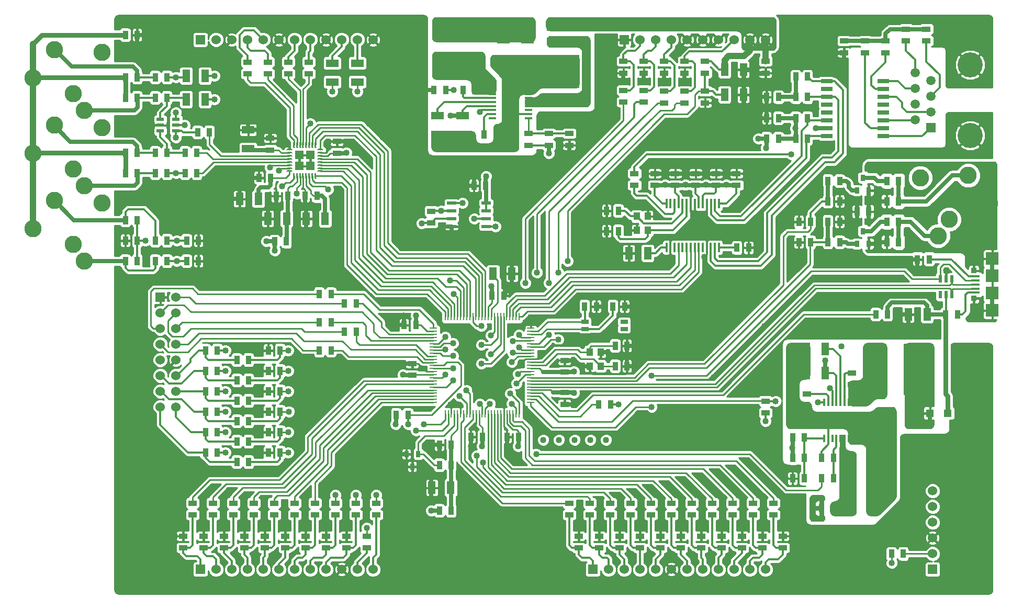
<source format=gtl>
G04 (created by PCBNEW (2013-03-19 BZR 4004)-stable) date 7/29/2015 2:41:24 PM*
%MOIN*%
G04 Gerber Fmt 3.4, Leading zero omitted, Abs format*
%FSLAX34Y34*%
G01*
G70*
G90*
G04 APERTURE LIST*
%ADD10C,0.007*%
%ADD11R,0.055X0.015*%
%ADD12R,0.035X0.035*%
%ADD13R,0.08X0.08*%
%ADD14C,0.11*%
%ADD15C,0.16*%
%ADD16R,0.0591X0.0591*%
%ADD17C,0.0591*%
%ADD18R,0.01X0.05*%
%ADD19R,0.05X0.01*%
%ADD20R,0.035X0.055*%
%ADD21R,0.055X0.035*%
%ADD22R,0.016X0.06*%
%ADD23R,0.075X0.025*%
%ADD24R,0.05X0.025*%
%ADD25R,0.04X0.05*%
%ADD26O,0.01X0.04*%
%ADD27O,0.04X0.01*%
%ADD28R,0.055X0.055*%
%ADD29R,0.06X0.02*%
%ADD30R,0.05X0.05*%
%ADD31R,0.325X0.105*%
%ADD32R,0.105X0.325*%
%ADD33R,0.03X0.04*%
%ADD34R,0.08X0.05*%
%ADD35R,0.05X0.08*%
%ADD36C,0.04*%
%ADD37R,0.05X0.022*%
%ADD38R,0.022X0.05*%
%ADD39R,0.015X0.05*%
%ADD40R,0.05X0.015*%
%ADD41R,0.05X0.04*%
%ADD42R,0.06X0.06*%
%ADD43C,0.06*%
%ADD44C,0.025*%
%ADD45C,0.014*%
%ADD46C,0.01*%
%ADD47C,0.03*%
%ADD48C,0.04*%
G04 APERTURE END LIST*
G54D10*
G54D11*
X60770Y-18910D03*
X60770Y-18660D03*
X60770Y-18400D03*
X60770Y-18140D03*
X60770Y-17890D03*
G54D12*
X60670Y-19280D03*
X60670Y-17520D03*
G54D13*
X61850Y-20050D03*
X61850Y-16750D03*
X61850Y-18950D03*
X61850Y-17850D03*
G54D14*
X61660Y-13250D03*
X58400Y-15300D03*
X59100Y-14250D03*
X57260Y-11600D03*
X60310Y-11450D03*
X740Y-5250D03*
X4000Y-7300D03*
X3300Y-6250D03*
X5140Y-3600D03*
X2090Y-3450D03*
X740Y-10050D03*
X4000Y-12100D03*
X3300Y-11050D03*
X5140Y-8400D03*
X2090Y-8250D03*
X740Y-14850D03*
X4000Y-16900D03*
X3300Y-15850D03*
X5140Y-13200D03*
X2090Y-13050D03*
G54D15*
X60430Y-4400D03*
X60430Y-8900D03*
G54D16*
X57930Y-8400D03*
G54D17*
X56930Y-7900D03*
X57930Y-7400D03*
X56930Y-6900D03*
X57930Y-6400D03*
X56930Y-5900D03*
X57930Y-5400D03*
X56930Y-4900D03*
G54D18*
X26990Y-20450D03*
X31710Y-20450D03*
X31510Y-20450D03*
X31320Y-20450D03*
X31120Y-20450D03*
X30920Y-20450D03*
X30730Y-20450D03*
X30530Y-20450D03*
X30330Y-20450D03*
X30140Y-20450D03*
X29940Y-20450D03*
X29740Y-20450D03*
X29540Y-20450D03*
X29350Y-20450D03*
X29150Y-20450D03*
X28950Y-20450D03*
X28760Y-20450D03*
X28560Y-20450D03*
X28360Y-20450D03*
X28170Y-20450D03*
X27970Y-20450D03*
X27770Y-20450D03*
X27580Y-20450D03*
X27380Y-20450D03*
X27180Y-20450D03*
G54D19*
X32450Y-21190D03*
X32450Y-25910D03*
X32450Y-25710D03*
X32450Y-25520D03*
X32450Y-25320D03*
X32450Y-25120D03*
X32450Y-24930D03*
X32450Y-24730D03*
X32450Y-24530D03*
X32450Y-24340D03*
X32450Y-24140D03*
X32450Y-23940D03*
X32450Y-23740D03*
X32450Y-23550D03*
X32450Y-23350D03*
X32450Y-23150D03*
X32450Y-22960D03*
X32450Y-22760D03*
X32450Y-22560D03*
X32450Y-22370D03*
X32450Y-22170D03*
X32450Y-21970D03*
X32450Y-21780D03*
X32450Y-21580D03*
X32450Y-21380D03*
X26250Y-21190D03*
X26250Y-21390D03*
X26250Y-21580D03*
X26250Y-21780D03*
X26250Y-21980D03*
X26250Y-22170D03*
X26250Y-22370D03*
X26250Y-22570D03*
X26250Y-22760D03*
X26250Y-22960D03*
X26250Y-23160D03*
X26250Y-23360D03*
X26250Y-23550D03*
X26250Y-23750D03*
X26250Y-23950D03*
X26250Y-24140D03*
X26250Y-24340D03*
X26250Y-24540D03*
X26250Y-24730D03*
X26250Y-24930D03*
X26250Y-25130D03*
X26250Y-25320D03*
X26250Y-25520D03*
X26250Y-25720D03*
X26250Y-25910D03*
G54D18*
X26990Y-26650D03*
X27190Y-26650D03*
X27380Y-26650D03*
X27580Y-26650D03*
X27780Y-26650D03*
X27970Y-26650D03*
X28170Y-26650D03*
X28370Y-26650D03*
X28560Y-26650D03*
X28760Y-26650D03*
X28960Y-26650D03*
X29160Y-26650D03*
X29350Y-26650D03*
X29550Y-26650D03*
X29750Y-26650D03*
X29940Y-26650D03*
X30140Y-26650D03*
X30340Y-26650D03*
X30530Y-26650D03*
X30730Y-26650D03*
X30930Y-26650D03*
X31120Y-26650D03*
X31320Y-26650D03*
X31520Y-26650D03*
X31710Y-26650D03*
G54D20*
X14475Y-25800D03*
X13725Y-25800D03*
X14475Y-23200D03*
X13725Y-23200D03*
X12475Y-27800D03*
X11725Y-27800D03*
X12475Y-25200D03*
X11725Y-25200D03*
X12475Y-22600D03*
X11725Y-22600D03*
X13725Y-29700D03*
X14475Y-29700D03*
X13725Y-27100D03*
X14475Y-27100D03*
X13725Y-24500D03*
X14475Y-24500D03*
X11725Y-29100D03*
X12475Y-29100D03*
X11725Y-26500D03*
X12475Y-26500D03*
G54D21*
X22600Y-32325D03*
X22600Y-33075D03*
X22000Y-34425D03*
X22000Y-35175D03*
G54D20*
X14475Y-28400D03*
X13725Y-28400D03*
G54D21*
X10300Y-35175D03*
X10300Y-34425D03*
X11600Y-35175D03*
X11600Y-34425D03*
X12900Y-35175D03*
X12900Y-34425D03*
G54D20*
X53975Y-13750D03*
X53225Y-13750D03*
X51375Y-15700D03*
X52125Y-15700D03*
G54D21*
X14200Y-35175D03*
X14200Y-34425D03*
X15500Y-35175D03*
X15500Y-34425D03*
X16800Y-35175D03*
X16800Y-34425D03*
X18100Y-35175D03*
X18100Y-34425D03*
X19400Y-35175D03*
X19400Y-34425D03*
G54D20*
X55125Y-15700D03*
X55875Y-15700D03*
X30725Y-19100D03*
X29975Y-19100D03*
X26625Y-28600D03*
X27375Y-28600D03*
X37825Y-23600D03*
X38575Y-23600D03*
X37825Y-22300D03*
X38575Y-22300D03*
X57075Y-16800D03*
X57825Y-16800D03*
X59625Y-20300D03*
X58875Y-20300D03*
G54D21*
X47400Y-4175D03*
X47400Y-4925D03*
X39650Y-4175D03*
X39650Y-4925D03*
G54D20*
X54425Y-20300D03*
X55175Y-20300D03*
G54D21*
X43550Y-4925D03*
X43550Y-4175D03*
X38350Y-4175D03*
X38350Y-4925D03*
X38350Y-6775D03*
X38350Y-6025D03*
G54D20*
X55875Y-14400D03*
X55125Y-14400D03*
G54D21*
X42250Y-4175D03*
X42250Y-4925D03*
X42250Y-6825D03*
X42250Y-6075D03*
X40950Y-6825D03*
X40950Y-6075D03*
X39650Y-6775D03*
X39650Y-6025D03*
X40950Y-4175D03*
X40950Y-4925D03*
X43550Y-6075D03*
X43550Y-6825D03*
G54D20*
X21325Y-19600D03*
X20575Y-19600D03*
X18975Y-19000D03*
X19725Y-19000D03*
X18975Y-22600D03*
X19725Y-22600D03*
G54D21*
X47900Y-32325D03*
X47900Y-33075D03*
X46600Y-32325D03*
X46600Y-33075D03*
X45300Y-32325D03*
X45300Y-33075D03*
X44000Y-32325D03*
X44000Y-33075D03*
X42700Y-32325D03*
X42700Y-33075D03*
X41400Y-32325D03*
X41400Y-33075D03*
X40100Y-32325D03*
X40100Y-33075D03*
X38800Y-32325D03*
X38800Y-33075D03*
G54D20*
X51375Y-11800D03*
X52125Y-11800D03*
G54D21*
X20700Y-35175D03*
X20700Y-34425D03*
G54D20*
X49525Y-14400D03*
X50275Y-14400D03*
G54D21*
X37500Y-32325D03*
X37500Y-33075D03*
G54D20*
X11725Y-23900D03*
X12475Y-23900D03*
G54D21*
X36200Y-32325D03*
X36200Y-33075D03*
G54D20*
X15725Y-22600D03*
X16475Y-22600D03*
X15725Y-25200D03*
X16475Y-25200D03*
G54D21*
X34900Y-32325D03*
X34900Y-33075D03*
G54D20*
X16475Y-29100D03*
X15725Y-29100D03*
X16475Y-26500D03*
X15725Y-26500D03*
X16475Y-23900D03*
X15725Y-23900D03*
G54D21*
X48500Y-35175D03*
X48500Y-34425D03*
G54D20*
X15725Y-27800D03*
X16475Y-27800D03*
X51375Y-13100D03*
X52125Y-13100D03*
G54D21*
X21300Y-32325D03*
X21300Y-33075D03*
X20000Y-32325D03*
X20000Y-33075D03*
G54D20*
X51375Y-14400D03*
X52125Y-14400D03*
G54D21*
X18700Y-32325D03*
X18700Y-33075D03*
X17400Y-32325D03*
X17400Y-33075D03*
X16100Y-32325D03*
X16100Y-33075D03*
X14800Y-32325D03*
X14800Y-33075D03*
X13500Y-32325D03*
X13500Y-33075D03*
X12200Y-32325D03*
X12200Y-33075D03*
X10900Y-32325D03*
X10900Y-33075D03*
X35500Y-35175D03*
X35500Y-34425D03*
X34600Y-26025D03*
X34600Y-25275D03*
G54D20*
X21325Y-21400D03*
X20575Y-21400D03*
G54D21*
X36800Y-35175D03*
X36800Y-34425D03*
X38100Y-35175D03*
X38100Y-34425D03*
G54D20*
X55875Y-11800D03*
X55125Y-11800D03*
X55125Y-13100D03*
X55875Y-13100D03*
G54D21*
X39400Y-35175D03*
X39400Y-34425D03*
X40700Y-35175D03*
X40700Y-34425D03*
X42000Y-35175D03*
X42000Y-34425D03*
X43300Y-35175D03*
X43300Y-34425D03*
X44600Y-35175D03*
X44600Y-34425D03*
X45900Y-35175D03*
X45900Y-34425D03*
X47200Y-35175D03*
X47200Y-34425D03*
G54D20*
X19725Y-20800D03*
X18975Y-20800D03*
X49525Y-15700D03*
X50275Y-15700D03*
X29475Y-8850D03*
X30225Y-8850D03*
X48225Y-9100D03*
X47475Y-9100D03*
G54D21*
X40350Y-12075D03*
X40350Y-11325D03*
X41650Y-12075D03*
X41650Y-11325D03*
X42950Y-12075D03*
X42950Y-11325D03*
G54D20*
X37275Y-15000D03*
X38025Y-15000D03*
G54D21*
X44250Y-12075D03*
X44250Y-11325D03*
X45550Y-12075D03*
X45550Y-11325D03*
G54D20*
X37275Y-13700D03*
X38025Y-13700D03*
G54D21*
X39050Y-12075D03*
X39050Y-11325D03*
G54D20*
X6625Y-15600D03*
X7375Y-15600D03*
G54D21*
X52400Y-3625D03*
X52400Y-2875D03*
X57650Y-2125D03*
X57650Y-2875D03*
X56350Y-2125D03*
X56350Y-2875D03*
X53750Y-2875D03*
X53750Y-3625D03*
X55050Y-2875D03*
X55050Y-3625D03*
G54D20*
X48225Y-7800D03*
X47475Y-7800D03*
X49325Y-5150D03*
X50075Y-5150D03*
X49325Y-6450D03*
X50075Y-6450D03*
X50075Y-9100D03*
X49325Y-9100D03*
X48225Y-6450D03*
X47475Y-6450D03*
X50075Y-7800D03*
X49325Y-7800D03*
G54D21*
X26100Y-14475D03*
X26100Y-13725D03*
G54D20*
X26625Y-32800D03*
X27375Y-32800D03*
X45575Y-16050D03*
X46325Y-16050D03*
X51725Y-29450D03*
X50975Y-29450D03*
X50975Y-30750D03*
X51725Y-30750D03*
G54D21*
X47400Y-25825D03*
X47400Y-26575D03*
G54D20*
X50975Y-32650D03*
X51725Y-32650D03*
G54D21*
X33750Y-2075D03*
X33750Y-2825D03*
G54D20*
X27025Y-6000D03*
X26275Y-6000D03*
X36775Y-26050D03*
X37525Y-26050D03*
X49125Y-29450D03*
X49875Y-29450D03*
X49125Y-28150D03*
X49875Y-28150D03*
G54D21*
X52900Y-24775D03*
X52900Y-24025D03*
X50050Y-25375D03*
X50050Y-26125D03*
X33600Y-9525D03*
X33600Y-8775D03*
X32300Y-9525D03*
X32300Y-8775D03*
X34900Y-8775D03*
X34900Y-9525D03*
G54D20*
X28875Y-6000D03*
X28125Y-6000D03*
X49875Y-30750D03*
X49125Y-30750D03*
X15125Y-11600D03*
X15875Y-11600D03*
X18075Y-12750D03*
X18825Y-12750D03*
X29575Y-12100D03*
X28825Y-12100D03*
X16225Y-12750D03*
X16975Y-12750D03*
X11175Y-10000D03*
X10425Y-10000D03*
X11175Y-11300D03*
X10425Y-11300D03*
X27375Y-29900D03*
X26625Y-29900D03*
X24375Y-20990D03*
X25125Y-20990D03*
X24625Y-26700D03*
X23875Y-26700D03*
X55425Y-35550D03*
X56175Y-35550D03*
X35875Y-19800D03*
X36625Y-19800D03*
X37675Y-19800D03*
X38425Y-19800D03*
G54D21*
X34600Y-23225D03*
X34600Y-23975D03*
X24900Y-23425D03*
X24900Y-24175D03*
G54D20*
X28625Y-28100D03*
X29375Y-28100D03*
X30925Y-28100D03*
X31675Y-28100D03*
X11975Y-8700D03*
X11225Y-8700D03*
X6625Y-16900D03*
X7375Y-16900D03*
X7375Y-14300D03*
X6625Y-14300D03*
X9275Y-16900D03*
X8525Y-16900D03*
X9275Y-15600D03*
X8525Y-15600D03*
X6625Y-2500D03*
X7375Y-2500D03*
X11275Y-16900D03*
X10525Y-16900D03*
X10525Y-15600D03*
X11275Y-15600D03*
X6625Y-11300D03*
X7375Y-11300D03*
X7375Y-10000D03*
X6625Y-10000D03*
X6625Y-6500D03*
X7375Y-6500D03*
X7375Y-5200D03*
X6625Y-5200D03*
X8525Y-6500D03*
X9275Y-6500D03*
X16125Y-15650D03*
X16875Y-15650D03*
G54D21*
X15850Y-9075D03*
X15850Y-9825D03*
X18300Y-4225D03*
X18300Y-4975D03*
X17000Y-4225D03*
X17000Y-4975D03*
X15700Y-4225D03*
X15700Y-4975D03*
X14400Y-4225D03*
X14400Y-4975D03*
G54D20*
X8525Y-10000D03*
X9275Y-10000D03*
G54D21*
X20100Y-9275D03*
X20100Y-10025D03*
G54D20*
X8525Y-5200D03*
X9275Y-5200D03*
X8525Y-11300D03*
X9275Y-11300D03*
G54D22*
X41100Y-16050D03*
X41350Y-16050D03*
X41610Y-16050D03*
X41870Y-16050D03*
X42120Y-16050D03*
X42380Y-16050D03*
X42640Y-16050D03*
X42890Y-16050D03*
X43150Y-16050D03*
X43400Y-16050D03*
X43660Y-16050D03*
X43920Y-16050D03*
X44170Y-16050D03*
X44430Y-16050D03*
X44430Y-13250D03*
X44170Y-13250D03*
X43930Y-13250D03*
X43660Y-13250D03*
X43400Y-13250D03*
X43150Y-13250D03*
X42890Y-13250D03*
X42640Y-13250D03*
X42380Y-13250D03*
X42120Y-13250D03*
X41870Y-13250D03*
X41610Y-13250D03*
X41350Y-13250D03*
X41100Y-13250D03*
G54D23*
X51300Y-5450D03*
X51300Y-5950D03*
X51300Y-6450D03*
X51300Y-6950D03*
X51300Y-7450D03*
X51300Y-7950D03*
X51300Y-8450D03*
X51300Y-8950D03*
X54900Y-8950D03*
X54900Y-8450D03*
X54900Y-7950D03*
X54900Y-7450D03*
X54900Y-6950D03*
X54900Y-6450D03*
X54900Y-5950D03*
X54900Y-5450D03*
G54D24*
X35900Y-21230D03*
X38400Y-21230D03*
X38400Y-20770D03*
X35900Y-20770D03*
G54D25*
X36200Y-22700D03*
X36200Y-23600D03*
X36900Y-23600D03*
X36900Y-22700D03*
X39200Y-14050D03*
X39200Y-14950D03*
X39900Y-14950D03*
X39900Y-14050D03*
G54D26*
X18542Y-11484D03*
X18345Y-11484D03*
X18148Y-11484D03*
X18739Y-11484D03*
G54D27*
X19034Y-11189D03*
X19034Y-10992D03*
X19034Y-10795D03*
X19034Y-10598D03*
X19034Y-10402D03*
X19034Y-10205D03*
X19034Y-10008D03*
X19034Y-9811D03*
G54D26*
X17361Y-9516D03*
X18739Y-9516D03*
X18542Y-9516D03*
X18345Y-9516D03*
X18148Y-9516D03*
X17952Y-9516D03*
X17755Y-9516D03*
X17558Y-9516D03*
G54D27*
X17066Y-9811D03*
X17066Y-10008D03*
X17066Y-10205D03*
X17066Y-10402D03*
X17066Y-10598D03*
X17066Y-10795D03*
X17066Y-10992D03*
X17066Y-11189D03*
G54D26*
X17361Y-11484D03*
X17558Y-11484D03*
X17755Y-11484D03*
X17952Y-11484D03*
G54D28*
X18400Y-10850D03*
X17700Y-10850D03*
X18400Y-10150D03*
X17700Y-10150D03*
G54D29*
X29600Y-13200D03*
X29600Y-13700D03*
X29600Y-14200D03*
X29600Y-14700D03*
X27400Y-14700D03*
X27400Y-14200D03*
X27400Y-13700D03*
X27400Y-13200D03*
G54D30*
X57880Y-26600D03*
X59020Y-26600D03*
G54D31*
X27850Y-4350D03*
X27850Y-2150D03*
G54D32*
X54550Y-23800D03*
X56750Y-23800D03*
G54D33*
X53600Y-15000D03*
X53975Y-15800D03*
X53225Y-15800D03*
X53600Y-11600D03*
X53975Y-12400D03*
X53225Y-12400D03*
X24900Y-30000D03*
X24525Y-29200D03*
X25275Y-29200D03*
G54D34*
X35150Y-2800D03*
X35150Y-4000D03*
G54D35*
X26150Y-31350D03*
X27350Y-31350D03*
X39900Y-16400D03*
X38700Y-16400D03*
X56600Y-26600D03*
X55400Y-26600D03*
X51200Y-24050D03*
X50000Y-24050D03*
X52950Y-31100D03*
X54150Y-31100D03*
X52950Y-32650D03*
X54150Y-32650D03*
X56500Y-20300D03*
X57700Y-20300D03*
X51200Y-22500D03*
X50000Y-22500D03*
X44800Y-4700D03*
X46000Y-4700D03*
X44800Y-6300D03*
X46000Y-6300D03*
G54D34*
X35150Y-6850D03*
X35150Y-5650D03*
X33650Y-6850D03*
X33650Y-5650D03*
X28100Y-7650D03*
X28100Y-8850D03*
X30700Y-2800D03*
X30700Y-4000D03*
X21400Y-4300D03*
X21400Y-5500D03*
X19800Y-4300D03*
X19800Y-5500D03*
G54D35*
X18150Y-14200D03*
X19350Y-14200D03*
X15700Y-14200D03*
X16900Y-14200D03*
G54D34*
X14450Y-8550D03*
X14450Y-9750D03*
G54D35*
X11700Y-6600D03*
X10500Y-6600D03*
X11700Y-5100D03*
X10500Y-5100D03*
X52950Y-29550D03*
X54150Y-29550D03*
X13900Y-12950D03*
X15100Y-12950D03*
G54D34*
X26500Y-7650D03*
X26500Y-8850D03*
G54D36*
X35250Y-28300D03*
X36250Y-28300D03*
X33250Y-28300D03*
X34250Y-28300D03*
X37250Y-28300D03*
G54D37*
X9850Y-7880D03*
X9850Y-8250D03*
X9850Y-8620D03*
X8850Y-8620D03*
X8850Y-8250D03*
X8850Y-7880D03*
G54D38*
X59270Y-19050D03*
X58900Y-19050D03*
X58530Y-19050D03*
X58530Y-18050D03*
X58900Y-18050D03*
X59270Y-18050D03*
G54D34*
X32250Y-2800D03*
X32250Y-4000D03*
G54D39*
X52950Y-28200D03*
X52430Y-28200D03*
X52180Y-28200D03*
X51920Y-28200D03*
X51670Y-28200D03*
X51410Y-28200D03*
X51150Y-28200D03*
X51150Y-25900D03*
X51410Y-25900D03*
X51670Y-25900D03*
X51920Y-25900D03*
X52180Y-25900D03*
X52430Y-25900D03*
X52690Y-25900D03*
X52950Y-25900D03*
X52690Y-28200D03*
G54D25*
X52050Y-27350D03*
X51550Y-27350D03*
X52550Y-27350D03*
X52050Y-26750D03*
X51550Y-26750D03*
X52550Y-26750D03*
G54D40*
X32300Y-6000D03*
X32300Y-6520D03*
X32300Y-6770D03*
X32300Y-7030D03*
X32300Y-7280D03*
X32300Y-7540D03*
X32300Y-7800D03*
X30000Y-7800D03*
X30000Y-7540D03*
X30000Y-7280D03*
X30000Y-7030D03*
X30000Y-6770D03*
X30000Y-6520D03*
X30000Y-6260D03*
X30000Y-6000D03*
X32300Y-6260D03*
G54D41*
X31450Y-6900D03*
X31450Y-7400D03*
X31450Y-6400D03*
X30850Y-6900D03*
X30850Y-7400D03*
X30850Y-6400D03*
G54D35*
X31250Y-17700D03*
X30050Y-17700D03*
G54D36*
X61450Y-1600D03*
X55350Y-1550D03*
X49800Y-1600D03*
X51300Y-9600D03*
X61500Y-22450D03*
X61500Y-25150D03*
X61450Y-29500D03*
X61450Y-37700D03*
X54750Y-37750D03*
X47300Y-37800D03*
X35350Y-37800D03*
X25250Y-35600D03*
X14650Y-37750D03*
X6450Y-37750D03*
X6350Y-33250D03*
X6400Y-27700D03*
X6450Y-12800D03*
X6400Y-8250D03*
X6450Y-3650D03*
X10750Y-1600D03*
X46450Y-24500D03*
X48100Y-22800D03*
X46250Y-19850D03*
X52250Y-22350D03*
X49800Y-21250D03*
X47200Y-19100D03*
X46450Y-17700D03*
X45250Y-17700D03*
X45350Y-14800D03*
X46450Y-14700D03*
X46450Y-12400D03*
X46250Y-10550D03*
X44500Y-8800D03*
X43400Y-9650D03*
X39650Y-9650D03*
X40600Y-8550D03*
X36600Y-8500D03*
X33250Y-7850D03*
X32150Y-10450D03*
X27200Y-10450D03*
X25550Y-8100D03*
X25500Y-1600D03*
X20100Y-17200D03*
X15300Y-17200D03*
X29600Y-15500D03*
X35700Y-17150D03*
X32850Y-12500D03*
X43400Y-22750D03*
X42200Y-26350D03*
X45900Y-26400D03*
X44150Y-28750D03*
X27400Y-34300D03*
X32050Y-34300D03*
X55750Y-34100D03*
X51950Y-34250D03*
X56350Y-28350D03*
X53400Y-21250D03*
X50900Y-19200D03*
X52750Y-16900D03*
X50000Y-12650D03*
X52950Y-10700D03*
X21100Y-23900D03*
X23250Y-28050D03*
X20350Y-29300D03*
X24400Y-15950D03*
X18600Y-7250D03*
X23950Y-12250D03*
X22400Y-8100D03*
X25500Y-3800D03*
X9300Y-12150D03*
X6350Y-21150D03*
X28150Y-30800D03*
X33650Y-32850D03*
X38050Y-28600D03*
X48100Y-27600D03*
X46250Y-29700D03*
X56350Y-30900D03*
X59550Y-22550D03*
X59600Y-27500D03*
X61450Y-33550D03*
X27450Y-37750D03*
X41950Y-19250D03*
X22100Y-10450D03*
X20150Y-12950D03*
X12250Y-11500D03*
X9100Y-14400D03*
X15250Y-6150D03*
X17950Y-1500D03*
X56000Y-18000D03*
X50750Y-18000D03*
X47350Y-21050D03*
X44100Y-24300D03*
X57950Y-19150D03*
X54400Y-19150D03*
X19700Y-25750D03*
X16100Y-30300D03*
X23150Y-33800D03*
X11200Y-29800D03*
X27550Y-21250D03*
X30400Y-23900D03*
G54D42*
X11400Y-2800D03*
G54D43*
X12400Y-2800D03*
X13400Y-2800D03*
X14400Y-2800D03*
X15400Y-2800D03*
X16400Y-2800D03*
X17400Y-2800D03*
X18400Y-2800D03*
X19400Y-2800D03*
X20400Y-2800D03*
X21400Y-2800D03*
X22400Y-2800D03*
G54D42*
X11400Y-36550D03*
G54D43*
X12400Y-36550D03*
X13400Y-36550D03*
X14400Y-36550D03*
X15400Y-36550D03*
X16400Y-36550D03*
X17400Y-36550D03*
X18400Y-36550D03*
X19400Y-36550D03*
X20400Y-36550D03*
X21400Y-36550D03*
X22400Y-36550D03*
G54D42*
X36400Y-36550D03*
G54D43*
X37400Y-36550D03*
X38400Y-36550D03*
X39400Y-36550D03*
X40400Y-36550D03*
X41400Y-36550D03*
X42400Y-36550D03*
X43400Y-36550D03*
X44400Y-36550D03*
X45400Y-36550D03*
X46400Y-36550D03*
X47400Y-36550D03*
G54D42*
X58050Y-36550D03*
G54D43*
X58050Y-35550D03*
X58050Y-34550D03*
X58050Y-33550D03*
X58050Y-32550D03*
X58050Y-31550D03*
G54D42*
X38400Y-2800D03*
G54D43*
X39400Y-2800D03*
X40400Y-2800D03*
X41400Y-2800D03*
X42400Y-2800D03*
X43400Y-2800D03*
X44400Y-2800D03*
X45400Y-2800D03*
X46400Y-2800D03*
X47400Y-2800D03*
X9850Y-19200D03*
G54D42*
X8850Y-19200D03*
G54D43*
X9850Y-20200D03*
X8850Y-20200D03*
X9850Y-21200D03*
X8850Y-21200D03*
X9850Y-22200D03*
X8850Y-22200D03*
X9850Y-23200D03*
X8850Y-23200D03*
X9850Y-24200D03*
X8850Y-24200D03*
X9850Y-25200D03*
X8850Y-25200D03*
X9850Y-26200D03*
X8850Y-26200D03*
G54D36*
X47450Y-9700D03*
X46950Y-9100D03*
X41000Y-12050D03*
X42300Y-12050D03*
X43600Y-12050D03*
X44900Y-12050D03*
X33600Y-10050D03*
X25500Y-14500D03*
X29600Y-11500D03*
X29950Y-18500D03*
X35200Y-23950D03*
X35200Y-25300D03*
X47400Y-27100D03*
X30700Y-1650D03*
X30700Y-2200D03*
X31500Y-2200D03*
X31500Y-1650D03*
X32250Y-1650D03*
X32250Y-2200D03*
X27350Y-7650D03*
X10400Y-8250D03*
X7900Y-15600D03*
X18400Y-8150D03*
X16150Y-16250D03*
X15600Y-15650D03*
X19550Y-12350D03*
X20700Y-10000D03*
X31650Y-28700D03*
X29350Y-28700D03*
X55450Y-36150D03*
X24300Y-24150D03*
X26100Y-32800D03*
X23850Y-27300D03*
X25150Y-20390D03*
X13000Y-29100D03*
X13000Y-27800D03*
X13000Y-26500D03*
X13000Y-25200D03*
X13000Y-23900D03*
X13000Y-22600D03*
X50950Y-32000D03*
X50950Y-33300D03*
X50400Y-32650D03*
X24650Y-27300D03*
X25650Y-27300D03*
X25150Y-27700D03*
X34200Y-21900D03*
X34200Y-17650D03*
X31300Y-22000D03*
X32850Y-17650D03*
X33600Y-21600D03*
X33600Y-18300D03*
X28350Y-25150D03*
X20000Y-31800D03*
X21300Y-31800D03*
X27900Y-25500D03*
X29000Y-29300D03*
X29200Y-26000D03*
X29400Y-29750D03*
X29850Y-26000D03*
X29300Y-21050D03*
X34800Y-16900D03*
X17000Y-29100D03*
X27000Y-24150D03*
X27000Y-21750D03*
X17000Y-22600D03*
X27500Y-23750D03*
X17000Y-27800D03*
X51800Y-3650D03*
X52400Y-4150D03*
X47450Y-7150D03*
X46950Y-7800D03*
X46950Y-6450D03*
X37250Y-15600D03*
X37250Y-13100D03*
X37250Y-14350D03*
X38700Y-17150D03*
X38100Y-16400D03*
X39900Y-13400D03*
X38600Y-14950D03*
X44900Y-11300D03*
X43600Y-11300D03*
X42300Y-11300D03*
X41000Y-11300D03*
X42800Y-13950D03*
X43500Y-13950D03*
X42400Y-12600D03*
X46850Y-16050D03*
X43650Y-15400D03*
X43500Y-16650D03*
X41350Y-15400D03*
X41350Y-16650D03*
X39100Y-22300D03*
X38950Y-19800D03*
X37150Y-19800D03*
X32450Y-20850D03*
X35200Y-20150D03*
X34900Y-10050D03*
X46000Y-5500D03*
X46000Y-7050D03*
X46700Y-4900D03*
X26800Y-14700D03*
X27400Y-15100D03*
X28300Y-12100D03*
X28800Y-11500D03*
X31250Y-16950D03*
X31250Y-18500D03*
X42250Y-5450D03*
X40950Y-5450D03*
X39650Y-5450D03*
X38350Y-5450D03*
X35700Y-22250D03*
X31850Y-23400D03*
X35200Y-23250D03*
X39100Y-23600D03*
X35200Y-26000D03*
X56500Y-21050D03*
X53350Y-28200D03*
X53350Y-27350D03*
X53350Y-26750D03*
X50750Y-27350D03*
X50750Y-26750D03*
X49100Y-30100D03*
X30850Y-8200D03*
X31450Y-8200D03*
X32250Y-4600D03*
X31450Y-4600D03*
X30700Y-4600D03*
X32300Y-5600D03*
X31450Y-5600D03*
X30850Y-5600D03*
X25750Y-6000D03*
X55900Y-20300D03*
X57100Y-17400D03*
X56550Y-16800D03*
X58900Y-17500D03*
X49000Y-14400D03*
X49000Y-15700D03*
X53200Y-14400D03*
X53200Y-13100D03*
X8300Y-8250D03*
X14450Y-7950D03*
X15850Y-8550D03*
X7400Y-3100D03*
X7900Y-2500D03*
X11800Y-15600D03*
X11800Y-16900D03*
X6100Y-15600D03*
X13300Y-12950D03*
X14600Y-11600D03*
X15100Y-14200D03*
X16200Y-13350D03*
X18150Y-14950D03*
X18150Y-13450D03*
X20700Y-9300D03*
X30950Y-28700D03*
X28650Y-28700D03*
X24050Y-29200D03*
X26100Y-32100D03*
X26100Y-30600D03*
X24300Y-23450D03*
X26600Y-29200D03*
X26100Y-28600D03*
X27350Y-26050D03*
X27850Y-26050D03*
X23850Y-21000D03*
X24350Y-20390D03*
X15200Y-22600D03*
X15200Y-23900D03*
X15200Y-25200D03*
X15200Y-26500D03*
X15200Y-27800D03*
X15200Y-29100D03*
X48500Y-33900D03*
X47200Y-33900D03*
X45900Y-33900D03*
X44600Y-33900D03*
X43300Y-33900D03*
X42000Y-33900D03*
X40700Y-33900D03*
X39400Y-33900D03*
X38100Y-33900D03*
X36800Y-33900D03*
X35500Y-33900D03*
X20700Y-33900D03*
X19400Y-33900D03*
X18100Y-33900D03*
X16800Y-33900D03*
X15500Y-33900D03*
X14200Y-33900D03*
X12900Y-33900D03*
X11600Y-33900D03*
X10300Y-33900D03*
X27300Y-18150D03*
X9900Y-15600D03*
X27550Y-19000D03*
X9900Y-16900D03*
X26750Y-13700D03*
X29300Y-23450D03*
X30200Y-14700D03*
X29900Y-21650D03*
X31250Y-23350D03*
X31300Y-22750D03*
X31650Y-24100D03*
X31550Y-24700D03*
X31700Y-22400D03*
X12300Y-5100D03*
X16600Y-12150D03*
X12300Y-6600D03*
X17550Y-12600D03*
X9850Y-11300D03*
X9850Y-9050D03*
X9850Y-5200D03*
X9850Y-7450D03*
X21400Y-6100D03*
X16400Y-11150D03*
X19800Y-6100D03*
X15850Y-10950D03*
X49050Y-10100D03*
X38050Y-26050D03*
X51500Y-25000D03*
X27550Y-6000D03*
X29200Y-7400D03*
X49300Y-8450D03*
X50600Y-8450D03*
X55100Y-15100D03*
X54000Y-13100D03*
X54000Y-14400D03*
X54500Y-15700D03*
X31700Y-21600D03*
X32100Y-18300D03*
X29300Y-22250D03*
X28850Y-14200D03*
X22000Y-33900D03*
X31150Y-25350D03*
X22600Y-31800D03*
X31250Y-26000D03*
X29900Y-22850D03*
X28100Y-13200D03*
X27500Y-22150D03*
X17000Y-23900D03*
X27500Y-22950D03*
X17050Y-26500D03*
X27000Y-22550D03*
X17000Y-25200D03*
X49100Y-28800D03*
X51200Y-23250D03*
X57900Y-27350D03*
X57250Y-27350D03*
X56600Y-27350D03*
X50750Y-25900D03*
X48050Y-25850D03*
X40150Y-24200D03*
X40150Y-26200D03*
X27500Y-24500D03*
X32800Y-29200D03*
G54D44*
X47475Y-9100D02*
X47475Y-9675D01*
X47475Y-9675D02*
X47450Y-9700D01*
X47475Y-9100D02*
X46950Y-9100D01*
G54D45*
X40850Y-13250D02*
X40350Y-12750D01*
X40350Y-12750D02*
X40350Y-12075D01*
G54D44*
X41650Y-12075D02*
X41025Y-12075D01*
G54D45*
X40975Y-12075D02*
X41000Y-12050D01*
G54D44*
X40975Y-12075D02*
X40350Y-12075D01*
G54D45*
X41025Y-12075D02*
X41000Y-12050D01*
G54D44*
X42950Y-12075D02*
X42325Y-12075D01*
G54D45*
X42275Y-12075D02*
X42300Y-12050D01*
G54D44*
X42275Y-12075D02*
X41650Y-12075D01*
G54D45*
X42325Y-12075D02*
X42300Y-12050D01*
G54D44*
X44250Y-12075D02*
X43625Y-12075D01*
G54D45*
X43575Y-12075D02*
X43600Y-12050D01*
G54D44*
X43575Y-12075D02*
X42950Y-12075D01*
G54D45*
X43625Y-12075D02*
X43600Y-12050D01*
G54D44*
X45550Y-12075D02*
X44925Y-12075D01*
G54D45*
X44875Y-12075D02*
X44900Y-12050D01*
G54D44*
X44875Y-12075D02*
X44250Y-12075D01*
G54D45*
X44925Y-12075D02*
X44900Y-12050D01*
X41100Y-13250D02*
X40850Y-13250D01*
X41870Y-13250D02*
X41870Y-12770D01*
X41870Y-12770D02*
X41650Y-12550D01*
X41650Y-12550D02*
X41650Y-12075D01*
X43150Y-13250D02*
X43150Y-12800D01*
X43150Y-12800D02*
X42950Y-12600D01*
X42950Y-12600D02*
X42950Y-12075D01*
X43400Y-13250D02*
X43400Y-12750D01*
X43400Y-12750D02*
X43550Y-12600D01*
X43550Y-12600D02*
X44150Y-12600D01*
X44150Y-12600D02*
X44250Y-12500D01*
X44250Y-12500D02*
X44250Y-12075D01*
X44430Y-13250D02*
X44900Y-13250D01*
X45550Y-12600D02*
X45550Y-12075D01*
X44900Y-13250D02*
X45550Y-12600D01*
G54D44*
X33600Y-9525D02*
X33600Y-10050D01*
G54D45*
X26100Y-14475D02*
X25525Y-14475D01*
X25525Y-14475D02*
X25500Y-14500D01*
X27400Y-14200D02*
X26375Y-14200D01*
X26375Y-14200D02*
X26100Y-14475D01*
G54D44*
X29575Y-12100D02*
X29575Y-11525D01*
G54D45*
X29575Y-11525D02*
X29600Y-11500D01*
G54D44*
X29600Y-13200D02*
X29600Y-12125D01*
G54D45*
X29600Y-12125D02*
X29575Y-12100D01*
X29600Y-13700D02*
X29600Y-13200D01*
G54D44*
X29975Y-19100D02*
X29975Y-18525D01*
G54D46*
X29975Y-18525D02*
X29950Y-18500D01*
X29740Y-20450D02*
X29740Y-19810D01*
X29975Y-19575D02*
X29975Y-19100D01*
X29740Y-19810D02*
X29975Y-19575D01*
G54D44*
X34600Y-23975D02*
X35175Y-23975D01*
G54D46*
X35175Y-23975D02*
X35200Y-23950D01*
X32450Y-23740D02*
X32990Y-23740D01*
G54D44*
X33225Y-23975D02*
X34600Y-23975D01*
G54D46*
X32990Y-23740D02*
X33225Y-23975D01*
G54D44*
X34600Y-25275D02*
X35175Y-25275D01*
G54D46*
X35175Y-25275D02*
X35200Y-25300D01*
X32450Y-25120D02*
X33720Y-25120D01*
G54D44*
X33875Y-25275D02*
X34600Y-25275D01*
G54D46*
X33720Y-25120D02*
X33875Y-25275D01*
G54D45*
X47400Y-26575D02*
X47400Y-27100D01*
G54D44*
X30700Y-2800D02*
X30700Y-2200D01*
X32250Y-2800D02*
X32250Y-2200D01*
X32250Y-1650D02*
X31500Y-1650D01*
X28100Y-7650D02*
X27350Y-7650D01*
G54D45*
X30000Y-7030D02*
X28370Y-7030D01*
X28100Y-7300D02*
X28100Y-7650D01*
X28370Y-7030D02*
X28100Y-7300D01*
X33600Y-9525D02*
X32300Y-9525D01*
X9850Y-8250D02*
X10400Y-8250D01*
X7375Y-14300D02*
X7375Y-15600D01*
X7375Y-16900D02*
X7375Y-15600D01*
X7375Y-15600D02*
X7900Y-15600D01*
G54D46*
X18148Y-9516D02*
X18148Y-8402D01*
X18148Y-8402D02*
X18400Y-8150D01*
G54D44*
X16125Y-15650D02*
X16125Y-16225D01*
X16125Y-16225D02*
X16150Y-16250D01*
X16125Y-15650D02*
X15600Y-15650D01*
G54D46*
X18345Y-11484D02*
X18345Y-11945D01*
X19350Y-12150D02*
X19550Y-12350D01*
X18550Y-12150D02*
X19350Y-12150D01*
X18345Y-11945D02*
X18550Y-12150D01*
G54D44*
X20100Y-10025D02*
X20675Y-10025D01*
G54D46*
X20675Y-10025D02*
X20700Y-10000D01*
X19034Y-10205D02*
X19495Y-10205D01*
X19675Y-10025D02*
X20100Y-10025D01*
X19495Y-10205D02*
X19675Y-10025D01*
G54D44*
X31675Y-28100D02*
X31675Y-28675D01*
G54D46*
X31675Y-28675D02*
X31650Y-28700D01*
G54D44*
X29375Y-28100D02*
X29375Y-28675D01*
G54D46*
X29375Y-28675D02*
X29350Y-28700D01*
X29160Y-26650D02*
X29160Y-27310D01*
X29375Y-27525D02*
X29375Y-28100D01*
X29160Y-27310D02*
X29375Y-27525D01*
X30930Y-26650D02*
X30930Y-27280D01*
X30930Y-27280D02*
X31300Y-27650D01*
X31300Y-27650D02*
X31550Y-27650D01*
X31550Y-27650D02*
X31675Y-27775D01*
X31675Y-27775D02*
X31675Y-28150D01*
X55425Y-35550D02*
X55425Y-36125D01*
X55425Y-36125D02*
X55450Y-36150D01*
G54D44*
X24900Y-24175D02*
X24325Y-24175D01*
G54D46*
X24325Y-24175D02*
X24300Y-24150D01*
X26250Y-24140D02*
X24935Y-24140D01*
X24935Y-24140D02*
X24900Y-24175D01*
G54D44*
X26625Y-32800D02*
X26100Y-32800D01*
X23875Y-26700D02*
X23875Y-27275D01*
G54D46*
X23875Y-27275D02*
X23850Y-27300D01*
X26250Y-21390D02*
X25840Y-21390D01*
X25440Y-20990D02*
X25125Y-20990D01*
X25840Y-21390D02*
X25440Y-20990D01*
G54D44*
X25125Y-20990D02*
X25125Y-20415D01*
G54D46*
X25125Y-20415D02*
X25150Y-20390D01*
G54D45*
X12475Y-29100D02*
X13000Y-29100D01*
X12475Y-27800D02*
X13000Y-27800D01*
X12475Y-26500D02*
X13000Y-26500D01*
X12475Y-25200D02*
X13000Y-25200D01*
X12475Y-23900D02*
X13000Y-23900D01*
X12475Y-22600D02*
X13000Y-22600D01*
G54D47*
X50975Y-32650D02*
X50975Y-32025D01*
X50975Y-32025D02*
X50950Y-32000D01*
G54D48*
X47400Y-4175D02*
X47400Y-2800D01*
X44800Y-4700D02*
X44800Y-4100D01*
X46400Y-3500D02*
X46400Y-2800D01*
X46050Y-3850D02*
X46400Y-3500D01*
X45050Y-3850D02*
X46050Y-3850D01*
X44800Y-4100D02*
X45050Y-3850D01*
G54D45*
X43550Y-4175D02*
X43925Y-4175D01*
X44450Y-4700D02*
X44800Y-4700D01*
X43925Y-4175D02*
X44450Y-4700D01*
G54D47*
X50975Y-32650D02*
X50975Y-33275D01*
X50975Y-33275D02*
X50950Y-33300D01*
X50975Y-32650D02*
X50400Y-32650D01*
G54D45*
X14400Y-2800D02*
X14400Y-3300D01*
X14400Y-3300D02*
X14600Y-3500D01*
X14600Y-3500D02*
X15500Y-3500D01*
X15500Y-3500D02*
X15700Y-3700D01*
X15700Y-3700D02*
X15700Y-4225D01*
X14400Y-4225D02*
X14400Y-3800D01*
X14400Y-3800D02*
X13900Y-3300D01*
X13900Y-3300D02*
X13900Y-2500D01*
X13900Y-2500D02*
X14200Y-2200D01*
X14200Y-2200D02*
X14800Y-2200D01*
X14800Y-2200D02*
X15400Y-2800D01*
X17000Y-4225D02*
X17000Y-3900D01*
X17400Y-3500D02*
X17400Y-2800D01*
X17000Y-3900D02*
X17400Y-3500D01*
X18300Y-4225D02*
X18300Y-3600D01*
X18400Y-3500D02*
X18400Y-2800D01*
X18300Y-3600D02*
X18400Y-3500D01*
X19800Y-4300D02*
X19800Y-3850D01*
X20400Y-3250D02*
X20400Y-2800D01*
X19800Y-3850D02*
X20400Y-3250D01*
X21400Y-4300D02*
X21400Y-2800D01*
X24625Y-27275D02*
X24650Y-27300D01*
X24625Y-27275D02*
X24625Y-26700D01*
G54D46*
X26250Y-23550D02*
X26900Y-23550D01*
X26150Y-26700D02*
X24625Y-26700D01*
X28000Y-24850D02*
X26150Y-26700D01*
X28000Y-23550D02*
X28000Y-24850D01*
X27800Y-23350D02*
X28000Y-23550D01*
X27100Y-23350D02*
X27800Y-23350D01*
X26900Y-23550D02*
X27100Y-23350D01*
X26990Y-26650D02*
X26990Y-27010D01*
X26700Y-27300D02*
X25650Y-27300D01*
X26990Y-27010D02*
X26700Y-27300D01*
X26800Y-27700D02*
X25150Y-27700D01*
X27190Y-27310D02*
X26800Y-27700D01*
X27190Y-27310D02*
X27190Y-26650D01*
X42250Y-6825D02*
X41725Y-6825D01*
X33280Y-22370D02*
X33750Y-21900D01*
X33750Y-21900D02*
X34200Y-21900D01*
X33280Y-22370D02*
X32450Y-22370D01*
X34200Y-13800D02*
X34200Y-17650D01*
X40050Y-7950D02*
X34200Y-13800D01*
X40050Y-7950D02*
X40050Y-7950D01*
X40700Y-7300D02*
X40050Y-7950D01*
X41450Y-7300D02*
X40700Y-7300D01*
X41600Y-7150D02*
X41450Y-7300D01*
X41600Y-6950D02*
X41600Y-7150D01*
X41725Y-6825D02*
X41600Y-6950D01*
G54D45*
X39175Y-6775D02*
X39050Y-6900D01*
X39050Y-6900D02*
X39050Y-7700D01*
G54D46*
X32450Y-21970D02*
X31330Y-21970D01*
X31330Y-21970D02*
X31300Y-22000D01*
G54D45*
X39175Y-6775D02*
X39650Y-6775D01*
G54D46*
X32850Y-13900D02*
X39050Y-7700D01*
X32850Y-17650D02*
X32850Y-13900D01*
X40950Y-6825D02*
X40525Y-6825D01*
X32980Y-22170D02*
X33550Y-21600D01*
X33550Y-21600D02*
X33600Y-21600D01*
X32980Y-22170D02*
X32450Y-22170D01*
X33600Y-13750D02*
X33600Y-18300D01*
X39600Y-7750D02*
X33600Y-13750D01*
X39600Y-7750D02*
X39600Y-7750D01*
X40525Y-6825D02*
X39600Y-7750D01*
X16600Y-31100D02*
X13050Y-31100D01*
X21970Y-24730D02*
X18500Y-28200D01*
X18500Y-28200D02*
X18500Y-29200D01*
X18500Y-29200D02*
X16600Y-31100D01*
X26250Y-24730D02*
X21970Y-24730D01*
X12200Y-31950D02*
X12200Y-32325D01*
X13050Y-31100D02*
X12200Y-31950D01*
X16750Y-31350D02*
X14100Y-31350D01*
X22070Y-25130D02*
X18750Y-28450D01*
X18750Y-28450D02*
X18750Y-29350D01*
X18750Y-29350D02*
X16750Y-31350D01*
X26250Y-25130D02*
X22070Y-25130D01*
X13500Y-31950D02*
X13500Y-32325D01*
X14100Y-31350D02*
X13500Y-31950D01*
X16900Y-31600D02*
X15150Y-31600D01*
X22330Y-25320D02*
X19000Y-28650D01*
X19000Y-28650D02*
X19000Y-29500D01*
X19000Y-29500D02*
X16900Y-31600D01*
X26250Y-25320D02*
X22330Y-25320D01*
X14800Y-31950D02*
X14800Y-32325D01*
X15150Y-31600D02*
X14800Y-31950D01*
X16300Y-31850D02*
X16100Y-32050D01*
X26250Y-25520D02*
X22530Y-25520D01*
X16100Y-32050D02*
X16100Y-32325D01*
X17050Y-31850D02*
X16300Y-31850D01*
X19250Y-29650D02*
X17050Y-31850D01*
X19250Y-28800D02*
X19250Y-29650D01*
X22530Y-25520D02*
X19250Y-28800D01*
X26250Y-25720D02*
X22730Y-25720D01*
X17400Y-31900D02*
X17400Y-32325D01*
X19500Y-29800D02*
X17400Y-31900D01*
X19500Y-28950D02*
X19500Y-29800D01*
X22730Y-25720D02*
X19500Y-28950D01*
X26250Y-25910D02*
X22940Y-25910D01*
X18700Y-31000D02*
X18700Y-32325D01*
X19750Y-29950D02*
X18700Y-31000D01*
X19750Y-29100D02*
X19750Y-29950D01*
X22940Y-25910D02*
X19750Y-29100D01*
X28560Y-25360D02*
X28350Y-25150D01*
X20000Y-32325D02*
X20000Y-31800D01*
X28560Y-25360D02*
X28560Y-26650D01*
X28370Y-26650D02*
X28370Y-25970D01*
X21300Y-31800D02*
X21300Y-32325D01*
X28370Y-25970D02*
X27900Y-25500D01*
X28170Y-26650D02*
X28170Y-27030D01*
X30625Y-32325D02*
X34900Y-32325D01*
X28000Y-29700D02*
X30625Y-32325D01*
X28000Y-27200D02*
X28000Y-29700D01*
X28170Y-27030D02*
X28000Y-27200D01*
X36200Y-32325D02*
X36200Y-32050D01*
X28760Y-26990D02*
X28250Y-27500D01*
X28250Y-27500D02*
X28250Y-29600D01*
X28760Y-26990D02*
X28760Y-26650D01*
X30550Y-31900D02*
X28250Y-29600D01*
X36050Y-31900D02*
X30550Y-31900D01*
X36200Y-32050D02*
X36050Y-31900D01*
X30650Y-31650D02*
X37100Y-31650D01*
X30625Y-31625D02*
X29000Y-30000D01*
X30650Y-31650D02*
X30625Y-31625D01*
X29350Y-26650D02*
X29350Y-26150D01*
X29000Y-29300D02*
X29000Y-30000D01*
X29350Y-26150D02*
X29200Y-26000D01*
X37500Y-32050D02*
X37500Y-32325D01*
X37100Y-31650D02*
X37500Y-32050D01*
X30750Y-31400D02*
X38200Y-31400D01*
X30750Y-31400D02*
X29400Y-30050D01*
X29400Y-30050D02*
X29400Y-29750D01*
X29550Y-26650D02*
X29550Y-26300D01*
X29550Y-26300D02*
X29850Y-26000D01*
X38800Y-32000D02*
X38800Y-32325D01*
X38200Y-31400D02*
X38800Y-32000D01*
X30850Y-31150D02*
X39200Y-31150D01*
X29750Y-30050D02*
X30850Y-31150D01*
X29750Y-26650D02*
X29750Y-30050D01*
X40100Y-32050D02*
X40100Y-32325D01*
X39200Y-31150D02*
X40100Y-32050D01*
X41300Y-30650D02*
X42700Y-32050D01*
X30140Y-26650D02*
X30140Y-29740D01*
X30140Y-29740D02*
X31050Y-30650D01*
X31050Y-30650D02*
X41300Y-30650D01*
X42700Y-32050D02*
X42700Y-32325D01*
X40250Y-30900D02*
X41400Y-32050D01*
X29940Y-26650D02*
X29940Y-29890D01*
X29940Y-29890D02*
X30950Y-30900D01*
X30950Y-30900D02*
X40250Y-30900D01*
X41400Y-32050D02*
X41400Y-32325D01*
G54D45*
X51375Y-13100D02*
X51000Y-13100D01*
X51000Y-13100D02*
X50275Y-13825D01*
X50275Y-13825D02*
X50275Y-14400D01*
G54D46*
X32450Y-24340D02*
X39060Y-24340D01*
X39060Y-24340D02*
X39950Y-23450D01*
X39950Y-23450D02*
X43500Y-23450D01*
X43500Y-23450D02*
X48525Y-18425D01*
X48525Y-18425D02*
X48525Y-15325D01*
X48525Y-15325D02*
X48800Y-15050D01*
X48800Y-15050D02*
X50100Y-15050D01*
X50100Y-15050D02*
X50275Y-14875D01*
X50275Y-14875D02*
X50275Y-14400D01*
G54D44*
X51375Y-11800D02*
X51375Y-13100D01*
G54D46*
X28760Y-20450D02*
X28760Y-20810D01*
X29000Y-21050D02*
X29300Y-21050D01*
X28760Y-20810D02*
X29000Y-21050D01*
X34800Y-13700D02*
X40950Y-7550D01*
X34800Y-16900D02*
X34800Y-13700D01*
G54D45*
X43550Y-6075D02*
X44025Y-6075D01*
X44250Y-6300D02*
X44800Y-6300D01*
X44025Y-6075D02*
X44250Y-6300D01*
G54D46*
X43125Y-6075D02*
X42900Y-6300D01*
X42900Y-6300D02*
X42900Y-7050D01*
X42900Y-7050D02*
X42400Y-7550D01*
X42400Y-7550D02*
X40950Y-7550D01*
X43125Y-6075D02*
X43550Y-6075D01*
G54D45*
X43550Y-4925D02*
X43550Y-6075D01*
G54D46*
X31150Y-30400D02*
X42350Y-30400D01*
X30340Y-29590D02*
X31150Y-30400D01*
X30340Y-26650D02*
X30340Y-29590D01*
X44000Y-32050D02*
X44000Y-32325D01*
X42350Y-30400D02*
X44000Y-32050D01*
X47900Y-32000D02*
X47900Y-32325D01*
X32700Y-29650D02*
X45550Y-29650D01*
X31320Y-27070D02*
X31400Y-27150D01*
X31400Y-27150D02*
X31900Y-27150D01*
X31900Y-27150D02*
X32350Y-27600D01*
X32350Y-27600D02*
X32350Y-29300D01*
X32350Y-29300D02*
X32700Y-29650D01*
X31320Y-26650D02*
X31320Y-27070D01*
X45550Y-29650D02*
X47900Y-32000D01*
X32550Y-29900D02*
X44500Y-29900D01*
X31120Y-27170D02*
X31350Y-27400D01*
X31350Y-27400D02*
X31800Y-27400D01*
X31800Y-27400D02*
X32100Y-27700D01*
X32100Y-27700D02*
X32100Y-29450D01*
X32100Y-29450D02*
X32550Y-29900D01*
X31120Y-26650D02*
X31120Y-27170D01*
X46600Y-32000D02*
X46600Y-32325D01*
X44500Y-29900D02*
X46600Y-32000D01*
X31250Y-30150D02*
X43450Y-30150D01*
X30530Y-29430D02*
X31250Y-30150D01*
X30530Y-26650D02*
X30530Y-29430D01*
X45300Y-32000D02*
X45300Y-32325D01*
X43450Y-30150D02*
X45300Y-32000D01*
X27180Y-20450D02*
X27180Y-19930D01*
X20384Y-11484D02*
X18739Y-11484D01*
X21000Y-12100D02*
X20384Y-11484D01*
X21000Y-17000D02*
X21000Y-12100D01*
X22750Y-18750D02*
X21000Y-17000D01*
X26000Y-18750D02*
X22750Y-18750D01*
X27180Y-19930D02*
X26000Y-18750D01*
X26990Y-20450D02*
X26990Y-20140D01*
X18542Y-11742D02*
X18542Y-11484D01*
X18700Y-11900D02*
X18542Y-11742D01*
X20400Y-11900D02*
X18700Y-11900D01*
X20750Y-12250D02*
X20400Y-11900D01*
X20750Y-17150D02*
X20750Y-12250D01*
X22600Y-19000D02*
X20750Y-17150D01*
X25850Y-19000D02*
X22600Y-19000D01*
X26990Y-20140D02*
X25850Y-19000D01*
X27700Y-18550D02*
X27050Y-18550D01*
X20995Y-10795D02*
X21750Y-11550D01*
X21750Y-11550D02*
X21750Y-16550D01*
X19034Y-10795D02*
X20995Y-10795D01*
X27970Y-18820D02*
X27700Y-18550D01*
X23200Y-18000D02*
X21750Y-16550D01*
X27970Y-18820D02*
X27970Y-20450D01*
X26500Y-18000D02*
X23200Y-18000D01*
X27050Y-18550D02*
X26500Y-18000D01*
X27580Y-20450D02*
X27580Y-19630D01*
X23050Y-18250D02*
X21500Y-16700D01*
X26200Y-18250D02*
X23050Y-18250D01*
X27580Y-19630D02*
X26200Y-18250D01*
X19034Y-10992D02*
X20742Y-10992D01*
X21500Y-11750D02*
X21500Y-16700D01*
X20742Y-10992D02*
X21500Y-11750D01*
X28560Y-20450D02*
X28560Y-18160D01*
X23400Y-17500D02*
X22250Y-16350D01*
X27900Y-17500D02*
X23400Y-17500D01*
X28560Y-18160D02*
X27900Y-17500D01*
X19034Y-10402D02*
X21402Y-10402D01*
X22250Y-11250D02*
X22250Y-16350D01*
X21402Y-10402D02*
X22250Y-11250D01*
X28360Y-20450D02*
X28360Y-18360D01*
X23300Y-17750D02*
X22000Y-16450D01*
X27750Y-17750D02*
X23300Y-17750D01*
X28360Y-18360D02*
X27750Y-17750D01*
X19034Y-10598D02*
X21198Y-10598D01*
X22000Y-11400D02*
X22000Y-16450D01*
X21198Y-10598D02*
X22000Y-11400D01*
X26250Y-24340D02*
X26810Y-24340D01*
X17000Y-29100D02*
X16475Y-29100D01*
X26810Y-24340D02*
X27000Y-24150D01*
G54D45*
X14475Y-29700D02*
X16300Y-29700D01*
X16475Y-29525D02*
X16475Y-29100D01*
X16300Y-29700D02*
X16475Y-29525D01*
G54D46*
X16475Y-22600D02*
X17000Y-22600D01*
X26580Y-22170D02*
X26250Y-22170D01*
X27000Y-21750D02*
X26580Y-22170D01*
G54D45*
X14475Y-23200D02*
X16300Y-23200D01*
X16475Y-23025D02*
X16475Y-22600D01*
X16300Y-23200D02*
X16475Y-23025D01*
G54D46*
X16475Y-27800D02*
X17000Y-27800D01*
X27500Y-23750D02*
X26250Y-23750D01*
G54D45*
X14475Y-28400D02*
X16300Y-28400D01*
X16475Y-28225D02*
X16475Y-27800D01*
X16300Y-28400D02*
X16475Y-28225D01*
G54D46*
X30730Y-26650D02*
X30730Y-26180D01*
X30730Y-26180D02*
X30550Y-26000D01*
G54D45*
X32300Y-6260D02*
X32300Y-6000D01*
G54D44*
X52400Y-3625D02*
X51825Y-3625D01*
X51825Y-3625D02*
X51800Y-3650D01*
X52400Y-3625D02*
X52400Y-4150D01*
X47475Y-7800D02*
X47475Y-7175D01*
X47475Y-7125D02*
X47450Y-7150D01*
X47475Y-7125D02*
X47475Y-6450D01*
X47475Y-7175D02*
X47450Y-7150D01*
X47475Y-7800D02*
X46950Y-7800D01*
X47475Y-6450D02*
X46950Y-6450D01*
G54D45*
X37275Y-15000D02*
X37275Y-15575D01*
X37275Y-15575D02*
X37250Y-15600D01*
X37275Y-13700D02*
X37275Y-13125D01*
X37275Y-13125D02*
X37250Y-13100D01*
X37275Y-15000D02*
X37275Y-14375D01*
X37275Y-14325D02*
X37250Y-14350D01*
X37275Y-14325D02*
X37275Y-13700D01*
X37275Y-14375D02*
X37250Y-14350D01*
X38700Y-16400D02*
X38700Y-17150D01*
X38700Y-16400D02*
X38100Y-16400D01*
X39900Y-14050D02*
X39900Y-13400D01*
X39200Y-14950D02*
X38600Y-14950D01*
G54D44*
X44250Y-11325D02*
X44875Y-11325D01*
G54D45*
X44925Y-11325D02*
X44900Y-11300D01*
G54D44*
X44925Y-11325D02*
X45550Y-11325D01*
G54D45*
X44875Y-11325D02*
X44900Y-11300D01*
G54D44*
X42950Y-11325D02*
X43575Y-11325D01*
G54D45*
X43625Y-11325D02*
X43600Y-11300D01*
G54D44*
X43625Y-11325D02*
X44250Y-11325D01*
G54D45*
X43575Y-11325D02*
X43600Y-11300D01*
G54D44*
X41650Y-11325D02*
X42275Y-11325D01*
G54D45*
X42325Y-11325D02*
X42300Y-11300D01*
G54D44*
X42325Y-11325D02*
X42950Y-11325D01*
G54D45*
X42275Y-11325D02*
X42300Y-11300D01*
G54D44*
X40350Y-11325D02*
X40975Y-11325D01*
G54D45*
X41025Y-11325D02*
X41000Y-11300D01*
G54D44*
X41025Y-11325D02*
X41650Y-11325D01*
G54D45*
X40975Y-11325D02*
X41000Y-11300D01*
X42890Y-13250D02*
X42890Y-13860D01*
X42640Y-13790D02*
X42800Y-13950D01*
X42640Y-13790D02*
X42640Y-13250D01*
X42890Y-13860D02*
X42800Y-13950D01*
X43660Y-13250D02*
X43660Y-13790D01*
X43660Y-13790D02*
X43500Y-13950D01*
X42640Y-13250D02*
X42640Y-12840D01*
X42640Y-12840D02*
X42400Y-12600D01*
X46325Y-16050D02*
X46850Y-16050D01*
X43660Y-16050D02*
X43660Y-15410D01*
X43660Y-15410D02*
X43650Y-15400D01*
X43660Y-16050D02*
X43660Y-16490D01*
X43660Y-16490D02*
X43500Y-16650D01*
X41350Y-16050D02*
X41350Y-15400D01*
X41350Y-16050D02*
X41350Y-16650D01*
G54D46*
X38950Y-19800D02*
X38950Y-20350D01*
G54D44*
X38575Y-22300D02*
X39100Y-22300D01*
X38950Y-19800D02*
X38425Y-19800D01*
G54D46*
X39100Y-20500D02*
X39100Y-22300D01*
X38950Y-20350D02*
X39100Y-20500D01*
X38425Y-19800D02*
X38425Y-19325D01*
X38425Y-19325D02*
X38350Y-19250D01*
X38350Y-19250D02*
X37250Y-19250D01*
X37250Y-19250D02*
X37150Y-19350D01*
X37150Y-19350D02*
X37150Y-19800D01*
G54D44*
X37150Y-19800D02*
X36625Y-19800D01*
G54D46*
X36625Y-19800D02*
X36625Y-19375D01*
X36625Y-19375D02*
X36500Y-19250D01*
X36500Y-19250D02*
X35450Y-19250D01*
X35450Y-19250D02*
X35200Y-19500D01*
X35200Y-19500D02*
X35200Y-20150D01*
X32450Y-20850D02*
X32950Y-20850D01*
X32450Y-20850D02*
X32450Y-21190D01*
X34900Y-20450D02*
X35200Y-20150D01*
X33350Y-20450D02*
X34900Y-20450D01*
X32950Y-20850D02*
X33350Y-20450D01*
G54D44*
X34900Y-9525D02*
X34900Y-10050D01*
G54D47*
X46000Y-4700D02*
X46000Y-5500D01*
X46000Y-5500D02*
X46000Y-6300D01*
X46000Y-6300D02*
X46000Y-7050D01*
G54D45*
X43975Y-6825D02*
X43550Y-6825D01*
X44200Y-7050D02*
X46000Y-7050D01*
X43975Y-6825D02*
X44200Y-7050D01*
G54D47*
X47400Y-4925D02*
X46725Y-4925D01*
X46500Y-4700D02*
X46700Y-4900D01*
X46500Y-4700D02*
X46000Y-4700D01*
G54D48*
X46725Y-4925D02*
X46700Y-4900D01*
G54D44*
X27400Y-14700D02*
X26800Y-14700D01*
X27400Y-14700D02*
X27400Y-15100D01*
X28825Y-12100D02*
X28300Y-12100D01*
X28825Y-12100D02*
X28825Y-11525D01*
G54D45*
X28825Y-11525D02*
X28800Y-11500D01*
G54D44*
X31250Y-17700D02*
X31250Y-16950D01*
X31250Y-17700D02*
X31250Y-18500D01*
X30725Y-19025D02*
X31250Y-18500D01*
G54D46*
X30725Y-19025D02*
X30725Y-19100D01*
G54D44*
X42250Y-4925D02*
X42250Y-5450D01*
X40950Y-4925D02*
X40950Y-5450D01*
X39650Y-4925D02*
X39650Y-5450D01*
X38350Y-4925D02*
X38350Y-5450D01*
G54D46*
X38575Y-22300D02*
X38575Y-21925D01*
X32950Y-23150D02*
X33850Y-22250D01*
X33850Y-22250D02*
X35700Y-22250D01*
X32950Y-23150D02*
X32450Y-23150D01*
X36200Y-21750D02*
X35700Y-22250D01*
X38400Y-21750D02*
X36200Y-21750D01*
X38575Y-21925D02*
X38400Y-21750D01*
X32450Y-23150D02*
X32100Y-23150D01*
X32100Y-23150D02*
X31850Y-23400D01*
G54D44*
X38575Y-23600D02*
X38575Y-23175D01*
X38575Y-23175D02*
X38350Y-22950D01*
X36900Y-22700D02*
X37250Y-22700D01*
X37250Y-22700D02*
X37500Y-22950D01*
X37500Y-22950D02*
X38350Y-22950D01*
X38575Y-22725D02*
X38575Y-22300D01*
X38350Y-22950D02*
X38575Y-22725D01*
G54D46*
X36200Y-23600D02*
X36200Y-23900D01*
X38575Y-24000D02*
X38575Y-23600D01*
X38475Y-24100D02*
X38575Y-24000D01*
X36400Y-24100D02*
X38475Y-24100D01*
X36200Y-23900D02*
X36400Y-24100D01*
G54D44*
X36200Y-23600D02*
X35550Y-23600D01*
G54D46*
X35175Y-23225D02*
X35200Y-23250D01*
G54D44*
X35175Y-23225D02*
X34600Y-23225D01*
X35550Y-23600D02*
X35200Y-23250D01*
X38575Y-23600D02*
X39100Y-23600D01*
X34600Y-26025D02*
X35175Y-26025D01*
G54D46*
X35175Y-26025D02*
X35200Y-26000D01*
G54D44*
X56500Y-20300D02*
X56500Y-21050D01*
G54D45*
X52950Y-28200D02*
X53350Y-28200D01*
X52550Y-27350D02*
X53350Y-27350D01*
X52550Y-26750D02*
X53350Y-26750D01*
X51550Y-27350D02*
X50750Y-27350D01*
X51550Y-26750D02*
X50750Y-26750D01*
X49125Y-30750D02*
X49125Y-30125D01*
X49125Y-30125D02*
X49100Y-30100D01*
X50975Y-29450D02*
X50975Y-29025D01*
X51410Y-28590D02*
X51410Y-28200D01*
X50975Y-29025D02*
X51410Y-28590D01*
X51410Y-28200D02*
X51410Y-27490D01*
X51410Y-27490D02*
X51550Y-27350D01*
X30850Y-7400D02*
X30850Y-8200D01*
X31450Y-7400D02*
X31450Y-8200D01*
X32250Y-4600D02*
X32250Y-4000D01*
X30700Y-4000D02*
X30700Y-4600D01*
X32300Y-6000D02*
X32300Y-5600D01*
X31450Y-6400D02*
X31450Y-5600D01*
X30850Y-6400D02*
X30850Y-5600D01*
X32300Y-7540D02*
X31590Y-7540D01*
X31590Y-7540D02*
X31450Y-7400D01*
G54D44*
X26275Y-6000D02*
X25750Y-6000D01*
G54D45*
X52950Y-28200D02*
X52690Y-28200D01*
G54D44*
X56500Y-20300D02*
X55900Y-20300D01*
X57075Y-16800D02*
X57075Y-17375D01*
G54D45*
X57075Y-17375D02*
X57100Y-17400D01*
G54D44*
X57075Y-16800D02*
X56550Y-16800D01*
G54D45*
X58900Y-18050D02*
X58900Y-17500D01*
G54D46*
X49525Y-14400D02*
X49000Y-14400D01*
X49525Y-15700D02*
X49000Y-15700D01*
G54D44*
X53225Y-13750D02*
X53225Y-14375D01*
X53200Y-14400D02*
X52125Y-14400D01*
X53225Y-14375D02*
X53200Y-14400D01*
X53225Y-13750D02*
X53225Y-13125D01*
X53200Y-13100D02*
X52125Y-13100D01*
X53225Y-13125D02*
X53200Y-13100D01*
G54D45*
X8850Y-8250D02*
X8300Y-8250D01*
G54D44*
X14450Y-8550D02*
X14450Y-7950D01*
X14450Y-8550D02*
X15850Y-8550D01*
X15850Y-8550D02*
X15850Y-9075D01*
G54D46*
X17066Y-9811D02*
X17066Y-9616D01*
X16525Y-9075D02*
X15850Y-9075D01*
X17066Y-9616D02*
X16525Y-9075D01*
G54D44*
X7375Y-2500D02*
X7375Y-3075D01*
G54D46*
X7375Y-3075D02*
X7400Y-3100D01*
G54D44*
X7375Y-2500D02*
X7900Y-2500D01*
G54D45*
X11275Y-15600D02*
X11800Y-15600D01*
X11275Y-16900D02*
X11800Y-16900D01*
X6625Y-15600D02*
X6100Y-15600D01*
G54D44*
X13900Y-12950D02*
X13300Y-12950D01*
X13900Y-12950D02*
X13900Y-12300D01*
X13900Y-12300D02*
X14600Y-11600D01*
X14600Y-11600D02*
X15125Y-11600D01*
X15700Y-14200D02*
X15100Y-14200D01*
X15700Y-14200D02*
X15700Y-13500D01*
X15700Y-13500D02*
X15850Y-13350D01*
X15850Y-13350D02*
X16200Y-13350D01*
X16225Y-13325D02*
X16225Y-12750D01*
X16225Y-13325D02*
X16200Y-13350D01*
X18150Y-14200D02*
X18150Y-14950D01*
X18150Y-14200D02*
X18150Y-13450D01*
X18075Y-13375D02*
X18075Y-12750D01*
X18075Y-13375D02*
X18150Y-13450D01*
G54D46*
X17952Y-11484D02*
X17952Y-12252D01*
X18075Y-12375D02*
X18075Y-12750D01*
X17952Y-12252D02*
X18075Y-12375D01*
G54D44*
X20100Y-9275D02*
X20675Y-9275D01*
G54D46*
X20675Y-9275D02*
X20700Y-9300D01*
X19034Y-10008D02*
X19392Y-10008D01*
X19675Y-9275D02*
X20100Y-9275D01*
X19500Y-9450D02*
X19675Y-9275D01*
X19500Y-9900D02*
X19500Y-9450D01*
X19392Y-10008D02*
X19500Y-9900D01*
G54D44*
X30925Y-28100D02*
X30925Y-28675D01*
G54D46*
X30925Y-28675D02*
X30950Y-28700D01*
G54D44*
X28625Y-28100D02*
X28625Y-28675D01*
G54D46*
X28625Y-28675D02*
X28650Y-28700D01*
X28960Y-26650D02*
X28960Y-27290D01*
X28625Y-27625D02*
X28625Y-28100D01*
X28960Y-27290D02*
X28625Y-27625D01*
X30730Y-26650D02*
X30730Y-27480D01*
X30730Y-27480D02*
X30925Y-27675D01*
X30925Y-27675D02*
X30925Y-28150D01*
X24525Y-29200D02*
X24525Y-29875D01*
X24650Y-30000D02*
X24900Y-30000D01*
X24525Y-29875D02*
X24650Y-30000D01*
G54D44*
X24525Y-29200D02*
X24050Y-29200D01*
X26100Y-31350D02*
X26100Y-32100D01*
X26100Y-31350D02*
X26100Y-30600D01*
G54D46*
X26250Y-23950D02*
X25800Y-23950D01*
X25275Y-23425D02*
X24900Y-23425D01*
X25800Y-23950D02*
X25275Y-23425D01*
G54D44*
X24900Y-23425D02*
X24325Y-23425D01*
G54D46*
X24325Y-23425D02*
X24300Y-23450D01*
G54D44*
X26625Y-28600D02*
X26625Y-29175D01*
X26625Y-29175D02*
X26600Y-29200D01*
X26625Y-28600D02*
X26100Y-28600D01*
G54D46*
X27350Y-26050D02*
X27850Y-26050D01*
X27380Y-26080D02*
X27350Y-26050D01*
X27380Y-26650D02*
X27380Y-26080D01*
X27970Y-26170D02*
X27850Y-26050D01*
X27970Y-26170D02*
X27970Y-26650D01*
G54D44*
X24375Y-20990D02*
X23860Y-20990D01*
G54D46*
X23860Y-20990D02*
X23850Y-21000D01*
G54D44*
X24375Y-20990D02*
X24375Y-20415D01*
G54D46*
X24375Y-20415D02*
X24350Y-20390D01*
G54D45*
X15725Y-22600D02*
X15200Y-22600D01*
X15725Y-23900D02*
X15200Y-23900D01*
X15725Y-25200D02*
X15200Y-25200D01*
X15725Y-26500D02*
X15200Y-26500D01*
X15725Y-27800D02*
X15200Y-27800D01*
X15725Y-29100D02*
X15200Y-29100D01*
X48500Y-34425D02*
X48500Y-33900D01*
X47200Y-34425D02*
X47200Y-33900D01*
X45900Y-34425D02*
X45900Y-33900D01*
X44600Y-34425D02*
X44600Y-33900D01*
X43300Y-34425D02*
X43300Y-33900D01*
X42000Y-34425D02*
X42000Y-33900D01*
X40700Y-34425D02*
X40700Y-33900D01*
X39400Y-34425D02*
X39400Y-33900D01*
X38100Y-34425D02*
X38100Y-33900D01*
X36800Y-34425D02*
X36800Y-33900D01*
X35500Y-34425D02*
X35500Y-33900D01*
X20700Y-34425D02*
X20700Y-33900D01*
X19400Y-34425D02*
X19400Y-33900D01*
X18100Y-34425D02*
X18100Y-33900D01*
X16800Y-34425D02*
X16800Y-33900D01*
X15500Y-34425D02*
X15500Y-33900D01*
X14200Y-34425D02*
X14200Y-33900D01*
X12900Y-34425D02*
X12900Y-33900D01*
X11600Y-34425D02*
X11600Y-33900D01*
X10300Y-34425D02*
X10300Y-33900D01*
G54D46*
X41870Y-16050D02*
X41870Y-17180D01*
X41870Y-17180D02*
X41350Y-17700D01*
X30920Y-20450D02*
X30920Y-19680D01*
X34750Y-17700D02*
X41350Y-17700D01*
X33350Y-19100D02*
X34750Y-17700D01*
X31500Y-19100D02*
X33350Y-19100D01*
X31350Y-19250D02*
X31500Y-19100D01*
X31350Y-19250D02*
X31350Y-19250D01*
X30920Y-19680D02*
X31350Y-19250D01*
G54D45*
X9275Y-15600D02*
X9900Y-15600D01*
G54D46*
X28170Y-18620D02*
X27700Y-18150D01*
X27700Y-18150D02*
X27300Y-18150D01*
X28170Y-20450D02*
X28170Y-18620D01*
G54D45*
X9900Y-15600D02*
X10525Y-15600D01*
X9275Y-16900D02*
X9900Y-16900D01*
G54D46*
X27770Y-19220D02*
X27550Y-19000D01*
X27770Y-20450D02*
X27770Y-19220D01*
G54D45*
X9900Y-16900D02*
X10525Y-16900D01*
G54D46*
X26250Y-21580D02*
X23430Y-21580D01*
X21750Y-19600D02*
X21325Y-19600D01*
X22950Y-20800D02*
X21750Y-19600D01*
X22950Y-21100D02*
X22950Y-20800D01*
X23430Y-21580D02*
X22950Y-21100D01*
X26250Y-21980D02*
X22280Y-21980D01*
X21750Y-20800D02*
X19725Y-20800D01*
X21950Y-21000D02*
X21750Y-20800D01*
X21950Y-21650D02*
X21950Y-21000D01*
X22280Y-21980D02*
X21950Y-21650D01*
X26250Y-21190D02*
X26250Y-20900D01*
X21800Y-19000D02*
X19725Y-19000D01*
X22800Y-20000D02*
X21800Y-19000D01*
X25350Y-20000D02*
X22800Y-20000D01*
X26250Y-20900D02*
X25350Y-20000D01*
X26250Y-23160D02*
X25710Y-23160D01*
X10600Y-22200D02*
X9850Y-22200D01*
X11300Y-21500D02*
X10600Y-22200D01*
X17500Y-21500D02*
X11300Y-21500D01*
X18000Y-22000D02*
X17500Y-21500D01*
X20450Y-22000D02*
X18000Y-22000D01*
X21000Y-22550D02*
X20450Y-22000D01*
X25100Y-22550D02*
X21000Y-22550D01*
X25710Y-23160D02*
X25100Y-22550D01*
X26250Y-23360D02*
X25560Y-23360D01*
X20450Y-22600D02*
X19700Y-22600D01*
X20850Y-23000D02*
X20450Y-22600D01*
X25200Y-23000D02*
X20850Y-23000D01*
X25560Y-23360D02*
X25200Y-23000D01*
X26250Y-21780D02*
X22830Y-21780D01*
X9350Y-19700D02*
X8850Y-20200D01*
X10350Y-19700D02*
X9350Y-19700D01*
X10800Y-20150D02*
X10350Y-19700D01*
X21700Y-20150D02*
X10800Y-20150D01*
X22450Y-20900D02*
X21700Y-20150D01*
X22450Y-21400D02*
X22450Y-20900D01*
X22830Y-21780D02*
X22450Y-21400D01*
X26250Y-22960D02*
X25860Y-22960D01*
X21325Y-22025D02*
X21325Y-21400D01*
X21550Y-22250D02*
X21325Y-22025D01*
X25150Y-22250D02*
X21550Y-22250D01*
X25860Y-22960D02*
X25150Y-22250D01*
X23350Y-9900D02*
X23350Y-15750D01*
X21650Y-8200D02*
X23350Y-9900D01*
X29540Y-20450D02*
X29540Y-17540D01*
X24050Y-16450D02*
X23350Y-15750D01*
X28450Y-16450D02*
X24050Y-16450D01*
X29540Y-17540D02*
X28450Y-16450D01*
X18345Y-9516D02*
X18345Y-8755D01*
X18900Y-8200D02*
X21650Y-8200D01*
X18345Y-8755D02*
X18900Y-8200D01*
X42380Y-16050D02*
X42380Y-17120D01*
X42380Y-17120D02*
X41550Y-17950D01*
X31120Y-20450D02*
X31120Y-19830D01*
X34900Y-17950D02*
X41550Y-17950D01*
X33500Y-19350D02*
X34900Y-17950D01*
X31600Y-19350D02*
X33500Y-19350D01*
X31450Y-19500D02*
X31600Y-19350D01*
X31450Y-19500D02*
X31450Y-19500D01*
X31120Y-19830D02*
X31450Y-19500D01*
X30730Y-22620D02*
X29900Y-23450D01*
X29900Y-23450D02*
X29300Y-23450D01*
X30730Y-20450D02*
X30730Y-22620D01*
G54D45*
X27400Y-13700D02*
X26750Y-13700D01*
X26750Y-13700D02*
X26125Y-13700D01*
X26125Y-13700D02*
X26100Y-13725D01*
G54D46*
X29350Y-20450D02*
X29350Y-17700D01*
X23900Y-16700D02*
X23100Y-15900D01*
X28350Y-16700D02*
X23900Y-16700D01*
X29350Y-17700D02*
X28350Y-16700D01*
X18542Y-9516D02*
X18542Y-8908D01*
X23100Y-10000D02*
X23100Y-15900D01*
X21500Y-8400D02*
X23100Y-10000D01*
X19050Y-8400D02*
X21500Y-8400D01*
X18542Y-8908D02*
X19050Y-8400D01*
X42640Y-16050D02*
X42640Y-17310D01*
X42640Y-17310D02*
X41750Y-18200D01*
X31320Y-20450D02*
X31320Y-19980D01*
X35000Y-18200D02*
X41750Y-18200D01*
X33600Y-19600D02*
X35000Y-18200D01*
X31700Y-19600D02*
X33600Y-19600D01*
X31550Y-19750D02*
X31700Y-19600D01*
X31550Y-19750D02*
X31550Y-19750D01*
X31320Y-19980D02*
X31550Y-19750D01*
G54D45*
X29600Y-14700D02*
X30200Y-14700D01*
G54D46*
X30140Y-21410D02*
X29900Y-21650D01*
X30140Y-21410D02*
X30140Y-20450D01*
G54D45*
X16100Y-33075D02*
X16100Y-35000D01*
X15925Y-35175D02*
X15500Y-35175D01*
X16100Y-35000D02*
X15925Y-35175D01*
X15400Y-36550D02*
X15400Y-35800D01*
X15500Y-35700D02*
X15500Y-35175D01*
X15400Y-35800D02*
X15500Y-35700D01*
G54D46*
X27580Y-26650D02*
X27580Y-27370D01*
X25275Y-28475D02*
X25275Y-29200D01*
X25700Y-28050D02*
X25275Y-28475D01*
X26900Y-28050D02*
X25700Y-28050D01*
X27580Y-27370D02*
X26900Y-28050D01*
X26625Y-29900D02*
X26300Y-29900D01*
X25600Y-29200D02*
X25275Y-29200D01*
X26300Y-29900D02*
X25600Y-29200D01*
X30050Y-17700D02*
X30050Y-17850D01*
X29940Y-19960D02*
X29940Y-20450D01*
X30350Y-19550D02*
X29940Y-19960D01*
X30350Y-18150D02*
X30350Y-19550D01*
X30050Y-17850D02*
X30350Y-18150D01*
X32450Y-22960D02*
X31640Y-22960D01*
X31640Y-22960D02*
X31250Y-23350D01*
X32450Y-22760D02*
X31310Y-22760D01*
X31310Y-22760D02*
X31300Y-22750D01*
X32450Y-23940D02*
X31810Y-23940D01*
X31810Y-23940D02*
X31650Y-24100D01*
X32450Y-24140D02*
X32110Y-24140D01*
X32110Y-24140D02*
X31550Y-24700D01*
X32450Y-22560D02*
X31860Y-22560D01*
X31860Y-22560D02*
X31700Y-22400D01*
X32450Y-23550D02*
X33400Y-23550D01*
X36450Y-23150D02*
X36900Y-23600D01*
X35650Y-23150D02*
X36450Y-23150D01*
X35300Y-22800D02*
X35650Y-23150D01*
X34150Y-22800D02*
X35300Y-22800D01*
X33400Y-23550D02*
X34150Y-22800D01*
X37825Y-23600D02*
X36900Y-23600D01*
X27780Y-26650D02*
X27780Y-27620D01*
X27375Y-28025D02*
X27375Y-28600D01*
X27780Y-27620D02*
X27375Y-28025D01*
G54D44*
X27375Y-32800D02*
X27375Y-31425D01*
X27375Y-31425D02*
X27300Y-31350D01*
X27375Y-29900D02*
X27375Y-31275D01*
X27375Y-31275D02*
X27300Y-31350D01*
X27375Y-28600D02*
X27375Y-29900D01*
G54D46*
X58050Y-35550D02*
X56175Y-35550D01*
G54D45*
X35900Y-21230D02*
X36820Y-21230D01*
X37675Y-20375D02*
X37675Y-19800D01*
X36820Y-21230D02*
X37675Y-20375D01*
G54D46*
X32450Y-21580D02*
X33120Y-21580D01*
X33470Y-21230D02*
X35900Y-21230D01*
X33120Y-21580D02*
X33470Y-21230D01*
G54D45*
X35900Y-20770D02*
X35900Y-19825D01*
X35900Y-19825D02*
X35875Y-19800D01*
G54D46*
X32450Y-21380D02*
X32920Y-21380D01*
X33530Y-20770D02*
X35900Y-20770D01*
X32920Y-21380D02*
X33530Y-20770D01*
X37825Y-22300D02*
X36300Y-22300D01*
X36200Y-22400D02*
X36200Y-22700D01*
X36300Y-22300D02*
X36200Y-22400D01*
X32450Y-23350D02*
X33200Y-23350D01*
X35600Y-22700D02*
X36200Y-22700D01*
X35450Y-22550D02*
X35600Y-22700D01*
X34000Y-22550D02*
X35450Y-22550D01*
X33200Y-23350D02*
X34000Y-22550D01*
G54D45*
X6625Y-14300D02*
X6625Y-13775D01*
X6625Y-13775D02*
X6800Y-13600D01*
X6800Y-13600D02*
X7800Y-13600D01*
X7800Y-13600D02*
X8525Y-14325D01*
X8525Y-14325D02*
X8525Y-15600D01*
G54D44*
X6625Y-14300D02*
X3340Y-14300D01*
X3340Y-14300D02*
X2090Y-13050D01*
G54D45*
X6625Y-16900D02*
X6625Y-17325D01*
X6625Y-17325D02*
X6800Y-17500D01*
X6800Y-17500D02*
X8400Y-17500D01*
X8400Y-17500D02*
X8525Y-17375D01*
X8525Y-17375D02*
X8525Y-16900D01*
G54D44*
X6625Y-16900D02*
X4000Y-16900D01*
G54D46*
X17361Y-11484D02*
X17361Y-11639D01*
G54D45*
X11700Y-5100D02*
X12300Y-5100D01*
G54D46*
X17361Y-11639D02*
X17100Y-11900D01*
X17100Y-11900D02*
X16850Y-11900D01*
X16850Y-11900D02*
X16600Y-12150D01*
G54D45*
X11700Y-6600D02*
X12300Y-6600D01*
G54D46*
X17755Y-12045D02*
X17755Y-11484D01*
X17550Y-12250D02*
X17550Y-12600D01*
X17755Y-12045D02*
X17550Y-12250D01*
X17066Y-10402D02*
X12202Y-10402D01*
X11800Y-10000D02*
X11175Y-10000D01*
X12202Y-10402D02*
X11800Y-10000D01*
G54D45*
X7375Y-10000D02*
X8525Y-10000D01*
G54D44*
X2090Y-8250D02*
X2090Y-8290D01*
X2090Y-8290D02*
X3100Y-9300D01*
X3100Y-9300D02*
X7100Y-9300D01*
X7100Y-9300D02*
X7375Y-9575D01*
X7375Y-9575D02*
X7375Y-10000D01*
G54D45*
X7375Y-11300D02*
X8525Y-11300D01*
G54D44*
X4000Y-12100D02*
X7200Y-12100D01*
X7200Y-12100D02*
X7400Y-11900D01*
X7400Y-11900D02*
X7400Y-11325D01*
X7400Y-11325D02*
X7375Y-11300D01*
G54D47*
X6625Y-2500D02*
X1300Y-2500D01*
X1300Y-2500D02*
X740Y-3060D01*
G54D48*
X740Y-3060D02*
X740Y-5250D01*
G54D47*
X6625Y-6500D02*
X6625Y-5200D01*
X6625Y-5200D02*
X790Y-5200D01*
X790Y-5200D02*
X740Y-5250D01*
G54D48*
X740Y-10050D02*
X740Y-5250D01*
X740Y-14850D02*
X740Y-10050D01*
G54D47*
X6625Y-10000D02*
X790Y-10000D01*
X790Y-10000D02*
X740Y-10050D01*
X6625Y-11300D02*
X6625Y-10000D01*
G54D45*
X7375Y-5200D02*
X8525Y-5200D01*
G54D44*
X2090Y-3450D02*
X2150Y-3450D01*
X2150Y-3450D02*
X3200Y-4500D01*
X3200Y-4500D02*
X7100Y-4500D01*
X7100Y-4500D02*
X7375Y-4775D01*
X7375Y-4775D02*
X7375Y-5200D01*
G54D45*
X7375Y-6500D02*
X8525Y-6500D01*
G54D44*
X4000Y-7300D02*
X7200Y-7300D01*
X7200Y-7300D02*
X7400Y-7100D01*
X7400Y-7100D02*
X7400Y-6525D01*
X7400Y-6525D02*
X7375Y-6500D01*
G54D45*
X9275Y-10000D02*
X9275Y-9425D01*
X8850Y-9000D02*
X8850Y-8620D01*
X9275Y-9425D02*
X8850Y-9000D01*
X9275Y-10000D02*
X10425Y-10000D01*
X14800Y-33075D02*
X14800Y-35000D01*
X14625Y-35175D02*
X14200Y-35175D01*
X14800Y-35000D02*
X14625Y-35175D01*
X14200Y-35175D02*
X14200Y-35600D01*
X14400Y-35800D02*
X14400Y-36550D01*
X14200Y-35600D02*
X14400Y-35800D01*
X9850Y-8620D02*
X9850Y-9050D01*
X11225Y-8700D02*
X10300Y-8700D01*
X10220Y-8620D02*
X9850Y-8620D01*
X10300Y-8700D02*
X10220Y-8620D01*
X9275Y-11300D02*
X9850Y-11300D01*
X9850Y-11300D02*
X9900Y-11300D01*
X9900Y-11300D02*
X10425Y-11300D01*
X9275Y-6500D02*
X9275Y-7025D01*
X8850Y-7450D02*
X8850Y-7880D01*
X9275Y-7025D02*
X8850Y-7450D01*
X9275Y-6500D02*
X10400Y-6500D01*
X10400Y-6500D02*
X10500Y-6600D01*
X9850Y-7880D02*
X9850Y-7450D01*
X9275Y-5200D02*
X9850Y-5200D01*
X9850Y-5200D02*
X10400Y-5200D01*
X10400Y-5200D02*
X10500Y-5100D01*
G54D44*
X15850Y-9825D02*
X14525Y-9825D01*
G54D46*
X14525Y-9825D02*
X14450Y-9750D01*
X17066Y-10008D02*
X16558Y-10008D01*
X16375Y-9825D02*
X15850Y-9825D01*
X16558Y-10008D02*
X16375Y-9825D01*
G54D45*
X13500Y-33075D02*
X13500Y-35000D01*
X13325Y-35175D02*
X12900Y-35175D01*
X13500Y-35000D02*
X13325Y-35175D01*
X12900Y-35175D02*
X12900Y-35500D01*
X13400Y-36000D02*
X13400Y-36550D01*
X12900Y-35500D02*
X13400Y-36000D01*
G54D44*
X15100Y-12950D02*
X15100Y-12350D01*
X15100Y-12350D02*
X15250Y-12200D01*
X15250Y-12200D02*
X15750Y-12200D01*
X15750Y-12200D02*
X15875Y-12075D01*
X15875Y-12075D02*
X15875Y-11600D01*
G54D46*
X17066Y-11189D02*
X17066Y-11384D01*
X16850Y-11600D02*
X15875Y-11600D01*
X17066Y-11384D02*
X16850Y-11600D01*
X17066Y-10598D02*
X12252Y-10598D01*
X11550Y-11300D02*
X11175Y-11300D01*
X12252Y-10598D02*
X11550Y-11300D01*
X17066Y-10205D02*
X12705Y-10205D01*
X11975Y-9475D02*
X11975Y-8700D01*
X12705Y-10205D02*
X11975Y-9475D01*
G54D44*
X19350Y-14200D02*
X19350Y-12950D01*
X19350Y-12950D02*
X19150Y-12750D01*
X19150Y-12750D02*
X18825Y-12750D01*
G54D46*
X18148Y-11484D02*
X18148Y-12098D01*
X18600Y-12750D02*
X18825Y-12750D01*
X18450Y-12600D02*
X18600Y-12750D01*
X18450Y-12400D02*
X18450Y-12600D01*
X18148Y-12098D02*
X18450Y-12400D01*
G54D44*
X16900Y-14200D02*
X16900Y-15625D01*
X16900Y-15625D02*
X16875Y-15650D01*
X16975Y-12750D02*
X16975Y-14125D01*
X16975Y-14125D02*
X16900Y-14200D01*
G54D46*
X17558Y-11484D02*
X17558Y-11842D01*
X16975Y-12275D02*
X16975Y-12750D01*
X17100Y-12150D02*
X16975Y-12275D01*
X17250Y-12150D02*
X17100Y-12150D01*
X17558Y-11842D02*
X17250Y-12150D01*
X17755Y-9516D02*
X17755Y-6055D01*
X17000Y-5300D02*
X17000Y-4975D01*
X17755Y-6055D02*
X17000Y-5300D01*
X17361Y-9516D02*
X17361Y-9211D01*
X14400Y-5350D02*
X14400Y-4975D01*
X14600Y-5550D02*
X14400Y-5350D01*
X15500Y-5550D02*
X14600Y-5550D01*
X17100Y-7150D02*
X15500Y-5550D01*
X17100Y-8950D02*
X17100Y-7150D01*
X17361Y-9211D02*
X17100Y-8950D01*
X17558Y-9516D02*
X17558Y-9058D01*
X15700Y-5350D02*
X15700Y-4975D01*
X16700Y-6350D02*
X15700Y-5350D01*
X16700Y-6350D02*
X16700Y-6350D01*
X17350Y-7000D02*
X16700Y-6350D01*
X17350Y-8850D02*
X17350Y-7000D01*
X17558Y-9058D02*
X17350Y-8850D01*
X17952Y-9516D02*
X17952Y-5948D01*
X18300Y-5600D02*
X18300Y-4975D01*
X17952Y-5948D02*
X18300Y-5600D01*
G54D45*
X21400Y-36550D02*
X21400Y-36100D01*
X22000Y-35500D02*
X22000Y-35175D01*
X21400Y-36100D02*
X22000Y-35500D01*
G54D46*
X17066Y-10992D02*
X16558Y-10992D01*
X21400Y-6100D02*
X21400Y-5500D01*
X16558Y-10992D02*
X16400Y-11150D01*
X17066Y-10795D02*
X16005Y-10795D01*
X19800Y-6100D02*
X19800Y-5500D01*
X16005Y-10795D02*
X15850Y-10950D01*
G54D45*
X39050Y-10900D02*
X39850Y-10100D01*
X39850Y-10100D02*
X49050Y-10100D01*
X39050Y-10900D02*
X39050Y-11325D01*
X42380Y-13250D02*
X42380Y-14070D01*
X41500Y-14950D02*
X39900Y-14950D01*
X42380Y-14070D02*
X41500Y-14950D01*
X39900Y-14950D02*
X39900Y-15350D01*
X38025Y-15375D02*
X38025Y-15000D01*
X38150Y-15500D02*
X38025Y-15375D01*
X39750Y-15500D02*
X38150Y-15500D01*
X39900Y-15350D02*
X39750Y-15500D01*
X54900Y-7950D02*
X56880Y-7950D01*
X56880Y-7950D02*
X56930Y-7900D01*
X57930Y-6400D02*
X57950Y-6400D01*
X57650Y-4200D02*
X57650Y-2875D01*
X58500Y-5050D02*
X57650Y-4200D01*
X58500Y-5850D02*
X58500Y-5050D01*
X57950Y-6400D02*
X58500Y-5850D01*
X54900Y-8950D02*
X57380Y-8950D01*
X57380Y-8950D02*
X57930Y-8400D01*
X56350Y-2875D02*
X56350Y-3500D01*
X56350Y-3500D02*
X56930Y-4080D01*
X56930Y-4080D02*
X56930Y-4900D01*
X30000Y-6520D02*
X28220Y-6520D01*
X28125Y-6425D02*
X28125Y-6000D01*
X28220Y-6520D02*
X28125Y-6425D01*
X30000Y-7540D02*
X29660Y-7540D01*
X29475Y-7725D02*
X29475Y-8850D01*
X29660Y-7540D02*
X29475Y-7725D01*
G54D44*
X35150Y-6850D02*
X33650Y-6850D01*
G54D45*
X51920Y-28200D02*
X51920Y-28730D01*
X51725Y-28925D02*
X51725Y-29450D01*
X51920Y-28730D02*
X51725Y-28925D01*
X51725Y-30750D02*
X51725Y-29450D01*
X42120Y-13250D02*
X42120Y-13830D01*
X41450Y-14500D02*
X39650Y-14500D01*
X39650Y-14500D02*
X39200Y-14050D01*
X42120Y-13830D02*
X41450Y-14500D01*
X39200Y-14050D02*
X38800Y-14050D01*
X38450Y-13700D02*
X38025Y-13700D01*
X38800Y-14050D02*
X38450Y-13700D01*
X54900Y-8450D02*
X54100Y-8450D01*
X53750Y-8100D02*
X53750Y-3625D01*
X54100Y-8450D02*
X53750Y-8100D01*
X44430Y-16050D02*
X45575Y-16050D01*
X41610Y-13250D02*
X41610Y-13790D01*
X39050Y-12600D02*
X39050Y-12075D01*
X39200Y-12750D02*
X39050Y-12600D01*
X39850Y-12750D02*
X39200Y-12750D01*
X41000Y-13900D02*
X39850Y-12750D01*
X41500Y-13900D02*
X41000Y-13900D01*
X41610Y-13790D02*
X41500Y-13900D01*
X41100Y-16050D02*
X40750Y-16050D01*
X40400Y-16400D02*
X39900Y-16400D01*
X40750Y-16050D02*
X40400Y-16400D01*
X22400Y-36550D02*
X22400Y-35800D01*
X22600Y-35600D02*
X22600Y-33075D01*
X22400Y-35800D02*
X22600Y-35600D01*
X56930Y-5900D02*
X56300Y-5900D01*
X55850Y-5450D02*
X54900Y-5450D01*
X56300Y-5900D02*
X55850Y-5450D01*
X57930Y-7400D02*
X56400Y-7400D01*
X55750Y-6450D02*
X54900Y-6450D01*
X56100Y-6800D02*
X55750Y-6450D01*
X56100Y-7100D02*
X56100Y-6800D01*
X56400Y-7400D02*
X56100Y-7100D01*
X52180Y-25900D02*
X52180Y-22980D01*
X51700Y-22500D02*
X51200Y-22500D01*
X52180Y-22980D02*
X51700Y-22500D01*
X49875Y-30750D02*
X49875Y-29450D01*
X49875Y-28150D02*
X49875Y-29450D01*
X51150Y-28200D02*
X49925Y-28200D01*
X49925Y-28200D02*
X49875Y-28150D01*
X30000Y-6770D02*
X26930Y-6770D01*
X26500Y-7200D02*
X26500Y-7650D01*
X26930Y-6770D02*
X26500Y-7200D01*
X37500Y-26050D02*
X38050Y-26050D01*
X51670Y-25170D02*
X51670Y-25900D01*
X51500Y-25000D02*
X51670Y-25170D01*
X27025Y-6000D02*
X27550Y-6000D01*
X29320Y-7280D02*
X29200Y-7400D01*
X29320Y-7280D02*
X30000Y-7280D01*
G54D46*
X32300Y-8775D02*
X32300Y-7800D01*
G54D45*
X33600Y-8775D02*
X34900Y-8775D01*
X32300Y-8775D02*
X33600Y-8775D01*
X51410Y-25900D02*
X51410Y-25510D01*
X51275Y-25375D02*
X50050Y-25375D01*
X51410Y-25510D02*
X51275Y-25375D01*
X52430Y-28200D02*
X52180Y-28200D01*
X52430Y-25900D02*
X52430Y-24120D01*
X52525Y-24025D02*
X52900Y-24025D01*
X52430Y-24120D02*
X52525Y-24025D01*
G54D44*
X48225Y-9100D02*
X49325Y-9100D01*
X48225Y-7800D02*
X49325Y-7800D01*
X49325Y-7800D02*
X49325Y-8425D01*
G54D45*
X49325Y-8425D02*
X49300Y-8450D01*
G54D44*
X51300Y-8450D02*
X50600Y-8450D01*
X49325Y-8475D02*
X49325Y-9100D01*
G54D45*
X49300Y-8450D02*
X49325Y-8475D01*
G54D44*
X49325Y-6450D02*
X48225Y-6450D01*
X49325Y-6450D02*
X49325Y-5150D01*
G54D45*
X51300Y-7950D02*
X50225Y-7950D01*
X50225Y-7950D02*
X50075Y-7800D01*
X44170Y-13250D02*
X44170Y-13720D01*
X50075Y-8225D02*
X50075Y-7800D01*
X49700Y-8600D02*
X50075Y-8225D01*
X49700Y-10200D02*
X49700Y-8600D01*
X45850Y-14050D02*
X49700Y-10200D01*
X44500Y-14050D02*
X45850Y-14050D01*
X44170Y-13720D02*
X44500Y-14050D01*
X10900Y-33075D02*
X10900Y-35000D01*
X10725Y-35175D02*
X10300Y-35175D01*
X10900Y-35000D02*
X10725Y-35175D01*
X10300Y-35175D02*
X10300Y-35500D01*
X11400Y-35900D02*
X11400Y-36550D01*
X11200Y-35700D02*
X11400Y-35900D01*
X10500Y-35700D02*
X11200Y-35700D01*
X10300Y-35500D02*
X10500Y-35700D01*
X51300Y-5450D02*
X50375Y-5450D01*
X50375Y-5450D02*
X50075Y-5150D01*
X43920Y-16050D02*
X43920Y-16920D01*
X51200Y-10600D02*
X51800Y-10600D01*
X51800Y-10600D02*
X52350Y-10050D01*
X52350Y-10050D02*
X52350Y-6000D01*
X52350Y-6000D02*
X51800Y-5450D01*
X51800Y-5450D02*
X51300Y-5450D01*
X47800Y-14000D02*
X51200Y-10600D01*
X47800Y-16500D02*
X47800Y-14000D01*
X47100Y-17200D02*
X47800Y-16500D01*
X44200Y-17200D02*
X47100Y-17200D01*
X43920Y-16920D02*
X44200Y-17200D01*
X51300Y-6450D02*
X50075Y-6450D01*
X44170Y-16050D02*
X44170Y-16720D01*
X51050Y-10300D02*
X51650Y-10300D01*
X51650Y-10300D02*
X52050Y-9900D01*
X52050Y-9900D02*
X52050Y-6650D01*
X52050Y-6650D02*
X51850Y-6450D01*
X51850Y-6450D02*
X51300Y-6450D01*
X47500Y-13850D02*
X51050Y-10300D01*
X47500Y-16350D02*
X47500Y-13850D01*
X46950Y-16900D02*
X47500Y-16350D01*
X44350Y-16900D02*
X46950Y-16900D01*
X44170Y-16720D02*
X44350Y-16900D01*
X43930Y-13250D02*
X43930Y-13930D01*
X50000Y-9175D02*
X50075Y-9100D01*
X50000Y-10350D02*
X50000Y-9175D01*
X46050Y-14300D02*
X50000Y-10350D01*
X44300Y-14300D02*
X46050Y-14300D01*
X43930Y-13930D02*
X44300Y-14300D01*
X51300Y-8950D02*
X50225Y-8950D01*
X50225Y-8950D02*
X50075Y-9100D01*
X54900Y-5950D02*
X54400Y-5950D01*
X55050Y-4250D02*
X55050Y-3625D01*
X54150Y-5150D02*
X55050Y-4250D01*
X54150Y-5700D02*
X54150Y-5150D01*
X54400Y-5950D02*
X54150Y-5700D01*
G54D44*
X53750Y-2875D02*
X52400Y-2875D01*
X55050Y-2875D02*
X53750Y-2875D01*
X56350Y-2125D02*
X55325Y-2125D01*
X55050Y-2400D02*
X55050Y-2875D01*
X55325Y-2125D02*
X55050Y-2400D01*
X57650Y-2125D02*
X56350Y-2125D01*
G54D45*
X52690Y-25900D02*
X52950Y-25900D01*
X12200Y-33075D02*
X12200Y-35000D01*
X12025Y-35175D02*
X11600Y-35175D01*
X12200Y-35000D02*
X12025Y-35175D01*
X11600Y-35175D02*
X11600Y-35500D01*
X12400Y-35900D02*
X12400Y-36550D01*
X12200Y-35700D02*
X12400Y-35900D01*
X11800Y-35700D02*
X12200Y-35700D01*
X11600Y-35500D02*
X11800Y-35700D01*
X30000Y-6000D02*
X28875Y-6000D01*
X30000Y-6000D02*
X30000Y-6260D01*
G54D46*
X20575Y-21400D02*
X18050Y-21400D01*
X9350Y-20700D02*
X9850Y-20200D01*
X9350Y-21450D02*
X9350Y-20700D01*
X9600Y-21700D02*
X9350Y-21450D01*
X10300Y-21700D02*
X9600Y-21700D01*
X10800Y-21200D02*
X10300Y-21700D01*
X17850Y-21200D02*
X10800Y-21200D01*
X18050Y-21400D02*
X17850Y-21200D01*
X18975Y-20800D02*
X10250Y-20800D01*
X10250Y-20800D02*
X9850Y-21200D01*
G54D45*
X47200Y-35175D02*
X47200Y-35600D01*
X46400Y-36000D02*
X46400Y-36550D01*
X46600Y-35800D02*
X46400Y-36000D01*
X47000Y-35800D02*
X46600Y-35800D01*
X47200Y-35600D02*
X47000Y-35800D01*
X46600Y-33075D02*
X46600Y-35000D01*
X46775Y-35175D02*
X47200Y-35175D01*
X46600Y-35000D02*
X46775Y-35175D01*
X45900Y-35175D02*
X45900Y-35500D01*
X45400Y-36000D02*
X45400Y-36550D01*
X45900Y-35500D02*
X45400Y-36000D01*
X45300Y-33075D02*
X45300Y-35000D01*
X45475Y-35175D02*
X45900Y-35175D01*
X45300Y-35000D02*
X45475Y-35175D01*
X43300Y-35175D02*
X43300Y-35800D01*
X43400Y-35900D02*
X43400Y-36550D01*
X43300Y-35800D02*
X43400Y-35900D01*
X42700Y-33075D02*
X42700Y-35000D01*
X42875Y-35175D02*
X43300Y-35175D01*
X42700Y-35000D02*
X42875Y-35175D01*
X42000Y-35175D02*
X42000Y-35600D01*
X42400Y-36000D02*
X42400Y-36550D01*
X42000Y-35600D02*
X42400Y-36000D01*
X41400Y-33075D02*
X41400Y-35000D01*
X41575Y-35175D02*
X42000Y-35175D01*
X41400Y-35000D02*
X41575Y-35175D01*
X40700Y-35175D02*
X40700Y-35600D01*
X40400Y-35900D02*
X40400Y-36550D01*
X40700Y-35600D02*
X40400Y-35900D01*
X40100Y-33075D02*
X40100Y-35000D01*
X40275Y-35175D02*
X40700Y-35175D01*
X40100Y-35000D02*
X40275Y-35175D01*
X39400Y-35175D02*
X39400Y-36550D01*
X38800Y-33075D02*
X38800Y-35000D01*
X38975Y-35175D02*
X39400Y-35175D01*
X38800Y-35000D02*
X38975Y-35175D01*
X38100Y-35175D02*
X38100Y-35600D01*
X38400Y-35900D02*
X38400Y-36550D01*
X38100Y-35600D02*
X38400Y-35900D01*
X37500Y-33075D02*
X37500Y-35000D01*
X37675Y-35175D02*
X38100Y-35175D01*
X37500Y-35000D02*
X37675Y-35175D01*
G54D46*
X18975Y-22600D02*
X17950Y-22600D01*
X9350Y-22700D02*
X8850Y-22200D01*
X10600Y-22700D02*
X9350Y-22700D01*
X11450Y-21850D02*
X10600Y-22700D01*
X17200Y-21850D02*
X11450Y-21850D01*
X17950Y-22600D02*
X17200Y-21850D01*
X18975Y-19000D02*
X11250Y-19000D01*
X8400Y-21200D02*
X8850Y-21200D01*
X8250Y-21050D02*
X8400Y-21200D01*
X8250Y-18850D02*
X8250Y-21050D01*
X8450Y-18650D02*
X8250Y-18850D01*
X10900Y-18650D02*
X8450Y-18650D01*
X11250Y-19000D02*
X10900Y-18650D01*
G54D45*
X21300Y-33075D02*
X21300Y-35000D01*
X21125Y-35175D02*
X20700Y-35175D01*
X21300Y-35000D02*
X21125Y-35175D01*
X19400Y-36550D02*
X19400Y-36100D01*
X20700Y-35600D02*
X20700Y-35175D01*
X20500Y-35800D02*
X20700Y-35600D01*
X19700Y-35800D02*
X20500Y-35800D01*
X19400Y-36100D02*
X19700Y-35800D01*
G54D46*
X20575Y-19600D02*
X11100Y-19600D01*
X10700Y-19200D02*
X9850Y-19200D01*
X11100Y-19600D02*
X10700Y-19200D01*
G54D45*
X36800Y-35175D02*
X36800Y-35600D01*
X37400Y-35900D02*
X37400Y-36550D01*
X37300Y-35800D02*
X37400Y-35900D01*
X37000Y-35800D02*
X37300Y-35800D01*
X36800Y-35600D02*
X37000Y-35800D01*
X36200Y-33075D02*
X36200Y-35000D01*
X36375Y-35175D02*
X36800Y-35175D01*
X36200Y-35000D02*
X36375Y-35175D01*
X35500Y-35175D02*
X35500Y-35600D01*
X36400Y-36000D02*
X36400Y-36550D01*
X36200Y-35800D02*
X36400Y-36000D01*
X35700Y-35800D02*
X36200Y-35800D01*
X35500Y-35600D02*
X35700Y-35800D01*
X34900Y-33075D02*
X34900Y-35000D01*
X35075Y-35175D02*
X35500Y-35175D01*
X34900Y-35000D02*
X35075Y-35175D01*
X44600Y-35175D02*
X44600Y-35600D01*
X44400Y-35800D02*
X44400Y-36550D01*
X44600Y-35600D02*
X44400Y-35800D01*
X44000Y-33075D02*
X44000Y-35000D01*
X44175Y-35175D02*
X44600Y-35175D01*
X44000Y-35000D02*
X44175Y-35175D01*
X38350Y-6025D02*
X38775Y-6025D01*
X38775Y-4175D02*
X38350Y-4175D01*
X39000Y-4400D02*
X38775Y-4175D01*
X39000Y-5800D02*
X39000Y-4400D01*
X38775Y-6025D02*
X39000Y-5800D01*
X39400Y-2800D02*
X39400Y-3200D01*
X38350Y-3750D02*
X38350Y-4175D01*
X38600Y-3500D02*
X38350Y-3750D01*
X39100Y-3500D02*
X38600Y-3500D01*
X39400Y-3200D02*
X39100Y-3500D01*
X42250Y-4175D02*
X42725Y-4175D01*
X42675Y-6075D02*
X42250Y-6075D01*
X42900Y-5850D02*
X42675Y-6075D01*
X42900Y-4350D02*
X42900Y-5850D01*
X42725Y-4175D02*
X42900Y-4350D01*
X45400Y-2800D02*
X44650Y-3550D01*
X42250Y-3850D02*
X42250Y-4175D01*
X42550Y-3550D02*
X42250Y-3850D01*
X44650Y-3550D02*
X42550Y-3550D01*
X60770Y-18910D02*
X60290Y-18910D01*
X59950Y-20300D02*
X59625Y-20300D01*
X60150Y-20100D02*
X59950Y-20300D01*
X60150Y-19050D02*
X60150Y-20100D01*
X60290Y-18910D02*
X60150Y-19050D01*
G54D44*
X57700Y-20300D02*
X57700Y-19750D01*
X55175Y-19825D02*
X55175Y-20300D01*
X55450Y-19550D02*
X55175Y-19825D01*
X57500Y-19550D02*
X55450Y-19550D01*
X57700Y-19750D02*
X57500Y-19550D01*
G54D47*
X58875Y-20300D02*
X58875Y-25375D01*
X59020Y-25520D02*
X59020Y-26600D01*
X58875Y-25375D02*
X59020Y-25520D01*
G54D44*
X58875Y-20300D02*
X57700Y-20300D01*
G54D45*
X58900Y-19050D02*
X58900Y-20275D01*
X58900Y-20275D02*
X58875Y-20300D01*
X13725Y-29700D02*
X12000Y-29700D01*
X11725Y-29425D02*
X11725Y-29100D01*
X12000Y-29700D02*
X11725Y-29425D01*
X8850Y-26200D02*
X8850Y-27350D01*
X10600Y-29100D02*
X11725Y-29100D01*
X8850Y-27350D02*
X10600Y-29100D01*
X13725Y-23200D02*
X11900Y-23200D01*
X11725Y-23025D02*
X11725Y-22600D01*
X11900Y-23200D02*
X11725Y-23025D01*
X9850Y-24200D02*
X9900Y-24200D01*
X11300Y-22600D02*
X11725Y-22600D01*
X10775Y-23125D02*
X11300Y-22600D01*
X10775Y-23325D02*
X10775Y-23125D01*
X9900Y-24200D02*
X10775Y-23325D01*
X13725Y-25800D02*
X11900Y-25800D01*
X11725Y-25625D02*
X11725Y-25200D01*
X11900Y-25800D02*
X11725Y-25625D01*
X9850Y-25200D02*
X11725Y-25200D01*
X20000Y-33075D02*
X20000Y-35000D01*
X19825Y-35175D02*
X19400Y-35175D01*
X20000Y-35000D02*
X19825Y-35175D01*
X18400Y-36550D02*
X18400Y-36000D01*
X19400Y-35600D02*
X19400Y-35175D01*
X19200Y-35800D02*
X19400Y-35600D01*
X18600Y-35800D02*
X19200Y-35800D01*
X18400Y-36000D02*
X18600Y-35800D01*
X13725Y-28400D02*
X11900Y-28400D01*
X11725Y-28225D02*
X11725Y-27800D01*
X11900Y-28400D02*
X11725Y-28225D01*
X9850Y-26200D02*
X9850Y-26850D01*
X10800Y-27800D02*
X11725Y-27800D01*
X9850Y-26850D02*
X10800Y-27800D01*
X39650Y-4175D02*
X40075Y-4175D01*
X40075Y-6025D02*
X39650Y-6025D01*
X40300Y-5800D02*
X40075Y-6025D01*
X40300Y-4400D02*
X40300Y-5800D01*
X40075Y-4175D02*
X40300Y-4400D01*
X40400Y-2800D02*
X40400Y-3250D01*
X39650Y-3750D02*
X39650Y-4175D01*
X39900Y-3500D02*
X39650Y-3750D01*
X40150Y-3500D02*
X39900Y-3500D01*
X40400Y-3250D02*
X40150Y-3500D01*
X40950Y-4175D02*
X41325Y-4175D01*
X41325Y-6075D02*
X40950Y-6075D01*
X41600Y-5800D02*
X41325Y-6075D01*
X41600Y-4450D02*
X41600Y-5800D01*
X41325Y-4175D02*
X41600Y-4450D01*
X41400Y-2800D02*
X41400Y-3300D01*
X40950Y-3750D02*
X40950Y-4175D01*
X41400Y-3300D02*
X40950Y-3750D01*
X48500Y-35175D02*
X48500Y-35600D01*
X47400Y-36100D02*
X47400Y-36550D01*
X47600Y-35900D02*
X47400Y-36100D01*
X48200Y-35900D02*
X47600Y-35900D01*
X48500Y-35600D02*
X48200Y-35900D01*
X47900Y-33075D02*
X47900Y-35000D01*
X48075Y-35175D02*
X48500Y-35175D01*
X47900Y-35000D02*
X48075Y-35175D01*
X18700Y-33075D02*
X18700Y-35000D01*
X18525Y-35175D02*
X18100Y-35175D01*
X18700Y-35000D02*
X18525Y-35175D01*
X17400Y-36550D02*
X17400Y-36000D01*
X18100Y-35600D02*
X18100Y-35175D01*
X17900Y-35800D02*
X18100Y-35600D01*
X17600Y-35800D02*
X17900Y-35800D01*
X17400Y-36000D02*
X17600Y-35800D01*
X60770Y-17890D02*
X60340Y-17890D01*
X59250Y-16800D02*
X57825Y-16800D01*
X60340Y-17890D02*
X59250Y-16800D01*
X13725Y-24500D02*
X11900Y-24500D01*
X11725Y-24325D02*
X11725Y-23900D01*
X11900Y-24500D02*
X11725Y-24325D01*
X8850Y-24200D02*
X8900Y-24200D01*
X11000Y-23900D02*
X11725Y-23900D01*
X10200Y-24700D02*
X11000Y-23900D01*
X9400Y-24700D02*
X10200Y-24700D01*
X8900Y-24200D02*
X9400Y-24700D01*
X13725Y-27100D02*
X11900Y-27100D01*
X11725Y-26925D02*
X11725Y-26500D01*
X11900Y-27100D02*
X11725Y-26925D01*
X8850Y-25200D02*
X8900Y-25200D01*
X11000Y-26500D02*
X11725Y-26500D01*
X10200Y-25700D02*
X11000Y-26500D01*
X9400Y-25700D02*
X10200Y-25700D01*
X8900Y-25200D02*
X9400Y-25700D01*
X17400Y-33075D02*
X17400Y-35000D01*
X17225Y-35175D02*
X16800Y-35175D01*
X17400Y-35000D02*
X17225Y-35175D01*
X16400Y-36550D02*
X16400Y-36200D01*
X16800Y-35800D02*
X16800Y-35175D01*
X16400Y-36200D02*
X16800Y-35800D01*
G54D44*
X61850Y-18950D02*
X61850Y-20050D01*
X61850Y-17850D02*
X61850Y-16750D01*
X55125Y-15700D02*
X55125Y-15125D01*
G54D46*
X55125Y-15125D02*
X55100Y-15100D01*
G54D44*
X53975Y-13750D02*
X53975Y-13125D01*
X53975Y-13075D02*
X54000Y-13100D01*
X53975Y-12400D02*
X53975Y-13075D01*
X54000Y-13100D02*
X55125Y-13100D01*
X53975Y-13125D02*
X54000Y-13100D01*
X53975Y-13750D02*
X53975Y-14375D01*
X53975Y-14375D02*
X54000Y-14400D01*
X55125Y-15700D02*
X54500Y-15700D01*
X54400Y-15800D02*
X54500Y-15700D01*
X54400Y-15800D02*
X53975Y-15800D01*
X52125Y-15700D02*
X52550Y-15700D01*
X52650Y-15800D02*
X53225Y-15800D01*
X52550Y-15700D02*
X52650Y-15800D01*
X55125Y-14400D02*
X54750Y-14400D01*
X54150Y-15000D02*
X53600Y-15000D01*
X54750Y-14400D02*
X54150Y-15000D01*
X55875Y-14400D02*
X55875Y-15700D01*
X58400Y-15300D02*
X57550Y-15300D01*
X56650Y-14400D02*
X55875Y-14400D01*
X57550Y-15300D02*
X56650Y-14400D01*
X55875Y-13100D02*
X55875Y-11800D01*
X60310Y-11450D02*
X59300Y-11450D01*
X57650Y-13100D02*
X55875Y-13100D01*
X59300Y-11450D02*
X57650Y-13100D01*
X53600Y-11600D02*
X54350Y-11600D01*
X54550Y-11800D02*
X55125Y-11800D01*
X54350Y-11600D02*
X54550Y-11800D01*
X53225Y-12400D02*
X52900Y-12400D01*
X52550Y-11800D02*
X52125Y-11800D01*
X52700Y-11950D02*
X52550Y-11800D01*
X52700Y-12200D02*
X52700Y-11950D01*
X52900Y-12400D02*
X52700Y-12200D01*
G54D46*
X16450Y-30850D02*
X12000Y-30850D01*
X21810Y-24540D02*
X18250Y-28100D01*
X18250Y-28100D02*
X18250Y-29050D01*
X18250Y-29050D02*
X16450Y-30850D01*
X26250Y-24540D02*
X21810Y-24540D01*
X10900Y-31950D02*
X10900Y-32325D01*
X12000Y-30850D02*
X10900Y-31950D01*
X32970Y-25520D02*
X34250Y-26800D01*
X34250Y-26800D02*
X35600Y-26800D01*
X35600Y-26800D02*
X36350Y-26050D01*
X36800Y-26050D02*
X36350Y-26050D01*
X32970Y-25520D02*
X32450Y-25520D01*
X50250Y-17100D02*
X50250Y-15725D01*
X43650Y-23700D02*
X50250Y-17100D01*
X40000Y-23700D02*
X43650Y-23700D01*
X39170Y-24530D02*
X40000Y-23700D01*
X32450Y-24530D02*
X39170Y-24530D01*
X50250Y-15725D02*
X50275Y-15700D01*
G54D45*
X50275Y-15700D02*
X51375Y-15700D01*
G54D44*
X51375Y-14400D02*
X51375Y-15700D01*
G54D46*
X27380Y-20450D02*
X27380Y-19780D01*
X22900Y-18500D02*
X21250Y-16850D01*
X26100Y-18500D02*
X22900Y-18500D01*
X27380Y-19780D02*
X26100Y-18500D01*
X19034Y-11189D02*
X20489Y-11189D01*
X21250Y-11950D02*
X21250Y-16850D01*
X20489Y-11189D02*
X21250Y-11950D01*
X32450Y-21780D02*
X31830Y-21780D01*
X31700Y-21650D02*
X31700Y-21600D01*
X31830Y-21780D02*
X31700Y-21650D01*
X32100Y-14200D02*
X38350Y-7950D01*
X32100Y-18300D02*
X32100Y-14200D01*
X38350Y-6775D02*
X38350Y-7950D01*
X28950Y-20450D02*
X28950Y-20050D01*
X23600Y-17200D02*
X22600Y-16200D01*
X28150Y-17200D02*
X23600Y-17200D01*
X28950Y-18000D02*
X28150Y-17200D01*
X28950Y-20050D02*
X28950Y-18000D01*
X28950Y-20050D02*
X28950Y-20050D01*
X19034Y-9811D02*
X19034Y-9216D01*
X22600Y-10250D02*
X22600Y-16200D01*
X21250Y-8900D02*
X22600Y-10250D01*
X19350Y-8900D02*
X21250Y-8900D01*
X19034Y-9216D02*
X19350Y-8900D01*
X42890Y-16050D02*
X42890Y-17460D01*
X42890Y-17460D02*
X41900Y-18450D01*
X31510Y-20450D02*
X31510Y-20140D01*
X35150Y-18450D02*
X41900Y-18450D01*
X33750Y-19850D02*
X35150Y-18450D01*
X31800Y-19850D02*
X33750Y-19850D01*
X31650Y-20000D02*
X31800Y-19850D01*
X31650Y-20000D02*
X31650Y-20000D01*
X31510Y-20140D02*
X31650Y-20000D01*
X30330Y-20450D02*
X30330Y-21820D01*
X29900Y-22250D02*
X29300Y-22250D01*
X30330Y-21820D02*
X29900Y-22250D01*
G54D45*
X28850Y-14200D02*
X29600Y-14200D01*
G54D46*
X31710Y-26650D02*
X31710Y-25910D01*
X22000Y-33900D02*
X22000Y-34425D01*
X31710Y-25910D02*
X31150Y-25350D01*
X31520Y-26270D02*
X31250Y-26000D01*
X31520Y-26650D02*
X31520Y-26270D01*
X22600Y-31800D02*
X22600Y-32325D01*
X29150Y-20450D02*
X29150Y-17850D01*
X23750Y-16950D02*
X22850Y-16050D01*
X28250Y-16950D02*
X23750Y-16950D01*
X29150Y-17850D02*
X28250Y-16950D01*
X18739Y-9516D02*
X18739Y-9111D01*
X22850Y-10100D02*
X22850Y-16050D01*
X21400Y-8650D02*
X22850Y-10100D01*
X19200Y-8650D02*
X21400Y-8650D01*
X18739Y-9111D02*
X19200Y-8650D01*
X31710Y-20450D02*
X31900Y-20450D01*
X35300Y-18700D02*
X42050Y-18700D01*
X33900Y-20100D02*
X35300Y-18700D01*
X32250Y-20100D02*
X33900Y-20100D01*
X31900Y-20450D02*
X32250Y-20100D01*
X43150Y-16050D02*
X43150Y-17600D01*
X43150Y-17600D02*
X42050Y-18700D01*
X30530Y-20450D02*
X30530Y-22220D01*
X30530Y-22220D02*
X29900Y-22850D01*
G54D45*
X28100Y-13200D02*
X27400Y-13200D01*
G54D46*
X16475Y-23900D02*
X17000Y-23900D01*
X26680Y-22370D02*
X26900Y-22150D01*
X26900Y-22150D02*
X27500Y-22150D01*
X26680Y-22370D02*
X26250Y-22370D01*
G54D45*
X14475Y-24500D02*
X16300Y-24500D01*
X16475Y-24325D02*
X16475Y-23900D01*
X16300Y-24500D02*
X16475Y-24325D01*
G54D46*
X16475Y-26500D02*
X17050Y-26500D01*
X26660Y-22760D02*
X26850Y-22950D01*
X26850Y-22950D02*
X27500Y-22950D01*
X26660Y-22760D02*
X26250Y-22760D01*
G54D45*
X14475Y-27100D02*
X16300Y-27100D01*
X16475Y-26925D02*
X16475Y-26500D01*
X16300Y-27100D02*
X16475Y-26925D01*
G54D46*
X16475Y-25200D02*
X17000Y-25200D01*
X26980Y-22570D02*
X27000Y-22550D01*
X26980Y-22570D02*
X26250Y-22570D01*
G54D45*
X14475Y-25800D02*
X16300Y-25800D01*
X16475Y-25625D02*
X16475Y-25200D01*
X16300Y-25800D02*
X16475Y-25625D01*
G54D44*
X49125Y-29450D02*
X49125Y-28825D01*
X49125Y-28775D02*
X49100Y-28800D01*
X49125Y-28775D02*
X49125Y-28150D01*
X49125Y-28825D02*
X49100Y-28800D01*
X51200Y-24050D02*
X51200Y-23250D01*
X57880Y-26600D02*
X57880Y-27330D01*
X57880Y-27330D02*
X57900Y-27350D01*
X56600Y-26600D02*
X56600Y-27350D01*
G54D45*
X51920Y-24220D02*
X51750Y-24050D01*
X51920Y-25900D02*
X51920Y-24220D01*
X51750Y-24050D02*
X51200Y-24050D01*
G54D46*
X32450Y-24730D02*
X44220Y-24730D01*
X59140Y-18450D02*
X59270Y-18320D01*
X50500Y-18450D02*
X59140Y-18450D01*
X44220Y-24730D02*
X50500Y-18450D01*
X59270Y-18320D02*
X59270Y-18050D01*
X60770Y-18400D02*
X59350Y-18400D01*
X59270Y-18320D02*
X59270Y-18050D01*
X59350Y-18400D02*
X59270Y-18320D01*
X32450Y-24930D02*
X44320Y-24930D01*
X59150Y-18650D02*
X59270Y-18770D01*
X50600Y-18650D02*
X59150Y-18650D01*
X44320Y-24930D02*
X50600Y-18650D01*
X60770Y-18660D02*
X59340Y-18660D01*
X59270Y-18730D02*
X59270Y-18770D01*
X59270Y-18770D02*
X59270Y-19050D01*
X59340Y-18660D02*
X59270Y-18730D01*
G54D45*
X47400Y-25825D02*
X48025Y-25825D01*
X50750Y-25900D02*
X51150Y-25900D01*
X48025Y-25825D02*
X48050Y-25850D01*
G54D46*
X37600Y-27150D02*
X38950Y-25800D01*
X38950Y-25800D02*
X47400Y-25800D01*
X32760Y-25710D02*
X34200Y-27150D01*
X32450Y-25710D02*
X32760Y-25710D01*
X34200Y-27150D02*
X37600Y-27150D01*
X58530Y-18050D02*
X56750Y-18050D01*
X37850Y-27500D02*
X39150Y-26200D01*
X32450Y-26150D02*
X33800Y-27500D01*
X33800Y-27500D02*
X37850Y-27500D01*
X43650Y-24200D02*
X50300Y-17550D01*
X40150Y-24200D02*
X43650Y-24200D01*
X32450Y-26150D02*
X32450Y-25910D01*
X39150Y-26200D02*
X40150Y-26200D01*
X56250Y-17550D02*
X50300Y-17550D01*
X56750Y-18050D02*
X56250Y-17550D01*
X60770Y-18140D02*
X60140Y-18140D01*
X58530Y-17320D02*
X58530Y-18100D01*
X58750Y-17100D02*
X58530Y-17320D01*
X59100Y-17100D02*
X58750Y-17100D01*
X60140Y-18140D02*
X59100Y-17100D01*
X33070Y-25320D02*
X33170Y-25320D01*
X35400Y-26450D02*
X36400Y-25450D01*
X36400Y-25450D02*
X44700Y-25450D01*
X44700Y-25450D02*
X49850Y-20300D01*
X54425Y-20300D02*
X49850Y-20300D01*
X33070Y-25320D02*
X32450Y-25320D01*
X34300Y-26450D02*
X35400Y-26450D01*
X33170Y-25320D02*
X34300Y-26450D01*
X27070Y-24930D02*
X27500Y-24500D01*
X26250Y-24930D02*
X27070Y-24930D01*
X50975Y-31275D02*
X50975Y-30750D01*
X50750Y-31500D02*
X50975Y-31275D01*
X48700Y-31500D02*
X50750Y-31500D01*
X46400Y-29200D02*
X48700Y-31500D01*
X36900Y-29200D02*
X46400Y-29200D01*
X36900Y-29200D02*
X36900Y-29200D01*
X32800Y-29200D02*
X36900Y-29200D01*
G54D10*
G36*
X32700Y-2645D02*
X32680Y-2745D01*
X32626Y-2826D01*
X32545Y-2880D01*
X32445Y-2900D01*
X26454Y-2900D01*
X26354Y-2880D01*
X26273Y-2826D01*
X26219Y-2745D01*
X26200Y-2645D01*
X26200Y-1654D01*
X26219Y-1554D01*
X26273Y-1473D01*
X26354Y-1419D01*
X26454Y-1400D01*
X32445Y-1400D01*
X32545Y-1419D01*
X32626Y-1473D01*
X32680Y-1554D01*
X32700Y-1654D01*
X32700Y-2645D01*
X32700Y-2645D01*
G37*
G54D46*
X32700Y-2645D02*
X32680Y-2745D01*
X32626Y-2826D01*
X32545Y-2880D01*
X32445Y-2900D01*
X26454Y-2900D01*
X26354Y-2880D01*
X26273Y-2826D01*
X26219Y-2745D01*
X26200Y-2645D01*
X26200Y-1654D01*
X26219Y-1554D01*
X26273Y-1473D01*
X26354Y-1419D01*
X26454Y-1400D01*
X32445Y-1400D01*
X32545Y-1419D01*
X32626Y-1473D01*
X32680Y-1554D01*
X32700Y-1654D01*
X32700Y-2645D01*
G54D10*
G36*
X30200Y-5995D02*
X30180Y-6095D01*
X30126Y-6176D01*
X30045Y-6230D01*
X29970Y-6244D01*
X29710Y-6244D01*
X29698Y-6250D01*
X28954Y-6250D01*
X28854Y-6230D01*
X28773Y-6176D01*
X28719Y-6095D01*
X28700Y-5995D01*
X28700Y-5645D01*
X28674Y-5515D01*
X28598Y-5401D01*
X28484Y-5325D01*
X28354Y-5300D01*
X26454Y-5300D01*
X26354Y-5280D01*
X26273Y-5226D01*
X26219Y-5145D01*
X26200Y-5045D01*
X26200Y-3854D01*
X26219Y-3754D01*
X26273Y-3673D01*
X26354Y-3619D01*
X26454Y-3600D01*
X29245Y-3600D01*
X29345Y-3619D01*
X29426Y-3673D01*
X29480Y-3754D01*
X29500Y-3854D01*
X29500Y-4529D01*
X29511Y-4616D01*
X29546Y-4700D01*
X29600Y-4770D01*
X30124Y-5295D01*
X30166Y-5349D01*
X30191Y-5409D01*
X30200Y-5477D01*
X30200Y-5995D01*
X30200Y-5995D01*
G37*
G54D46*
X30200Y-5995D02*
X30180Y-6095D01*
X30126Y-6176D01*
X30045Y-6230D01*
X29970Y-6244D01*
X29710Y-6244D01*
X29698Y-6250D01*
X28954Y-6250D01*
X28854Y-6230D01*
X28773Y-6176D01*
X28719Y-6095D01*
X28700Y-5995D01*
X28700Y-5645D01*
X28674Y-5515D01*
X28598Y-5401D01*
X28484Y-5325D01*
X28354Y-5300D01*
X26454Y-5300D01*
X26354Y-5280D01*
X26273Y-5226D01*
X26219Y-5145D01*
X26200Y-5045D01*
X26200Y-3854D01*
X26219Y-3754D01*
X26273Y-3673D01*
X26354Y-3619D01*
X26454Y-3600D01*
X29245Y-3600D01*
X29345Y-3619D01*
X29426Y-3673D01*
X29480Y-3754D01*
X29500Y-3854D01*
X29500Y-4529D01*
X29511Y-4616D01*
X29546Y-4700D01*
X29600Y-4770D01*
X30124Y-5295D01*
X30166Y-5349D01*
X30191Y-5409D01*
X30200Y-5477D01*
X30200Y-5995D01*
G54D10*
G36*
X35500Y-5595D02*
X35480Y-5695D01*
X35426Y-5776D01*
X35345Y-5830D01*
X35245Y-5850D01*
X33169Y-5850D01*
X33039Y-5875D01*
X32930Y-5949D01*
X32705Y-6173D01*
X32621Y-6230D01*
X32520Y-6250D01*
X31995Y-6250D01*
X31865Y-6275D01*
X31751Y-6351D01*
X31675Y-6465D01*
X31650Y-6595D01*
X31650Y-9645D01*
X31630Y-9745D01*
X31576Y-9826D01*
X31495Y-9880D01*
X31395Y-9900D01*
X26404Y-9900D01*
X26304Y-9880D01*
X26223Y-9826D01*
X26169Y-9745D01*
X26150Y-9645D01*
X26150Y-8904D01*
X26169Y-8804D01*
X26223Y-8723D01*
X26304Y-8669D01*
X26404Y-8650D01*
X28645Y-8650D01*
X28745Y-8669D01*
X28826Y-8723D01*
X28880Y-8804D01*
X28900Y-8904D01*
X28900Y-9104D01*
X28925Y-9234D01*
X29001Y-9348D01*
X29115Y-9424D01*
X29245Y-9450D01*
X29754Y-9450D01*
X29884Y-9424D01*
X29998Y-9348D01*
X30074Y-9234D01*
X30100Y-9104D01*
X30100Y-8429D01*
X30118Y-8339D01*
X30166Y-8266D01*
X30239Y-8218D01*
X30334Y-8199D01*
X30449Y-8176D01*
X30555Y-8105D01*
X30626Y-7999D01*
X30650Y-7879D01*
X30650Y-5370D01*
X30638Y-5283D01*
X30603Y-5199D01*
X30549Y-5129D01*
X29975Y-4554D01*
X29933Y-4500D01*
X29908Y-4440D01*
X29900Y-4372D01*
X29900Y-4054D01*
X29919Y-3954D01*
X29973Y-3873D01*
X30054Y-3819D01*
X30154Y-3800D01*
X35245Y-3800D01*
X35345Y-3819D01*
X35426Y-3873D01*
X35480Y-3954D01*
X35500Y-4054D01*
X35500Y-5595D01*
X35500Y-5595D01*
G37*
G54D46*
X35500Y-5595D02*
X35480Y-5695D01*
X35426Y-5776D01*
X35345Y-5830D01*
X35245Y-5850D01*
X33169Y-5850D01*
X33039Y-5875D01*
X32930Y-5949D01*
X32705Y-6173D01*
X32621Y-6230D01*
X32520Y-6250D01*
X31995Y-6250D01*
X31865Y-6275D01*
X31751Y-6351D01*
X31675Y-6465D01*
X31650Y-6595D01*
X31650Y-9645D01*
X31630Y-9745D01*
X31576Y-9826D01*
X31495Y-9880D01*
X31395Y-9900D01*
X26404Y-9900D01*
X26304Y-9880D01*
X26223Y-9826D01*
X26169Y-9745D01*
X26150Y-9645D01*
X26150Y-8904D01*
X26169Y-8804D01*
X26223Y-8723D01*
X26304Y-8669D01*
X26404Y-8650D01*
X28645Y-8650D01*
X28745Y-8669D01*
X28826Y-8723D01*
X28880Y-8804D01*
X28900Y-8904D01*
X28900Y-9104D01*
X28925Y-9234D01*
X29001Y-9348D01*
X29115Y-9424D01*
X29245Y-9450D01*
X29754Y-9450D01*
X29884Y-9424D01*
X29998Y-9348D01*
X30074Y-9234D01*
X30100Y-9104D01*
X30100Y-8429D01*
X30118Y-8339D01*
X30166Y-8266D01*
X30239Y-8218D01*
X30334Y-8199D01*
X30449Y-8176D01*
X30555Y-8105D01*
X30626Y-7999D01*
X30650Y-7879D01*
X30650Y-5370D01*
X30638Y-5283D01*
X30603Y-5199D01*
X30549Y-5129D01*
X29975Y-4554D01*
X29933Y-4500D01*
X29908Y-4440D01*
X29900Y-4372D01*
X29900Y-4054D01*
X29919Y-3954D01*
X29973Y-3873D01*
X30054Y-3819D01*
X30154Y-3800D01*
X35245Y-3800D01*
X35345Y-3819D01*
X35426Y-3873D01*
X35480Y-3954D01*
X35500Y-4054D01*
X35500Y-5595D01*
G54D10*
G36*
X36200Y-6795D02*
X36180Y-6895D01*
X36126Y-6976D01*
X36045Y-7030D01*
X35945Y-7050D01*
X32620Y-7050D01*
X32583Y-7035D01*
X32516Y-7034D01*
X32279Y-7034D01*
X32254Y-7030D01*
X32173Y-6976D01*
X32119Y-6895D01*
X32100Y-6795D01*
X32100Y-6754D01*
X32119Y-6654D01*
X32173Y-6573D01*
X32254Y-6519D01*
X32329Y-6505D01*
X32583Y-6505D01*
X32595Y-6500D01*
X32680Y-6500D01*
X32810Y-6474D01*
X32919Y-6400D01*
X32994Y-6326D01*
X33078Y-6269D01*
X33179Y-6250D01*
X35404Y-6250D01*
X35534Y-6224D01*
X35648Y-6148D01*
X35724Y-6034D01*
X35750Y-5904D01*
X35750Y-3595D01*
X35724Y-3465D01*
X35648Y-3351D01*
X35534Y-3275D01*
X35404Y-3250D01*
X33754Y-3250D01*
X33654Y-3230D01*
X33573Y-3176D01*
X33519Y-3095D01*
X33500Y-2995D01*
X33500Y-2854D01*
X33519Y-2754D01*
X33573Y-2673D01*
X33654Y-2619D01*
X33754Y-2600D01*
X35945Y-2600D01*
X36045Y-2619D01*
X36126Y-2673D01*
X36180Y-2754D01*
X36200Y-2854D01*
X36200Y-6795D01*
X36200Y-6795D01*
G37*
G54D46*
X36200Y-6795D02*
X36180Y-6895D01*
X36126Y-6976D01*
X36045Y-7030D01*
X35945Y-7050D01*
X32620Y-7050D01*
X32583Y-7035D01*
X32516Y-7034D01*
X32279Y-7034D01*
X32254Y-7030D01*
X32173Y-6976D01*
X32119Y-6895D01*
X32100Y-6795D01*
X32100Y-6754D01*
X32119Y-6654D01*
X32173Y-6573D01*
X32254Y-6519D01*
X32329Y-6505D01*
X32583Y-6505D01*
X32595Y-6500D01*
X32680Y-6500D01*
X32810Y-6474D01*
X32919Y-6400D01*
X32994Y-6326D01*
X33078Y-6269D01*
X33179Y-6250D01*
X35404Y-6250D01*
X35534Y-6224D01*
X35648Y-6148D01*
X35724Y-6034D01*
X35750Y-5904D01*
X35750Y-3595D01*
X35724Y-3465D01*
X35648Y-3351D01*
X35534Y-3275D01*
X35404Y-3250D01*
X33754Y-3250D01*
X33654Y-3230D01*
X33573Y-3176D01*
X33519Y-3095D01*
X33500Y-2995D01*
X33500Y-2854D01*
X33519Y-2754D01*
X33573Y-2673D01*
X33654Y-2619D01*
X33754Y-2600D01*
X35945Y-2600D01*
X36045Y-2619D01*
X36126Y-2673D01*
X36180Y-2754D01*
X36200Y-2854D01*
X36200Y-6795D01*
G54D10*
G36*
X48050Y-3195D02*
X48030Y-3295D01*
X47976Y-3376D01*
X47895Y-3430D01*
X47871Y-3434D01*
X47871Y-2887D01*
X47868Y-2700D01*
X47801Y-2538D01*
X47725Y-2509D01*
X47690Y-2544D01*
X47690Y-2474D01*
X47661Y-2398D01*
X47487Y-2328D01*
X47300Y-2331D01*
X47138Y-2398D01*
X47109Y-2474D01*
X47400Y-2764D01*
X47690Y-2474D01*
X47690Y-2544D01*
X47435Y-2800D01*
X47725Y-3090D01*
X47801Y-3061D01*
X47871Y-2887D01*
X47871Y-3434D01*
X47795Y-3450D01*
X47690Y-3450D01*
X47690Y-3125D01*
X47400Y-2835D01*
X47364Y-2870D01*
X47364Y-2800D01*
X47074Y-2509D01*
X46998Y-2538D01*
X46928Y-2712D01*
X46931Y-2899D01*
X46998Y-3061D01*
X47074Y-3090D01*
X47364Y-2800D01*
X47364Y-2870D01*
X47109Y-3125D01*
X47138Y-3201D01*
X47312Y-3271D01*
X47499Y-3268D01*
X47661Y-3201D01*
X47690Y-3125D01*
X47690Y-3450D01*
X46871Y-3450D01*
X46871Y-2887D01*
X46868Y-2700D01*
X46801Y-2538D01*
X46725Y-2509D01*
X46690Y-2544D01*
X46690Y-2474D01*
X46661Y-2398D01*
X46487Y-2328D01*
X46300Y-2331D01*
X46138Y-2398D01*
X46109Y-2474D01*
X46400Y-2764D01*
X46690Y-2474D01*
X46690Y-2544D01*
X46435Y-2800D01*
X46725Y-3090D01*
X46801Y-3061D01*
X46871Y-2887D01*
X46871Y-3450D01*
X46690Y-3450D01*
X46690Y-3125D01*
X46400Y-2835D01*
X46364Y-2870D01*
X46364Y-2800D01*
X46074Y-2509D01*
X45998Y-2538D01*
X45928Y-2712D01*
X45931Y-2899D01*
X45998Y-3061D01*
X46074Y-3090D01*
X46364Y-2800D01*
X46364Y-2870D01*
X46109Y-3125D01*
X46138Y-3201D01*
X46312Y-3271D01*
X46499Y-3268D01*
X46661Y-3201D01*
X46690Y-3125D01*
X46690Y-3450D01*
X46154Y-3450D01*
X46054Y-3430D01*
X45973Y-3376D01*
X45919Y-3295D01*
X45900Y-3195D01*
X45900Y-2799D01*
X45900Y-2700D01*
X45900Y-2700D01*
X45900Y-2545D01*
X45874Y-2415D01*
X45798Y-2301D01*
X45684Y-2225D01*
X45554Y-2200D01*
X33704Y-2200D01*
X33604Y-2180D01*
X33523Y-2126D01*
X33469Y-2045D01*
X33450Y-1945D01*
X33450Y-1654D01*
X33469Y-1554D01*
X33523Y-1473D01*
X33604Y-1419D01*
X33704Y-1400D01*
X47795Y-1400D01*
X47895Y-1419D01*
X47976Y-1473D01*
X48030Y-1554D01*
X48050Y-1654D01*
X48050Y-3195D01*
X48050Y-3195D01*
G37*
G54D46*
X48050Y-3195D02*
X48030Y-3295D01*
X47976Y-3376D01*
X47895Y-3430D01*
X47871Y-3434D01*
X47871Y-2887D01*
X47868Y-2700D01*
X47801Y-2538D01*
X47725Y-2509D01*
X47690Y-2544D01*
X47690Y-2474D01*
X47661Y-2398D01*
X47487Y-2328D01*
X47300Y-2331D01*
X47138Y-2398D01*
X47109Y-2474D01*
X47400Y-2764D01*
X47690Y-2474D01*
X47690Y-2544D01*
X47435Y-2800D01*
X47725Y-3090D01*
X47801Y-3061D01*
X47871Y-2887D01*
X47871Y-3434D01*
X47795Y-3450D01*
X47690Y-3450D01*
X47690Y-3125D01*
X47400Y-2835D01*
X47364Y-2870D01*
X47364Y-2800D01*
X47074Y-2509D01*
X46998Y-2538D01*
X46928Y-2712D01*
X46931Y-2899D01*
X46998Y-3061D01*
X47074Y-3090D01*
X47364Y-2800D01*
X47364Y-2870D01*
X47109Y-3125D01*
X47138Y-3201D01*
X47312Y-3271D01*
X47499Y-3268D01*
X47661Y-3201D01*
X47690Y-3125D01*
X47690Y-3450D01*
X46871Y-3450D01*
X46871Y-2887D01*
X46868Y-2700D01*
X46801Y-2538D01*
X46725Y-2509D01*
X46690Y-2544D01*
X46690Y-2474D01*
X46661Y-2398D01*
X46487Y-2328D01*
X46300Y-2331D01*
X46138Y-2398D01*
X46109Y-2474D01*
X46400Y-2764D01*
X46690Y-2474D01*
X46690Y-2544D01*
X46435Y-2800D01*
X46725Y-3090D01*
X46801Y-3061D01*
X46871Y-2887D01*
X46871Y-3450D01*
X46690Y-3450D01*
X46690Y-3125D01*
X46400Y-2835D01*
X46364Y-2870D01*
X46364Y-2800D01*
X46074Y-2509D01*
X45998Y-2538D01*
X45928Y-2712D01*
X45931Y-2899D01*
X45998Y-3061D01*
X46074Y-3090D01*
X46364Y-2800D01*
X46364Y-2870D01*
X46109Y-3125D01*
X46138Y-3201D01*
X46312Y-3271D01*
X46499Y-3268D01*
X46661Y-3201D01*
X46690Y-3125D01*
X46690Y-3450D01*
X46154Y-3450D01*
X46054Y-3430D01*
X45973Y-3376D01*
X45919Y-3295D01*
X45900Y-3195D01*
X45900Y-2799D01*
X45900Y-2700D01*
X45900Y-2700D01*
X45900Y-2545D01*
X45874Y-2415D01*
X45798Y-2301D01*
X45684Y-2225D01*
X45554Y-2200D01*
X33704Y-2200D01*
X33604Y-2180D01*
X33523Y-2126D01*
X33469Y-2045D01*
X33450Y-1945D01*
X33450Y-1654D01*
X33469Y-1554D01*
X33523Y-1473D01*
X33604Y-1419D01*
X33704Y-1400D01*
X47795Y-1400D01*
X47895Y-1419D01*
X47976Y-1473D01*
X48030Y-1554D01*
X48050Y-1654D01*
X48050Y-3195D01*
G54D10*
G36*
X55700Y-31870D02*
X55680Y-31971D01*
X55623Y-32055D01*
X54655Y-33023D01*
X54571Y-33080D01*
X54470Y-33100D01*
X54104Y-33100D01*
X54004Y-33080D01*
X53923Y-33026D01*
X53869Y-32945D01*
X53850Y-32845D01*
X53850Y-28895D01*
X53824Y-28765D01*
X53748Y-28651D01*
X53634Y-28575D01*
X53504Y-28550D01*
X52954Y-28550D01*
X52854Y-28530D01*
X52773Y-28476D01*
X52719Y-28395D01*
X52700Y-28295D01*
X52700Y-27895D01*
X52674Y-27765D01*
X52598Y-27651D01*
X52484Y-27575D01*
X52354Y-27550D01*
X49004Y-27550D01*
X48904Y-27530D01*
X48823Y-27476D01*
X48769Y-27395D01*
X48750Y-27295D01*
X48750Y-22404D01*
X48769Y-22304D01*
X48823Y-22223D01*
X48904Y-22169D01*
X49004Y-22150D01*
X49945Y-22150D01*
X50045Y-22169D01*
X50126Y-22223D01*
X50180Y-22304D01*
X50200Y-22404D01*
X50200Y-24145D01*
X50180Y-24245D01*
X50126Y-24326D01*
X50045Y-24380D01*
X49945Y-24400D01*
X49845Y-24400D01*
X49715Y-24425D01*
X49601Y-24501D01*
X49525Y-24615D01*
X49500Y-24745D01*
X49500Y-25554D01*
X49525Y-25684D01*
X49601Y-25798D01*
X49715Y-25874D01*
X49845Y-25900D01*
X50045Y-25900D01*
X50145Y-25919D01*
X50226Y-25973D01*
X50280Y-26054D01*
X50300Y-26154D01*
X50300Y-26204D01*
X50325Y-26334D01*
X50401Y-26448D01*
X50515Y-26524D01*
X50645Y-26550D01*
X54030Y-26550D01*
X54160Y-26524D01*
X54269Y-26450D01*
X54394Y-26326D01*
X54478Y-26269D01*
X54579Y-26250D01*
X55445Y-26250D01*
X55545Y-26269D01*
X55626Y-26323D01*
X55680Y-26404D01*
X55700Y-26504D01*
X55700Y-31870D01*
X55700Y-31870D01*
G37*
G54D46*
X55700Y-31870D02*
X55680Y-31971D01*
X55623Y-32055D01*
X54655Y-33023D01*
X54571Y-33080D01*
X54470Y-33100D01*
X54104Y-33100D01*
X54004Y-33080D01*
X53923Y-33026D01*
X53869Y-32945D01*
X53850Y-32845D01*
X53850Y-28895D01*
X53824Y-28765D01*
X53748Y-28651D01*
X53634Y-28575D01*
X53504Y-28550D01*
X52954Y-28550D01*
X52854Y-28530D01*
X52773Y-28476D01*
X52719Y-28395D01*
X52700Y-28295D01*
X52700Y-27895D01*
X52674Y-27765D01*
X52598Y-27651D01*
X52484Y-27575D01*
X52354Y-27550D01*
X49004Y-27550D01*
X48904Y-27530D01*
X48823Y-27476D01*
X48769Y-27395D01*
X48750Y-27295D01*
X48750Y-22404D01*
X48769Y-22304D01*
X48823Y-22223D01*
X48904Y-22169D01*
X49004Y-22150D01*
X49945Y-22150D01*
X50045Y-22169D01*
X50126Y-22223D01*
X50180Y-22304D01*
X50200Y-22404D01*
X50200Y-24145D01*
X50180Y-24245D01*
X50126Y-24326D01*
X50045Y-24380D01*
X49945Y-24400D01*
X49845Y-24400D01*
X49715Y-24425D01*
X49601Y-24501D01*
X49525Y-24615D01*
X49500Y-24745D01*
X49500Y-25554D01*
X49525Y-25684D01*
X49601Y-25798D01*
X49715Y-25874D01*
X49845Y-25900D01*
X50045Y-25900D01*
X50145Y-25919D01*
X50226Y-25973D01*
X50280Y-26054D01*
X50300Y-26154D01*
X50300Y-26204D01*
X50325Y-26334D01*
X50401Y-26448D01*
X50515Y-26524D01*
X50645Y-26550D01*
X54030Y-26550D01*
X54160Y-26524D01*
X54269Y-26450D01*
X54394Y-26326D01*
X54478Y-26269D01*
X54579Y-26250D01*
X55445Y-26250D01*
X55545Y-26269D01*
X55626Y-26323D01*
X55680Y-26404D01*
X55700Y-26504D01*
X55700Y-31870D01*
G54D10*
G36*
X53150Y-32845D02*
X53130Y-32945D01*
X53076Y-33026D01*
X52995Y-33080D01*
X52895Y-33100D01*
X51804Y-33100D01*
X51704Y-33080D01*
X51623Y-33026D01*
X51569Y-32945D01*
X51550Y-32845D01*
X51550Y-32504D01*
X51569Y-32404D01*
X51623Y-32323D01*
X51704Y-32269D01*
X51809Y-32249D01*
X51934Y-32224D01*
X52048Y-32148D01*
X52124Y-32034D01*
X52150Y-31904D01*
X52150Y-28780D01*
X52150Y-28780D01*
X52159Y-28730D01*
X52160Y-28730D01*
X52160Y-28495D01*
X52164Y-28483D01*
X52165Y-28416D01*
X52165Y-28088D01*
X52194Y-28044D01*
X52242Y-28012D01*
X52300Y-28000D01*
X52357Y-28012D01*
X52405Y-28044D01*
X52437Y-28092D01*
X52444Y-28129D01*
X52444Y-28483D01*
X52450Y-28495D01*
X52450Y-28704D01*
X52475Y-28834D01*
X52551Y-28948D01*
X52665Y-29024D01*
X52795Y-29050D01*
X52895Y-29050D01*
X52995Y-29069D01*
X53076Y-29123D01*
X53130Y-29204D01*
X53150Y-29304D01*
X53150Y-32845D01*
X53150Y-32845D01*
G37*
G54D46*
X53150Y-32845D02*
X53130Y-32945D01*
X53076Y-33026D01*
X52995Y-33080D01*
X52895Y-33100D01*
X51804Y-33100D01*
X51704Y-33080D01*
X51623Y-33026D01*
X51569Y-32945D01*
X51550Y-32845D01*
X51550Y-32504D01*
X51569Y-32404D01*
X51623Y-32323D01*
X51704Y-32269D01*
X51809Y-32249D01*
X51934Y-32224D01*
X52048Y-32148D01*
X52124Y-32034D01*
X52150Y-31904D01*
X52150Y-28780D01*
X52150Y-28780D01*
X52159Y-28730D01*
X52160Y-28730D01*
X52160Y-28495D01*
X52164Y-28483D01*
X52165Y-28416D01*
X52165Y-28088D01*
X52194Y-28044D01*
X52242Y-28012D01*
X52300Y-28000D01*
X52357Y-28012D01*
X52405Y-28044D01*
X52437Y-28092D01*
X52444Y-28129D01*
X52444Y-28483D01*
X52450Y-28495D01*
X52450Y-28704D01*
X52475Y-28834D01*
X52551Y-28948D01*
X52665Y-29024D01*
X52795Y-29050D01*
X52895Y-29050D01*
X52995Y-29069D01*
X53076Y-29123D01*
X53130Y-29204D01*
X53150Y-29304D01*
X53150Y-32845D01*
G54D10*
G36*
X51150Y-33295D02*
X51137Y-33357D01*
X51105Y-33405D01*
X51057Y-33437D01*
X50995Y-33450D01*
X50925Y-33450D01*
X50925Y-33112D01*
X50925Y-32700D01*
X50925Y-32600D01*
X50925Y-32187D01*
X50862Y-32125D01*
X50750Y-32124D01*
X50658Y-32162D01*
X50588Y-32233D01*
X50550Y-32325D01*
X50549Y-32424D01*
X50550Y-32537D01*
X50612Y-32600D01*
X50925Y-32600D01*
X50925Y-32700D01*
X50612Y-32700D01*
X50550Y-32762D01*
X50549Y-32875D01*
X50550Y-32974D01*
X50588Y-33066D01*
X50658Y-33137D01*
X50750Y-33175D01*
X50862Y-33175D01*
X50925Y-33112D01*
X50925Y-33450D01*
X50404Y-33450D01*
X50342Y-33437D01*
X50294Y-33405D01*
X50262Y-33357D01*
X50250Y-33295D01*
X50250Y-32004D01*
X50262Y-31942D01*
X50294Y-31894D01*
X50342Y-31862D01*
X50404Y-31850D01*
X50995Y-31850D01*
X51057Y-31862D01*
X51105Y-31894D01*
X51137Y-31942D01*
X51150Y-32004D01*
X51150Y-32124D01*
X51087Y-32125D01*
X51025Y-32187D01*
X51025Y-32600D01*
X51032Y-32600D01*
X51032Y-32700D01*
X51025Y-32700D01*
X51025Y-33112D01*
X51087Y-33175D01*
X51150Y-33175D01*
X51150Y-33295D01*
X51150Y-33295D01*
G37*
G54D46*
X51150Y-33295D02*
X51137Y-33357D01*
X51105Y-33405D01*
X51057Y-33437D01*
X50995Y-33450D01*
X50925Y-33450D01*
X50925Y-33112D01*
X50925Y-32700D01*
X50925Y-32600D01*
X50925Y-32187D01*
X50862Y-32125D01*
X50750Y-32124D01*
X50658Y-32162D01*
X50588Y-32233D01*
X50550Y-32325D01*
X50549Y-32424D01*
X50550Y-32537D01*
X50612Y-32600D01*
X50925Y-32600D01*
X50925Y-32700D01*
X50612Y-32700D01*
X50550Y-32762D01*
X50549Y-32875D01*
X50550Y-32974D01*
X50588Y-33066D01*
X50658Y-33137D01*
X50750Y-33175D01*
X50862Y-33175D01*
X50925Y-33112D01*
X50925Y-33450D01*
X50404Y-33450D01*
X50342Y-33437D01*
X50294Y-33405D01*
X50262Y-33357D01*
X50250Y-33295D01*
X50250Y-32004D01*
X50262Y-31942D01*
X50294Y-31894D01*
X50342Y-31862D01*
X50404Y-31850D01*
X50995Y-31850D01*
X51057Y-31862D01*
X51105Y-31894D01*
X51137Y-31942D01*
X51150Y-32004D01*
X51150Y-32124D01*
X51087Y-32125D01*
X51025Y-32187D01*
X51025Y-32600D01*
X51032Y-32600D01*
X51032Y-32700D01*
X51025Y-32700D01*
X51025Y-33112D01*
X51087Y-33175D01*
X51150Y-33175D01*
X51150Y-33295D01*
G54D10*
G36*
X58100Y-27295D02*
X58080Y-27395D01*
X58026Y-27476D01*
X57945Y-27530D01*
X57855Y-27548D01*
X57855Y-27000D01*
X57855Y-26625D01*
X57855Y-26575D01*
X57855Y-26200D01*
X57805Y-26150D01*
X57590Y-26149D01*
X57516Y-26180D01*
X57460Y-26236D01*
X57430Y-26310D01*
X57429Y-26389D01*
X57430Y-26525D01*
X57480Y-26575D01*
X57855Y-26575D01*
X57855Y-26625D01*
X57480Y-26625D01*
X57430Y-26675D01*
X57429Y-26810D01*
X57430Y-26889D01*
X57460Y-26963D01*
X57516Y-27019D01*
X57590Y-27050D01*
X57805Y-27050D01*
X57855Y-27000D01*
X57855Y-27548D01*
X57845Y-27550D01*
X56554Y-27550D01*
X56454Y-27530D01*
X56373Y-27476D01*
X56319Y-27395D01*
X56300Y-27295D01*
X56300Y-22404D01*
X56319Y-22304D01*
X56373Y-22223D01*
X56454Y-22169D01*
X56554Y-22150D01*
X57845Y-22150D01*
X57945Y-22169D01*
X58026Y-22223D01*
X58080Y-22304D01*
X58100Y-22404D01*
X58100Y-26149D01*
X57955Y-26150D01*
X57905Y-26200D01*
X57905Y-26575D01*
X57912Y-26575D01*
X57912Y-26625D01*
X57905Y-26625D01*
X57905Y-27000D01*
X57955Y-27050D01*
X58100Y-27050D01*
X58100Y-27295D01*
X58100Y-27295D01*
G37*
G54D46*
X58100Y-27295D02*
X58080Y-27395D01*
X58026Y-27476D01*
X57945Y-27530D01*
X57855Y-27548D01*
X57855Y-27000D01*
X57855Y-26625D01*
X57855Y-26575D01*
X57855Y-26200D01*
X57805Y-26150D01*
X57590Y-26149D01*
X57516Y-26180D01*
X57460Y-26236D01*
X57430Y-26310D01*
X57429Y-26389D01*
X57430Y-26525D01*
X57480Y-26575D01*
X57855Y-26575D01*
X57855Y-26625D01*
X57480Y-26625D01*
X57430Y-26675D01*
X57429Y-26810D01*
X57430Y-26889D01*
X57460Y-26963D01*
X57516Y-27019D01*
X57590Y-27050D01*
X57805Y-27050D01*
X57855Y-27000D01*
X57855Y-27548D01*
X57845Y-27550D01*
X56554Y-27550D01*
X56454Y-27530D01*
X56373Y-27476D01*
X56319Y-27395D01*
X56300Y-27295D01*
X56300Y-22404D01*
X56319Y-22304D01*
X56373Y-22223D01*
X56454Y-22169D01*
X56554Y-22150D01*
X57845Y-22150D01*
X57945Y-22169D01*
X58026Y-22223D01*
X58080Y-22304D01*
X58100Y-22404D01*
X58100Y-26149D01*
X57955Y-26150D01*
X57905Y-26200D01*
X57905Y-26575D01*
X57912Y-26575D01*
X57912Y-26625D01*
X57905Y-26625D01*
X57905Y-27000D01*
X57955Y-27050D01*
X58100Y-27050D01*
X58100Y-27295D01*
G54D10*
G36*
X55100Y-25395D02*
X55080Y-25495D01*
X55026Y-25576D01*
X54945Y-25630D01*
X54845Y-25650D01*
X54519Y-25650D01*
X54389Y-25675D01*
X54280Y-25749D01*
X54005Y-26023D01*
X53921Y-26080D01*
X53820Y-26100D01*
X52954Y-26100D01*
X52854Y-26080D01*
X52773Y-26026D01*
X52719Y-25945D01*
X52705Y-25870D01*
X52705Y-25610D01*
X52700Y-25598D01*
X52700Y-24804D01*
X52719Y-24704D01*
X52773Y-24623D01*
X52854Y-24569D01*
X52954Y-24550D01*
X53304Y-24550D01*
X53434Y-24524D01*
X53548Y-24448D01*
X53624Y-24334D01*
X53650Y-24204D01*
X53650Y-22404D01*
X53669Y-22304D01*
X53723Y-22223D01*
X53804Y-22169D01*
X53904Y-22150D01*
X54845Y-22150D01*
X54945Y-22169D01*
X55026Y-22223D01*
X55080Y-22304D01*
X55100Y-22404D01*
X55100Y-25395D01*
X55100Y-25395D01*
G37*
G54D46*
X55100Y-25395D02*
X55080Y-25495D01*
X55026Y-25576D01*
X54945Y-25630D01*
X54845Y-25650D01*
X54519Y-25650D01*
X54389Y-25675D01*
X54280Y-25749D01*
X54005Y-26023D01*
X53921Y-26080D01*
X53820Y-26100D01*
X52954Y-26100D01*
X52854Y-26080D01*
X52773Y-26026D01*
X52719Y-25945D01*
X52705Y-25870D01*
X52705Y-25610D01*
X52700Y-25598D01*
X52700Y-24804D01*
X52719Y-24704D01*
X52773Y-24623D01*
X52854Y-24569D01*
X52954Y-24550D01*
X53304Y-24550D01*
X53434Y-24524D01*
X53548Y-24448D01*
X53624Y-24334D01*
X53650Y-24204D01*
X53650Y-22404D01*
X53669Y-22304D01*
X53723Y-22223D01*
X53804Y-22169D01*
X53904Y-22150D01*
X54845Y-22150D01*
X54945Y-22169D01*
X55026Y-22223D01*
X55080Y-22304D01*
X55100Y-22404D01*
X55100Y-25395D01*
G54D10*
G36*
X7105Y-16447D02*
X7086Y-16455D01*
X7030Y-16511D01*
X7000Y-16585D01*
X7000Y-16585D01*
X6970Y-16512D01*
X6970Y-15841D01*
X6970Y-15358D01*
X6969Y-15291D01*
X6944Y-15228D01*
X6896Y-15180D01*
X6833Y-15154D01*
X6692Y-15155D01*
X6650Y-15197D01*
X6650Y-15575D01*
X6927Y-15575D01*
X6970Y-15532D01*
X6970Y-15358D01*
X6970Y-15841D01*
X6970Y-15667D01*
X6927Y-15625D01*
X6650Y-15625D01*
X6650Y-16002D01*
X6692Y-16045D01*
X6833Y-16045D01*
X6896Y-16019D01*
X6944Y-15971D01*
X6969Y-15908D01*
X6970Y-15841D01*
X6970Y-16512D01*
X6969Y-16511D01*
X6913Y-16455D01*
X6839Y-16425D01*
X6760Y-16424D01*
X6600Y-16424D01*
X6600Y-16002D01*
X6600Y-15625D01*
X6600Y-15575D01*
X6600Y-15197D01*
X6557Y-15155D01*
X6416Y-15154D01*
X6353Y-15180D01*
X6305Y-15228D01*
X6280Y-15291D01*
X6279Y-15358D01*
X6280Y-15532D01*
X6322Y-15575D01*
X6600Y-15575D01*
X6600Y-15625D01*
X6322Y-15625D01*
X6280Y-15667D01*
X6279Y-15841D01*
X6280Y-15908D01*
X6305Y-15971D01*
X6353Y-16019D01*
X6416Y-16045D01*
X6557Y-16045D01*
X6600Y-16002D01*
X6600Y-16424D01*
X6410Y-16424D01*
X6336Y-16455D01*
X6280Y-16511D01*
X6254Y-16575D01*
X5950Y-16575D01*
X5950Y-14625D01*
X6254Y-14625D01*
X6280Y-14688D01*
X6336Y-14744D01*
X6410Y-14774D01*
X6489Y-14775D01*
X6839Y-14775D01*
X6913Y-14744D01*
X6969Y-14688D01*
X6999Y-14614D01*
X6999Y-14614D01*
X7030Y-14688D01*
X7086Y-14744D01*
X7105Y-14752D01*
X7105Y-15147D01*
X7086Y-15155D01*
X7030Y-15211D01*
X7000Y-15285D01*
X6999Y-15364D01*
X6999Y-15914D01*
X7030Y-15988D01*
X7086Y-16044D01*
X7105Y-16052D01*
X7105Y-16447D01*
X7105Y-16447D01*
G37*
G54D46*
X7105Y-16447D02*
X7086Y-16455D01*
X7030Y-16511D01*
X7000Y-16585D01*
X7000Y-16585D01*
X6970Y-16512D01*
X6970Y-15841D01*
X6970Y-15358D01*
X6969Y-15291D01*
X6944Y-15228D01*
X6896Y-15180D01*
X6833Y-15154D01*
X6692Y-15155D01*
X6650Y-15197D01*
X6650Y-15575D01*
X6927Y-15575D01*
X6970Y-15532D01*
X6970Y-15358D01*
X6970Y-15841D01*
X6970Y-15667D01*
X6927Y-15625D01*
X6650Y-15625D01*
X6650Y-16002D01*
X6692Y-16045D01*
X6833Y-16045D01*
X6896Y-16019D01*
X6944Y-15971D01*
X6969Y-15908D01*
X6970Y-15841D01*
X6970Y-16512D01*
X6969Y-16511D01*
X6913Y-16455D01*
X6839Y-16425D01*
X6760Y-16424D01*
X6600Y-16424D01*
X6600Y-16002D01*
X6600Y-15625D01*
X6600Y-15575D01*
X6600Y-15197D01*
X6557Y-15155D01*
X6416Y-15154D01*
X6353Y-15180D01*
X6305Y-15228D01*
X6280Y-15291D01*
X6279Y-15358D01*
X6280Y-15532D01*
X6322Y-15575D01*
X6600Y-15575D01*
X6600Y-15625D01*
X6322Y-15625D01*
X6280Y-15667D01*
X6279Y-15841D01*
X6280Y-15908D01*
X6305Y-15971D01*
X6353Y-16019D01*
X6416Y-16045D01*
X6557Y-16045D01*
X6600Y-16002D01*
X6600Y-16424D01*
X6410Y-16424D01*
X6336Y-16455D01*
X6280Y-16511D01*
X6254Y-16575D01*
X5950Y-16575D01*
X5950Y-14625D01*
X6254Y-14625D01*
X6280Y-14688D01*
X6336Y-14744D01*
X6410Y-14774D01*
X6489Y-14775D01*
X6839Y-14775D01*
X6913Y-14744D01*
X6969Y-14688D01*
X6999Y-14614D01*
X6999Y-14614D01*
X7030Y-14688D01*
X7086Y-14744D01*
X7105Y-14752D01*
X7105Y-15147D01*
X7086Y-15155D01*
X7030Y-15211D01*
X7000Y-15285D01*
X6999Y-15364D01*
X6999Y-15914D01*
X7030Y-15988D01*
X7086Y-16044D01*
X7105Y-16052D01*
X7105Y-16447D01*
G54D10*
G36*
X9442Y-18900D02*
X9426Y-18916D01*
X9350Y-19100D01*
X9349Y-19299D01*
X9412Y-19450D01*
X9350Y-19450D01*
X9320Y-19455D01*
X9320Y-19267D01*
X9277Y-19225D01*
X8875Y-19225D01*
X8875Y-19627D01*
X8917Y-19670D01*
X9026Y-19670D01*
X8982Y-19713D01*
X8949Y-19700D01*
X8750Y-19699D01*
X8567Y-19775D01*
X8500Y-19842D01*
X8500Y-19663D01*
X8516Y-19669D01*
X8583Y-19670D01*
X8782Y-19670D01*
X8825Y-19627D01*
X8825Y-19225D01*
X8817Y-19225D01*
X8817Y-19175D01*
X8825Y-19175D01*
X8825Y-19167D01*
X8875Y-19167D01*
X8875Y-19175D01*
X9277Y-19175D01*
X9320Y-19132D01*
X9320Y-18900D01*
X9442Y-18900D01*
X9442Y-18900D01*
G37*
G54D46*
X9442Y-18900D02*
X9426Y-18916D01*
X9350Y-19100D01*
X9349Y-19299D01*
X9412Y-19450D01*
X9350Y-19450D01*
X9320Y-19455D01*
X9320Y-19267D01*
X9277Y-19225D01*
X8875Y-19225D01*
X8875Y-19627D01*
X8917Y-19670D01*
X9026Y-19670D01*
X8982Y-19713D01*
X8949Y-19700D01*
X8750Y-19699D01*
X8567Y-19775D01*
X8500Y-19842D01*
X8500Y-19663D01*
X8516Y-19669D01*
X8583Y-19670D01*
X8782Y-19670D01*
X8825Y-19627D01*
X8825Y-19225D01*
X8817Y-19225D01*
X8817Y-19175D01*
X8825Y-19175D01*
X8825Y-19167D01*
X8875Y-19167D01*
X8875Y-19175D01*
X9277Y-19175D01*
X9320Y-19132D01*
X9320Y-18900D01*
X9442Y-18900D01*
G54D10*
G36*
X12696Y-31100D02*
X12023Y-31773D01*
X11969Y-31854D01*
X11950Y-31949D01*
X11885Y-31949D01*
X11811Y-31980D01*
X11755Y-32036D01*
X11725Y-32110D01*
X11724Y-32189D01*
X11724Y-32539D01*
X11755Y-32613D01*
X11811Y-32669D01*
X11885Y-32699D01*
X11885Y-32699D01*
X11811Y-32730D01*
X11755Y-32786D01*
X11725Y-32860D01*
X11724Y-32939D01*
X11724Y-33289D01*
X11755Y-33363D01*
X11811Y-33419D01*
X11885Y-33449D01*
X11930Y-33450D01*
X11930Y-34088D01*
X11908Y-34080D01*
X11841Y-34079D01*
X11667Y-34080D01*
X11625Y-34122D01*
X11625Y-34400D01*
X11632Y-34400D01*
X11632Y-34450D01*
X11625Y-34450D01*
X11625Y-34727D01*
X11667Y-34770D01*
X11841Y-34770D01*
X11908Y-34769D01*
X11930Y-34761D01*
X11930Y-34806D01*
X11914Y-34800D01*
X11835Y-34799D01*
X11285Y-34799D01*
X11211Y-34830D01*
X11170Y-34872D01*
X11170Y-34670D01*
X11180Y-34696D01*
X11228Y-34744D01*
X11291Y-34769D01*
X11358Y-34770D01*
X11532Y-34770D01*
X11575Y-34727D01*
X11575Y-34450D01*
X11567Y-34450D01*
X11567Y-34400D01*
X11575Y-34400D01*
X11575Y-34122D01*
X11532Y-34080D01*
X11358Y-34079D01*
X11291Y-34080D01*
X11228Y-34105D01*
X11180Y-34153D01*
X11170Y-34179D01*
X11170Y-33450D01*
X11214Y-33450D01*
X11288Y-33419D01*
X11344Y-33363D01*
X11374Y-33289D01*
X11375Y-33210D01*
X11375Y-32860D01*
X11344Y-32786D01*
X11288Y-32730D01*
X11214Y-32700D01*
X11214Y-32700D01*
X11288Y-32669D01*
X11344Y-32613D01*
X11374Y-32539D01*
X11375Y-32460D01*
X11375Y-32110D01*
X11344Y-32036D01*
X11288Y-31980D01*
X11242Y-31961D01*
X12103Y-31100D01*
X12696Y-31100D01*
X12696Y-31100D01*
G37*
G54D46*
X12696Y-31100D02*
X12023Y-31773D01*
X11969Y-31854D01*
X11950Y-31949D01*
X11885Y-31949D01*
X11811Y-31980D01*
X11755Y-32036D01*
X11725Y-32110D01*
X11724Y-32189D01*
X11724Y-32539D01*
X11755Y-32613D01*
X11811Y-32669D01*
X11885Y-32699D01*
X11885Y-32699D01*
X11811Y-32730D01*
X11755Y-32786D01*
X11725Y-32860D01*
X11724Y-32939D01*
X11724Y-33289D01*
X11755Y-33363D01*
X11811Y-33419D01*
X11885Y-33449D01*
X11930Y-33450D01*
X11930Y-34088D01*
X11908Y-34080D01*
X11841Y-34079D01*
X11667Y-34080D01*
X11625Y-34122D01*
X11625Y-34400D01*
X11632Y-34400D01*
X11632Y-34450D01*
X11625Y-34450D01*
X11625Y-34727D01*
X11667Y-34770D01*
X11841Y-34770D01*
X11908Y-34769D01*
X11930Y-34761D01*
X11930Y-34806D01*
X11914Y-34800D01*
X11835Y-34799D01*
X11285Y-34799D01*
X11211Y-34830D01*
X11170Y-34872D01*
X11170Y-34670D01*
X11180Y-34696D01*
X11228Y-34744D01*
X11291Y-34769D01*
X11358Y-34770D01*
X11532Y-34770D01*
X11575Y-34727D01*
X11575Y-34450D01*
X11567Y-34450D01*
X11567Y-34400D01*
X11575Y-34400D01*
X11575Y-34122D01*
X11532Y-34080D01*
X11358Y-34079D01*
X11291Y-34080D01*
X11228Y-34105D01*
X11180Y-34153D01*
X11170Y-34179D01*
X11170Y-33450D01*
X11214Y-33450D01*
X11288Y-33419D01*
X11344Y-33363D01*
X11374Y-33289D01*
X11375Y-33210D01*
X11375Y-32860D01*
X11344Y-32786D01*
X11288Y-32730D01*
X11214Y-32700D01*
X11214Y-32700D01*
X11288Y-32669D01*
X11344Y-32613D01*
X11374Y-32539D01*
X11375Y-32460D01*
X11375Y-32110D01*
X11344Y-32036D01*
X11288Y-31980D01*
X11242Y-31961D01*
X12103Y-31100D01*
X12696Y-31100D01*
G54D10*
G36*
X13746Y-31350D02*
X13323Y-31773D01*
X13269Y-31854D01*
X13250Y-31949D01*
X13185Y-31949D01*
X13111Y-31980D01*
X13055Y-32036D01*
X13025Y-32110D01*
X13024Y-32189D01*
X13024Y-32539D01*
X13055Y-32613D01*
X13111Y-32669D01*
X13185Y-32699D01*
X13185Y-32699D01*
X13111Y-32730D01*
X13055Y-32786D01*
X13025Y-32860D01*
X13024Y-32939D01*
X13024Y-33289D01*
X13055Y-33363D01*
X13111Y-33419D01*
X13185Y-33449D01*
X13230Y-33450D01*
X13230Y-34088D01*
X13208Y-34080D01*
X13141Y-34079D01*
X12967Y-34080D01*
X12925Y-34122D01*
X12925Y-34400D01*
X12932Y-34400D01*
X12932Y-34450D01*
X12925Y-34450D01*
X12925Y-34727D01*
X12967Y-34770D01*
X13141Y-34770D01*
X13208Y-34769D01*
X13230Y-34761D01*
X13230Y-34806D01*
X13214Y-34800D01*
X13135Y-34799D01*
X12585Y-34799D01*
X12511Y-34830D01*
X12470Y-34872D01*
X12470Y-34670D01*
X12480Y-34696D01*
X12528Y-34744D01*
X12591Y-34769D01*
X12658Y-34770D01*
X12832Y-34770D01*
X12875Y-34727D01*
X12875Y-34450D01*
X12867Y-34450D01*
X12867Y-34400D01*
X12875Y-34400D01*
X12875Y-34122D01*
X12832Y-34080D01*
X12658Y-34079D01*
X12591Y-34080D01*
X12528Y-34105D01*
X12480Y-34153D01*
X12470Y-34179D01*
X12470Y-33450D01*
X12514Y-33450D01*
X12588Y-33419D01*
X12644Y-33363D01*
X12674Y-33289D01*
X12675Y-33210D01*
X12675Y-32860D01*
X12644Y-32786D01*
X12588Y-32730D01*
X12514Y-32700D01*
X12514Y-32700D01*
X12588Y-32669D01*
X12644Y-32613D01*
X12674Y-32539D01*
X12675Y-32460D01*
X12675Y-32110D01*
X12644Y-32036D01*
X12588Y-31980D01*
X12542Y-31961D01*
X13153Y-31350D01*
X13746Y-31350D01*
X13746Y-31350D01*
G37*
G54D46*
X13746Y-31350D02*
X13323Y-31773D01*
X13269Y-31854D01*
X13250Y-31949D01*
X13185Y-31949D01*
X13111Y-31980D01*
X13055Y-32036D01*
X13025Y-32110D01*
X13024Y-32189D01*
X13024Y-32539D01*
X13055Y-32613D01*
X13111Y-32669D01*
X13185Y-32699D01*
X13185Y-32699D01*
X13111Y-32730D01*
X13055Y-32786D01*
X13025Y-32860D01*
X13024Y-32939D01*
X13024Y-33289D01*
X13055Y-33363D01*
X13111Y-33419D01*
X13185Y-33449D01*
X13230Y-33450D01*
X13230Y-34088D01*
X13208Y-34080D01*
X13141Y-34079D01*
X12967Y-34080D01*
X12925Y-34122D01*
X12925Y-34400D01*
X12932Y-34400D01*
X12932Y-34450D01*
X12925Y-34450D01*
X12925Y-34727D01*
X12967Y-34770D01*
X13141Y-34770D01*
X13208Y-34769D01*
X13230Y-34761D01*
X13230Y-34806D01*
X13214Y-34800D01*
X13135Y-34799D01*
X12585Y-34799D01*
X12511Y-34830D01*
X12470Y-34872D01*
X12470Y-34670D01*
X12480Y-34696D01*
X12528Y-34744D01*
X12591Y-34769D01*
X12658Y-34770D01*
X12832Y-34770D01*
X12875Y-34727D01*
X12875Y-34450D01*
X12867Y-34450D01*
X12867Y-34400D01*
X12875Y-34400D01*
X12875Y-34122D01*
X12832Y-34080D01*
X12658Y-34079D01*
X12591Y-34080D01*
X12528Y-34105D01*
X12480Y-34153D01*
X12470Y-34179D01*
X12470Y-33450D01*
X12514Y-33450D01*
X12588Y-33419D01*
X12644Y-33363D01*
X12674Y-33289D01*
X12675Y-33210D01*
X12675Y-32860D01*
X12644Y-32786D01*
X12588Y-32730D01*
X12514Y-32700D01*
X12514Y-32700D01*
X12588Y-32669D01*
X12644Y-32613D01*
X12674Y-32539D01*
X12675Y-32460D01*
X12675Y-32110D01*
X12644Y-32036D01*
X12588Y-31980D01*
X12542Y-31961D01*
X13153Y-31350D01*
X13746Y-31350D01*
G54D10*
G36*
X14796Y-31600D02*
X14623Y-31773D01*
X14569Y-31854D01*
X14550Y-31949D01*
X14485Y-31949D01*
X14411Y-31980D01*
X14355Y-32036D01*
X14325Y-32110D01*
X14324Y-32189D01*
X14324Y-32539D01*
X14355Y-32613D01*
X14411Y-32669D01*
X14485Y-32699D01*
X14485Y-32699D01*
X14411Y-32730D01*
X14355Y-32786D01*
X14325Y-32860D01*
X14324Y-32939D01*
X14324Y-33289D01*
X14355Y-33363D01*
X14411Y-33419D01*
X14485Y-33449D01*
X14530Y-33450D01*
X14530Y-34088D01*
X14508Y-34080D01*
X14441Y-34079D01*
X14267Y-34080D01*
X14225Y-34122D01*
X14225Y-34400D01*
X14232Y-34400D01*
X14232Y-34450D01*
X14225Y-34450D01*
X14225Y-34727D01*
X14267Y-34770D01*
X14441Y-34770D01*
X14508Y-34769D01*
X14530Y-34761D01*
X14530Y-34806D01*
X14514Y-34800D01*
X14435Y-34799D01*
X13885Y-34799D01*
X13811Y-34830D01*
X13770Y-34872D01*
X13770Y-34670D01*
X13780Y-34696D01*
X13828Y-34744D01*
X13891Y-34769D01*
X13958Y-34770D01*
X14132Y-34770D01*
X14175Y-34727D01*
X14175Y-34450D01*
X14167Y-34450D01*
X14167Y-34400D01*
X14175Y-34400D01*
X14175Y-34122D01*
X14132Y-34080D01*
X13958Y-34079D01*
X13891Y-34080D01*
X13828Y-34105D01*
X13780Y-34153D01*
X13770Y-34179D01*
X13770Y-33450D01*
X13814Y-33450D01*
X13888Y-33419D01*
X13944Y-33363D01*
X13974Y-33289D01*
X13975Y-33210D01*
X13975Y-32860D01*
X13944Y-32786D01*
X13888Y-32730D01*
X13814Y-32700D01*
X13814Y-32700D01*
X13888Y-32669D01*
X13944Y-32613D01*
X13974Y-32539D01*
X13975Y-32460D01*
X13975Y-32110D01*
X13944Y-32036D01*
X13888Y-31980D01*
X13842Y-31961D01*
X14203Y-31600D01*
X14796Y-31600D01*
X14796Y-31600D01*
G37*
G54D46*
X14796Y-31600D02*
X14623Y-31773D01*
X14569Y-31854D01*
X14550Y-31949D01*
X14485Y-31949D01*
X14411Y-31980D01*
X14355Y-32036D01*
X14325Y-32110D01*
X14324Y-32189D01*
X14324Y-32539D01*
X14355Y-32613D01*
X14411Y-32669D01*
X14485Y-32699D01*
X14485Y-32699D01*
X14411Y-32730D01*
X14355Y-32786D01*
X14325Y-32860D01*
X14324Y-32939D01*
X14324Y-33289D01*
X14355Y-33363D01*
X14411Y-33419D01*
X14485Y-33449D01*
X14530Y-33450D01*
X14530Y-34088D01*
X14508Y-34080D01*
X14441Y-34079D01*
X14267Y-34080D01*
X14225Y-34122D01*
X14225Y-34400D01*
X14232Y-34400D01*
X14232Y-34450D01*
X14225Y-34450D01*
X14225Y-34727D01*
X14267Y-34770D01*
X14441Y-34770D01*
X14508Y-34769D01*
X14530Y-34761D01*
X14530Y-34806D01*
X14514Y-34800D01*
X14435Y-34799D01*
X13885Y-34799D01*
X13811Y-34830D01*
X13770Y-34872D01*
X13770Y-34670D01*
X13780Y-34696D01*
X13828Y-34744D01*
X13891Y-34769D01*
X13958Y-34770D01*
X14132Y-34770D01*
X14175Y-34727D01*
X14175Y-34450D01*
X14167Y-34450D01*
X14167Y-34400D01*
X14175Y-34400D01*
X14175Y-34122D01*
X14132Y-34080D01*
X13958Y-34079D01*
X13891Y-34080D01*
X13828Y-34105D01*
X13780Y-34153D01*
X13770Y-34179D01*
X13770Y-33450D01*
X13814Y-33450D01*
X13888Y-33419D01*
X13944Y-33363D01*
X13974Y-33289D01*
X13975Y-33210D01*
X13975Y-32860D01*
X13944Y-32786D01*
X13888Y-32730D01*
X13814Y-32700D01*
X13814Y-32700D01*
X13888Y-32669D01*
X13944Y-32613D01*
X13974Y-32539D01*
X13975Y-32460D01*
X13975Y-32110D01*
X13944Y-32036D01*
X13888Y-31980D01*
X13842Y-31961D01*
X14203Y-31600D01*
X14796Y-31600D01*
G54D10*
G36*
X15946Y-31850D02*
X15923Y-31873D01*
X15871Y-31949D01*
X15785Y-31949D01*
X15711Y-31980D01*
X15655Y-32036D01*
X15625Y-32110D01*
X15624Y-32189D01*
X15624Y-32539D01*
X15655Y-32613D01*
X15711Y-32669D01*
X15785Y-32699D01*
X15785Y-32699D01*
X15711Y-32730D01*
X15655Y-32786D01*
X15625Y-32860D01*
X15624Y-32939D01*
X15624Y-33289D01*
X15655Y-33363D01*
X15711Y-33419D01*
X15785Y-33449D01*
X15830Y-33450D01*
X15830Y-34088D01*
X15808Y-34080D01*
X15741Y-34079D01*
X15567Y-34080D01*
X15525Y-34122D01*
X15525Y-34400D01*
X15532Y-34400D01*
X15532Y-34450D01*
X15525Y-34450D01*
X15525Y-34727D01*
X15567Y-34770D01*
X15741Y-34770D01*
X15808Y-34769D01*
X15830Y-34761D01*
X15830Y-34806D01*
X15814Y-34800D01*
X15735Y-34799D01*
X15185Y-34799D01*
X15111Y-34830D01*
X15070Y-34872D01*
X15070Y-34670D01*
X15080Y-34696D01*
X15128Y-34744D01*
X15191Y-34769D01*
X15258Y-34770D01*
X15432Y-34770D01*
X15475Y-34727D01*
X15475Y-34450D01*
X15467Y-34450D01*
X15467Y-34400D01*
X15475Y-34400D01*
X15475Y-34122D01*
X15432Y-34080D01*
X15258Y-34079D01*
X15191Y-34080D01*
X15128Y-34105D01*
X15080Y-34153D01*
X15070Y-34179D01*
X15070Y-33450D01*
X15114Y-33450D01*
X15188Y-33419D01*
X15244Y-33363D01*
X15274Y-33289D01*
X15275Y-33210D01*
X15275Y-32860D01*
X15244Y-32786D01*
X15188Y-32730D01*
X15114Y-32700D01*
X15114Y-32700D01*
X15188Y-32669D01*
X15244Y-32613D01*
X15274Y-32539D01*
X15275Y-32460D01*
X15275Y-32110D01*
X15244Y-32036D01*
X15188Y-31980D01*
X15142Y-31961D01*
X15253Y-31850D01*
X15946Y-31850D01*
X15946Y-31850D01*
G37*
G54D46*
X15946Y-31850D02*
X15923Y-31873D01*
X15871Y-31949D01*
X15785Y-31949D01*
X15711Y-31980D01*
X15655Y-32036D01*
X15625Y-32110D01*
X15624Y-32189D01*
X15624Y-32539D01*
X15655Y-32613D01*
X15711Y-32669D01*
X15785Y-32699D01*
X15785Y-32699D01*
X15711Y-32730D01*
X15655Y-32786D01*
X15625Y-32860D01*
X15624Y-32939D01*
X15624Y-33289D01*
X15655Y-33363D01*
X15711Y-33419D01*
X15785Y-33449D01*
X15830Y-33450D01*
X15830Y-34088D01*
X15808Y-34080D01*
X15741Y-34079D01*
X15567Y-34080D01*
X15525Y-34122D01*
X15525Y-34400D01*
X15532Y-34400D01*
X15532Y-34450D01*
X15525Y-34450D01*
X15525Y-34727D01*
X15567Y-34770D01*
X15741Y-34770D01*
X15808Y-34769D01*
X15830Y-34761D01*
X15830Y-34806D01*
X15814Y-34800D01*
X15735Y-34799D01*
X15185Y-34799D01*
X15111Y-34830D01*
X15070Y-34872D01*
X15070Y-34670D01*
X15080Y-34696D01*
X15128Y-34744D01*
X15191Y-34769D01*
X15258Y-34770D01*
X15432Y-34770D01*
X15475Y-34727D01*
X15475Y-34450D01*
X15467Y-34450D01*
X15467Y-34400D01*
X15475Y-34400D01*
X15475Y-34122D01*
X15432Y-34080D01*
X15258Y-34079D01*
X15191Y-34080D01*
X15128Y-34105D01*
X15080Y-34153D01*
X15070Y-34179D01*
X15070Y-33450D01*
X15114Y-33450D01*
X15188Y-33419D01*
X15244Y-33363D01*
X15274Y-33289D01*
X15275Y-33210D01*
X15275Y-32860D01*
X15244Y-32786D01*
X15188Y-32730D01*
X15114Y-32700D01*
X15114Y-32700D01*
X15188Y-32669D01*
X15244Y-32613D01*
X15274Y-32539D01*
X15275Y-32460D01*
X15275Y-32110D01*
X15244Y-32036D01*
X15188Y-31980D01*
X15142Y-31961D01*
X15253Y-31850D01*
X15946Y-31850D01*
G54D10*
G36*
X16172Y-23470D02*
X16130Y-23511D01*
X16100Y-23585D01*
X16099Y-23664D01*
X16099Y-24214D01*
X16106Y-24230D01*
X16061Y-24230D01*
X16069Y-24208D01*
X16070Y-24141D01*
X16070Y-23967D01*
X16027Y-23925D01*
X15750Y-23925D01*
X15750Y-23932D01*
X15700Y-23932D01*
X15700Y-23925D01*
X15422Y-23925D01*
X15380Y-23967D01*
X15379Y-24141D01*
X15380Y-24208D01*
X15388Y-24230D01*
X14850Y-24230D01*
X14850Y-24185D01*
X14819Y-24111D01*
X14763Y-24055D01*
X14689Y-24025D01*
X14610Y-24024D01*
X14260Y-24024D01*
X14186Y-24055D01*
X14130Y-24111D01*
X14100Y-24185D01*
X14100Y-24185D01*
X14069Y-24111D01*
X14013Y-24055D01*
X13939Y-24025D01*
X13860Y-24024D01*
X13510Y-24024D01*
X13436Y-24055D01*
X13380Y-24111D01*
X13350Y-24185D01*
X13349Y-24230D01*
X13235Y-24230D01*
X13338Y-24126D01*
X13399Y-23979D01*
X13400Y-23820D01*
X13339Y-23673D01*
X13226Y-23561D01*
X13079Y-23500D01*
X12920Y-23499D01*
X12830Y-23537D01*
X12819Y-23511D01*
X12777Y-23470D01*
X13349Y-23470D01*
X13349Y-23514D01*
X13380Y-23588D01*
X13436Y-23644D01*
X13510Y-23674D01*
X13589Y-23675D01*
X13939Y-23675D01*
X14013Y-23644D01*
X14069Y-23588D01*
X14099Y-23514D01*
X14099Y-23514D01*
X14130Y-23588D01*
X14186Y-23644D01*
X14260Y-23674D01*
X14339Y-23675D01*
X14689Y-23675D01*
X14763Y-23644D01*
X14819Y-23588D01*
X14849Y-23514D01*
X14850Y-23470D01*
X15479Y-23470D01*
X15453Y-23480D01*
X15405Y-23528D01*
X15380Y-23591D01*
X15379Y-23658D01*
X15380Y-23832D01*
X15422Y-23875D01*
X15700Y-23875D01*
X15700Y-23867D01*
X15750Y-23867D01*
X15750Y-23875D01*
X16027Y-23875D01*
X16070Y-23832D01*
X16070Y-23658D01*
X16069Y-23591D01*
X16044Y-23528D01*
X15996Y-23480D01*
X15970Y-23470D01*
X16172Y-23470D01*
X16172Y-23470D01*
G37*
G54D46*
X16172Y-23470D02*
X16130Y-23511D01*
X16100Y-23585D01*
X16099Y-23664D01*
X16099Y-24214D01*
X16106Y-24230D01*
X16061Y-24230D01*
X16069Y-24208D01*
X16070Y-24141D01*
X16070Y-23967D01*
X16027Y-23925D01*
X15750Y-23925D01*
X15750Y-23932D01*
X15700Y-23932D01*
X15700Y-23925D01*
X15422Y-23925D01*
X15380Y-23967D01*
X15379Y-24141D01*
X15380Y-24208D01*
X15388Y-24230D01*
X14850Y-24230D01*
X14850Y-24185D01*
X14819Y-24111D01*
X14763Y-24055D01*
X14689Y-24025D01*
X14610Y-24024D01*
X14260Y-24024D01*
X14186Y-24055D01*
X14130Y-24111D01*
X14100Y-24185D01*
X14100Y-24185D01*
X14069Y-24111D01*
X14013Y-24055D01*
X13939Y-24025D01*
X13860Y-24024D01*
X13510Y-24024D01*
X13436Y-24055D01*
X13380Y-24111D01*
X13350Y-24185D01*
X13349Y-24230D01*
X13235Y-24230D01*
X13338Y-24126D01*
X13399Y-23979D01*
X13400Y-23820D01*
X13339Y-23673D01*
X13226Y-23561D01*
X13079Y-23500D01*
X12920Y-23499D01*
X12830Y-23537D01*
X12819Y-23511D01*
X12777Y-23470D01*
X13349Y-23470D01*
X13349Y-23514D01*
X13380Y-23588D01*
X13436Y-23644D01*
X13510Y-23674D01*
X13589Y-23675D01*
X13939Y-23675D01*
X14013Y-23644D01*
X14069Y-23588D01*
X14099Y-23514D01*
X14099Y-23514D01*
X14130Y-23588D01*
X14186Y-23644D01*
X14260Y-23674D01*
X14339Y-23675D01*
X14689Y-23675D01*
X14763Y-23644D01*
X14819Y-23588D01*
X14849Y-23514D01*
X14850Y-23470D01*
X15479Y-23470D01*
X15453Y-23480D01*
X15405Y-23528D01*
X15380Y-23591D01*
X15379Y-23658D01*
X15380Y-23832D01*
X15422Y-23875D01*
X15700Y-23875D01*
X15700Y-23867D01*
X15750Y-23867D01*
X15750Y-23875D01*
X16027Y-23875D01*
X16070Y-23832D01*
X16070Y-23658D01*
X16069Y-23591D01*
X16044Y-23528D01*
X15996Y-23480D01*
X15970Y-23470D01*
X16172Y-23470D01*
G54D10*
G36*
X16172Y-24770D02*
X16130Y-24811D01*
X16100Y-24885D01*
X16099Y-24964D01*
X16099Y-25514D01*
X16106Y-25530D01*
X16061Y-25530D01*
X16069Y-25508D01*
X16070Y-25441D01*
X16070Y-25267D01*
X16027Y-25225D01*
X15750Y-25225D01*
X15750Y-25232D01*
X15700Y-25232D01*
X15700Y-25225D01*
X15422Y-25225D01*
X15380Y-25267D01*
X15379Y-25441D01*
X15380Y-25508D01*
X15388Y-25530D01*
X14850Y-25530D01*
X14850Y-25485D01*
X14819Y-25411D01*
X14763Y-25355D01*
X14689Y-25325D01*
X14610Y-25324D01*
X14260Y-25324D01*
X14186Y-25355D01*
X14130Y-25411D01*
X14100Y-25485D01*
X14100Y-25485D01*
X14069Y-25411D01*
X14013Y-25355D01*
X13939Y-25325D01*
X13860Y-25324D01*
X13510Y-25324D01*
X13436Y-25355D01*
X13380Y-25411D01*
X13350Y-25485D01*
X13349Y-25530D01*
X13235Y-25530D01*
X13338Y-25426D01*
X13399Y-25279D01*
X13400Y-25120D01*
X13339Y-24973D01*
X13226Y-24861D01*
X13079Y-24800D01*
X12920Y-24799D01*
X12830Y-24837D01*
X12819Y-24811D01*
X12777Y-24770D01*
X13349Y-24770D01*
X13349Y-24814D01*
X13380Y-24888D01*
X13436Y-24944D01*
X13510Y-24974D01*
X13589Y-24975D01*
X13939Y-24975D01*
X14013Y-24944D01*
X14069Y-24888D01*
X14099Y-24814D01*
X14099Y-24814D01*
X14130Y-24888D01*
X14186Y-24944D01*
X14260Y-24974D01*
X14339Y-24975D01*
X14689Y-24975D01*
X14763Y-24944D01*
X14819Y-24888D01*
X14849Y-24814D01*
X14850Y-24770D01*
X15479Y-24770D01*
X15453Y-24780D01*
X15405Y-24828D01*
X15380Y-24891D01*
X15379Y-24958D01*
X15380Y-25132D01*
X15422Y-25175D01*
X15700Y-25175D01*
X15700Y-25167D01*
X15750Y-25167D01*
X15750Y-25175D01*
X16027Y-25175D01*
X16070Y-25132D01*
X16070Y-24958D01*
X16069Y-24891D01*
X16044Y-24828D01*
X15996Y-24780D01*
X15970Y-24770D01*
X16172Y-24770D01*
X16172Y-24770D01*
G37*
G54D46*
X16172Y-24770D02*
X16130Y-24811D01*
X16100Y-24885D01*
X16099Y-24964D01*
X16099Y-25514D01*
X16106Y-25530D01*
X16061Y-25530D01*
X16069Y-25508D01*
X16070Y-25441D01*
X16070Y-25267D01*
X16027Y-25225D01*
X15750Y-25225D01*
X15750Y-25232D01*
X15700Y-25232D01*
X15700Y-25225D01*
X15422Y-25225D01*
X15380Y-25267D01*
X15379Y-25441D01*
X15380Y-25508D01*
X15388Y-25530D01*
X14850Y-25530D01*
X14850Y-25485D01*
X14819Y-25411D01*
X14763Y-25355D01*
X14689Y-25325D01*
X14610Y-25324D01*
X14260Y-25324D01*
X14186Y-25355D01*
X14130Y-25411D01*
X14100Y-25485D01*
X14100Y-25485D01*
X14069Y-25411D01*
X14013Y-25355D01*
X13939Y-25325D01*
X13860Y-25324D01*
X13510Y-25324D01*
X13436Y-25355D01*
X13380Y-25411D01*
X13350Y-25485D01*
X13349Y-25530D01*
X13235Y-25530D01*
X13338Y-25426D01*
X13399Y-25279D01*
X13400Y-25120D01*
X13339Y-24973D01*
X13226Y-24861D01*
X13079Y-24800D01*
X12920Y-24799D01*
X12830Y-24837D01*
X12819Y-24811D01*
X12777Y-24770D01*
X13349Y-24770D01*
X13349Y-24814D01*
X13380Y-24888D01*
X13436Y-24944D01*
X13510Y-24974D01*
X13589Y-24975D01*
X13939Y-24975D01*
X14013Y-24944D01*
X14069Y-24888D01*
X14099Y-24814D01*
X14099Y-24814D01*
X14130Y-24888D01*
X14186Y-24944D01*
X14260Y-24974D01*
X14339Y-24975D01*
X14689Y-24975D01*
X14763Y-24944D01*
X14819Y-24888D01*
X14849Y-24814D01*
X14850Y-24770D01*
X15479Y-24770D01*
X15453Y-24780D01*
X15405Y-24828D01*
X15380Y-24891D01*
X15379Y-24958D01*
X15380Y-25132D01*
X15422Y-25175D01*
X15700Y-25175D01*
X15700Y-25167D01*
X15750Y-25167D01*
X15750Y-25175D01*
X16027Y-25175D01*
X16070Y-25132D01*
X16070Y-24958D01*
X16069Y-24891D01*
X16044Y-24828D01*
X15996Y-24780D01*
X15970Y-24770D01*
X16172Y-24770D01*
G54D10*
G36*
X16172Y-26070D02*
X16130Y-26111D01*
X16100Y-26185D01*
X16099Y-26264D01*
X16099Y-26814D01*
X16106Y-26830D01*
X16061Y-26830D01*
X16069Y-26808D01*
X16070Y-26741D01*
X16070Y-26567D01*
X16027Y-26525D01*
X15750Y-26525D01*
X15750Y-26532D01*
X15700Y-26532D01*
X15700Y-26525D01*
X15422Y-26525D01*
X15380Y-26567D01*
X15379Y-26741D01*
X15380Y-26808D01*
X15388Y-26830D01*
X14850Y-26830D01*
X14850Y-26785D01*
X14819Y-26711D01*
X14763Y-26655D01*
X14689Y-26625D01*
X14610Y-26624D01*
X14260Y-26624D01*
X14186Y-26655D01*
X14130Y-26711D01*
X14100Y-26785D01*
X14100Y-26785D01*
X14069Y-26711D01*
X14013Y-26655D01*
X13939Y-26625D01*
X13860Y-26624D01*
X13510Y-26624D01*
X13436Y-26655D01*
X13380Y-26711D01*
X13350Y-26785D01*
X13349Y-26830D01*
X13235Y-26830D01*
X13338Y-26726D01*
X13399Y-26579D01*
X13400Y-26420D01*
X13339Y-26273D01*
X13226Y-26161D01*
X13079Y-26100D01*
X12920Y-26099D01*
X12830Y-26137D01*
X12819Y-26111D01*
X12777Y-26070D01*
X13349Y-26070D01*
X13349Y-26114D01*
X13380Y-26188D01*
X13436Y-26244D01*
X13510Y-26274D01*
X13589Y-26275D01*
X13939Y-26275D01*
X14013Y-26244D01*
X14069Y-26188D01*
X14099Y-26114D01*
X14099Y-26114D01*
X14130Y-26188D01*
X14186Y-26244D01*
X14260Y-26274D01*
X14339Y-26275D01*
X14689Y-26275D01*
X14763Y-26244D01*
X14819Y-26188D01*
X14849Y-26114D01*
X14850Y-26070D01*
X15479Y-26070D01*
X15453Y-26080D01*
X15405Y-26128D01*
X15380Y-26191D01*
X15379Y-26258D01*
X15380Y-26432D01*
X15422Y-26475D01*
X15700Y-26475D01*
X15700Y-26467D01*
X15750Y-26467D01*
X15750Y-26475D01*
X16027Y-26475D01*
X16070Y-26432D01*
X16070Y-26258D01*
X16069Y-26191D01*
X16044Y-26128D01*
X15996Y-26080D01*
X15970Y-26070D01*
X16172Y-26070D01*
X16172Y-26070D01*
G37*
G54D46*
X16172Y-26070D02*
X16130Y-26111D01*
X16100Y-26185D01*
X16099Y-26264D01*
X16099Y-26814D01*
X16106Y-26830D01*
X16061Y-26830D01*
X16069Y-26808D01*
X16070Y-26741D01*
X16070Y-26567D01*
X16027Y-26525D01*
X15750Y-26525D01*
X15750Y-26532D01*
X15700Y-26532D01*
X15700Y-26525D01*
X15422Y-26525D01*
X15380Y-26567D01*
X15379Y-26741D01*
X15380Y-26808D01*
X15388Y-26830D01*
X14850Y-26830D01*
X14850Y-26785D01*
X14819Y-26711D01*
X14763Y-26655D01*
X14689Y-26625D01*
X14610Y-26624D01*
X14260Y-26624D01*
X14186Y-26655D01*
X14130Y-26711D01*
X14100Y-26785D01*
X14100Y-26785D01*
X14069Y-26711D01*
X14013Y-26655D01*
X13939Y-26625D01*
X13860Y-26624D01*
X13510Y-26624D01*
X13436Y-26655D01*
X13380Y-26711D01*
X13350Y-26785D01*
X13349Y-26830D01*
X13235Y-26830D01*
X13338Y-26726D01*
X13399Y-26579D01*
X13400Y-26420D01*
X13339Y-26273D01*
X13226Y-26161D01*
X13079Y-26100D01*
X12920Y-26099D01*
X12830Y-26137D01*
X12819Y-26111D01*
X12777Y-26070D01*
X13349Y-26070D01*
X13349Y-26114D01*
X13380Y-26188D01*
X13436Y-26244D01*
X13510Y-26274D01*
X13589Y-26275D01*
X13939Y-26275D01*
X14013Y-26244D01*
X14069Y-26188D01*
X14099Y-26114D01*
X14099Y-26114D01*
X14130Y-26188D01*
X14186Y-26244D01*
X14260Y-26274D01*
X14339Y-26275D01*
X14689Y-26275D01*
X14763Y-26244D01*
X14819Y-26188D01*
X14849Y-26114D01*
X14850Y-26070D01*
X15479Y-26070D01*
X15453Y-26080D01*
X15405Y-26128D01*
X15380Y-26191D01*
X15379Y-26258D01*
X15380Y-26432D01*
X15422Y-26475D01*
X15700Y-26475D01*
X15700Y-26467D01*
X15750Y-26467D01*
X15750Y-26475D01*
X16027Y-26475D01*
X16070Y-26432D01*
X16070Y-26258D01*
X16069Y-26191D01*
X16044Y-26128D01*
X15996Y-26080D01*
X15970Y-26070D01*
X16172Y-26070D01*
G54D10*
G36*
X16172Y-27370D02*
X16130Y-27411D01*
X16100Y-27485D01*
X16099Y-27564D01*
X16099Y-28114D01*
X16106Y-28130D01*
X16061Y-28130D01*
X16069Y-28108D01*
X16070Y-28041D01*
X16070Y-27867D01*
X16027Y-27825D01*
X15750Y-27825D01*
X15750Y-27832D01*
X15700Y-27832D01*
X15700Y-27825D01*
X15422Y-27825D01*
X15380Y-27867D01*
X15379Y-28041D01*
X15380Y-28108D01*
X15388Y-28130D01*
X14850Y-28130D01*
X14850Y-28085D01*
X14819Y-28011D01*
X14763Y-27955D01*
X14689Y-27925D01*
X14610Y-27924D01*
X14260Y-27924D01*
X14186Y-27955D01*
X14130Y-28011D01*
X14100Y-28085D01*
X14100Y-28085D01*
X14069Y-28011D01*
X14013Y-27955D01*
X13939Y-27925D01*
X13860Y-27924D01*
X13510Y-27924D01*
X13436Y-27955D01*
X13380Y-28011D01*
X13350Y-28085D01*
X13349Y-28130D01*
X13235Y-28130D01*
X13338Y-28026D01*
X13399Y-27879D01*
X13400Y-27720D01*
X13339Y-27573D01*
X13226Y-27461D01*
X13079Y-27400D01*
X12920Y-27399D01*
X12830Y-27437D01*
X12819Y-27411D01*
X12777Y-27370D01*
X13349Y-27370D01*
X13349Y-27414D01*
X13380Y-27488D01*
X13436Y-27544D01*
X13510Y-27574D01*
X13589Y-27575D01*
X13939Y-27575D01*
X14013Y-27544D01*
X14069Y-27488D01*
X14099Y-27414D01*
X14099Y-27414D01*
X14130Y-27488D01*
X14186Y-27544D01*
X14260Y-27574D01*
X14339Y-27575D01*
X14689Y-27575D01*
X14763Y-27544D01*
X14819Y-27488D01*
X14849Y-27414D01*
X14850Y-27370D01*
X15479Y-27370D01*
X15453Y-27380D01*
X15405Y-27428D01*
X15380Y-27491D01*
X15379Y-27558D01*
X15380Y-27732D01*
X15422Y-27775D01*
X15700Y-27775D01*
X15700Y-27767D01*
X15750Y-27767D01*
X15750Y-27775D01*
X16027Y-27775D01*
X16070Y-27732D01*
X16070Y-27558D01*
X16069Y-27491D01*
X16044Y-27428D01*
X15996Y-27380D01*
X15970Y-27370D01*
X16172Y-27370D01*
X16172Y-27370D01*
G37*
G54D46*
X16172Y-27370D02*
X16130Y-27411D01*
X16100Y-27485D01*
X16099Y-27564D01*
X16099Y-28114D01*
X16106Y-28130D01*
X16061Y-28130D01*
X16069Y-28108D01*
X16070Y-28041D01*
X16070Y-27867D01*
X16027Y-27825D01*
X15750Y-27825D01*
X15750Y-27832D01*
X15700Y-27832D01*
X15700Y-27825D01*
X15422Y-27825D01*
X15380Y-27867D01*
X15379Y-28041D01*
X15380Y-28108D01*
X15388Y-28130D01*
X14850Y-28130D01*
X14850Y-28085D01*
X14819Y-28011D01*
X14763Y-27955D01*
X14689Y-27925D01*
X14610Y-27924D01*
X14260Y-27924D01*
X14186Y-27955D01*
X14130Y-28011D01*
X14100Y-28085D01*
X14100Y-28085D01*
X14069Y-28011D01*
X14013Y-27955D01*
X13939Y-27925D01*
X13860Y-27924D01*
X13510Y-27924D01*
X13436Y-27955D01*
X13380Y-28011D01*
X13350Y-28085D01*
X13349Y-28130D01*
X13235Y-28130D01*
X13338Y-28026D01*
X13399Y-27879D01*
X13400Y-27720D01*
X13339Y-27573D01*
X13226Y-27461D01*
X13079Y-27400D01*
X12920Y-27399D01*
X12830Y-27437D01*
X12819Y-27411D01*
X12777Y-27370D01*
X13349Y-27370D01*
X13349Y-27414D01*
X13380Y-27488D01*
X13436Y-27544D01*
X13510Y-27574D01*
X13589Y-27575D01*
X13939Y-27575D01*
X14013Y-27544D01*
X14069Y-27488D01*
X14099Y-27414D01*
X14099Y-27414D01*
X14130Y-27488D01*
X14186Y-27544D01*
X14260Y-27574D01*
X14339Y-27575D01*
X14689Y-27575D01*
X14763Y-27544D01*
X14819Y-27488D01*
X14849Y-27414D01*
X14850Y-27370D01*
X15479Y-27370D01*
X15453Y-27380D01*
X15405Y-27428D01*
X15380Y-27491D01*
X15379Y-27558D01*
X15380Y-27732D01*
X15422Y-27775D01*
X15700Y-27775D01*
X15700Y-27767D01*
X15750Y-27767D01*
X15750Y-27775D01*
X16027Y-27775D01*
X16070Y-27732D01*
X16070Y-27558D01*
X16069Y-27491D01*
X16044Y-27428D01*
X15996Y-27380D01*
X15970Y-27370D01*
X16172Y-27370D01*
G54D10*
G36*
X16172Y-28670D02*
X16130Y-28711D01*
X16100Y-28785D01*
X16099Y-28864D01*
X16099Y-29414D01*
X16106Y-29430D01*
X16061Y-29430D01*
X16069Y-29408D01*
X16070Y-29341D01*
X16070Y-29167D01*
X16027Y-29125D01*
X15750Y-29125D01*
X15750Y-29132D01*
X15700Y-29132D01*
X15700Y-29125D01*
X15422Y-29125D01*
X15380Y-29167D01*
X15379Y-29341D01*
X15380Y-29408D01*
X15388Y-29430D01*
X14850Y-29430D01*
X14850Y-29385D01*
X14819Y-29311D01*
X14763Y-29255D01*
X14689Y-29225D01*
X14610Y-29224D01*
X14260Y-29224D01*
X14186Y-29255D01*
X14130Y-29311D01*
X14100Y-29385D01*
X14100Y-29385D01*
X14069Y-29311D01*
X14013Y-29255D01*
X13939Y-29225D01*
X13860Y-29224D01*
X13510Y-29224D01*
X13436Y-29255D01*
X13380Y-29311D01*
X13350Y-29385D01*
X13349Y-29430D01*
X13235Y-29430D01*
X13338Y-29326D01*
X13399Y-29179D01*
X13400Y-29020D01*
X13339Y-28873D01*
X13226Y-28761D01*
X13079Y-28700D01*
X12920Y-28699D01*
X12830Y-28737D01*
X12819Y-28711D01*
X12777Y-28670D01*
X13349Y-28670D01*
X13349Y-28714D01*
X13380Y-28788D01*
X13436Y-28844D01*
X13510Y-28874D01*
X13589Y-28875D01*
X13939Y-28875D01*
X14013Y-28844D01*
X14069Y-28788D01*
X14099Y-28714D01*
X14099Y-28714D01*
X14130Y-28788D01*
X14186Y-28844D01*
X14260Y-28874D01*
X14339Y-28875D01*
X14689Y-28875D01*
X14763Y-28844D01*
X14819Y-28788D01*
X14849Y-28714D01*
X14850Y-28670D01*
X15479Y-28670D01*
X15453Y-28680D01*
X15405Y-28728D01*
X15380Y-28791D01*
X15379Y-28858D01*
X15380Y-29032D01*
X15422Y-29075D01*
X15700Y-29075D01*
X15700Y-29067D01*
X15750Y-29067D01*
X15750Y-29075D01*
X16027Y-29075D01*
X16070Y-29032D01*
X16070Y-28858D01*
X16069Y-28791D01*
X16044Y-28728D01*
X15996Y-28680D01*
X15970Y-28670D01*
X16172Y-28670D01*
X16172Y-28670D01*
G37*
G54D46*
X16172Y-28670D02*
X16130Y-28711D01*
X16100Y-28785D01*
X16099Y-28864D01*
X16099Y-29414D01*
X16106Y-29430D01*
X16061Y-29430D01*
X16069Y-29408D01*
X16070Y-29341D01*
X16070Y-29167D01*
X16027Y-29125D01*
X15750Y-29125D01*
X15750Y-29132D01*
X15700Y-29132D01*
X15700Y-29125D01*
X15422Y-29125D01*
X15380Y-29167D01*
X15379Y-29341D01*
X15380Y-29408D01*
X15388Y-29430D01*
X14850Y-29430D01*
X14850Y-29385D01*
X14819Y-29311D01*
X14763Y-29255D01*
X14689Y-29225D01*
X14610Y-29224D01*
X14260Y-29224D01*
X14186Y-29255D01*
X14130Y-29311D01*
X14100Y-29385D01*
X14100Y-29385D01*
X14069Y-29311D01*
X14013Y-29255D01*
X13939Y-29225D01*
X13860Y-29224D01*
X13510Y-29224D01*
X13436Y-29255D01*
X13380Y-29311D01*
X13350Y-29385D01*
X13349Y-29430D01*
X13235Y-29430D01*
X13338Y-29326D01*
X13399Y-29179D01*
X13400Y-29020D01*
X13339Y-28873D01*
X13226Y-28761D01*
X13079Y-28700D01*
X12920Y-28699D01*
X12830Y-28737D01*
X12819Y-28711D01*
X12777Y-28670D01*
X13349Y-28670D01*
X13349Y-28714D01*
X13380Y-28788D01*
X13436Y-28844D01*
X13510Y-28874D01*
X13589Y-28875D01*
X13939Y-28875D01*
X14013Y-28844D01*
X14069Y-28788D01*
X14099Y-28714D01*
X14099Y-28714D01*
X14130Y-28788D01*
X14186Y-28844D01*
X14260Y-28874D01*
X14339Y-28875D01*
X14689Y-28875D01*
X14763Y-28844D01*
X14819Y-28788D01*
X14849Y-28714D01*
X14850Y-28670D01*
X15479Y-28670D01*
X15453Y-28680D01*
X15405Y-28728D01*
X15380Y-28791D01*
X15379Y-28858D01*
X15380Y-29032D01*
X15422Y-29075D01*
X15700Y-29075D01*
X15700Y-29067D01*
X15750Y-29067D01*
X15750Y-29075D01*
X16027Y-29075D01*
X16070Y-29032D01*
X16070Y-28858D01*
X16069Y-28791D01*
X16044Y-28728D01*
X15996Y-28680D01*
X15970Y-28670D01*
X16172Y-28670D01*
G54D10*
G36*
X17130Y-34806D02*
X17114Y-34800D01*
X17035Y-34799D01*
X16485Y-34799D01*
X16411Y-34830D01*
X16370Y-34872D01*
X16370Y-34670D01*
X16380Y-34696D01*
X16428Y-34744D01*
X16491Y-34769D01*
X16558Y-34770D01*
X16732Y-34770D01*
X16775Y-34727D01*
X16775Y-34450D01*
X16767Y-34450D01*
X16767Y-34400D01*
X16775Y-34400D01*
X16775Y-34122D01*
X16732Y-34080D01*
X16558Y-34079D01*
X16491Y-34080D01*
X16428Y-34105D01*
X16380Y-34153D01*
X16370Y-34179D01*
X16370Y-33450D01*
X16414Y-33450D01*
X16488Y-33419D01*
X16544Y-33363D01*
X16574Y-33289D01*
X16575Y-33210D01*
X16575Y-32860D01*
X16544Y-32786D01*
X16488Y-32730D01*
X16414Y-32700D01*
X16414Y-32700D01*
X16488Y-32669D01*
X16544Y-32613D01*
X16574Y-32539D01*
X16575Y-32460D01*
X16575Y-32110D01*
X16570Y-32100D01*
X16929Y-32100D01*
X16925Y-32110D01*
X16924Y-32189D01*
X16924Y-32539D01*
X16955Y-32613D01*
X17011Y-32669D01*
X17085Y-32699D01*
X17085Y-32699D01*
X17011Y-32730D01*
X16955Y-32786D01*
X16925Y-32860D01*
X16924Y-32939D01*
X16924Y-33289D01*
X16955Y-33363D01*
X17011Y-33419D01*
X17085Y-33449D01*
X17130Y-33450D01*
X17130Y-34088D01*
X17108Y-34080D01*
X17041Y-34079D01*
X16867Y-34080D01*
X16825Y-34122D01*
X16825Y-34400D01*
X16832Y-34400D01*
X16832Y-34450D01*
X16825Y-34450D01*
X16825Y-34727D01*
X16867Y-34770D01*
X17041Y-34770D01*
X17108Y-34769D01*
X17130Y-34761D01*
X17130Y-34806D01*
X17130Y-34806D01*
G37*
G54D46*
X17130Y-34806D02*
X17114Y-34800D01*
X17035Y-34799D01*
X16485Y-34799D01*
X16411Y-34830D01*
X16370Y-34872D01*
X16370Y-34670D01*
X16380Y-34696D01*
X16428Y-34744D01*
X16491Y-34769D01*
X16558Y-34770D01*
X16732Y-34770D01*
X16775Y-34727D01*
X16775Y-34450D01*
X16767Y-34450D01*
X16767Y-34400D01*
X16775Y-34400D01*
X16775Y-34122D01*
X16732Y-34080D01*
X16558Y-34079D01*
X16491Y-34080D01*
X16428Y-34105D01*
X16380Y-34153D01*
X16370Y-34179D01*
X16370Y-33450D01*
X16414Y-33450D01*
X16488Y-33419D01*
X16544Y-33363D01*
X16574Y-33289D01*
X16575Y-33210D01*
X16575Y-32860D01*
X16544Y-32786D01*
X16488Y-32730D01*
X16414Y-32700D01*
X16414Y-32700D01*
X16488Y-32669D01*
X16544Y-32613D01*
X16574Y-32539D01*
X16575Y-32460D01*
X16575Y-32110D01*
X16570Y-32100D01*
X16929Y-32100D01*
X16925Y-32110D01*
X16924Y-32189D01*
X16924Y-32539D01*
X16955Y-32613D01*
X17011Y-32669D01*
X17085Y-32699D01*
X17085Y-32699D01*
X17011Y-32730D01*
X16955Y-32786D01*
X16925Y-32860D01*
X16924Y-32939D01*
X16924Y-33289D01*
X16955Y-33363D01*
X17011Y-33419D01*
X17085Y-33449D01*
X17130Y-33450D01*
X17130Y-34088D01*
X17108Y-34080D01*
X17041Y-34079D01*
X16867Y-34080D01*
X16825Y-34122D01*
X16825Y-34400D01*
X16832Y-34400D01*
X16832Y-34450D01*
X16825Y-34450D01*
X16825Y-34727D01*
X16867Y-34770D01*
X17041Y-34770D01*
X17108Y-34769D01*
X17130Y-34761D01*
X17130Y-34806D01*
G54D10*
G36*
X18001Y-12304D02*
X17866Y-12304D01*
X17836Y-12317D01*
X17931Y-12221D01*
X17933Y-12218D01*
X17971Y-12274D01*
X18001Y-12304D01*
X18001Y-12304D01*
G37*
G54D46*
X18001Y-12304D02*
X17866Y-12304D01*
X17836Y-12317D01*
X17931Y-12221D01*
X17933Y-12218D01*
X17971Y-12274D01*
X18001Y-12304D01*
G54D10*
G36*
X18432Y-10875D02*
X18425Y-10875D01*
X18425Y-10882D01*
X18375Y-10882D01*
X18375Y-10875D01*
X18375Y-10825D01*
X18375Y-10552D01*
X18375Y-10447D01*
X18375Y-10175D01*
X18102Y-10175D01*
X17997Y-10175D01*
X17725Y-10175D01*
X17725Y-10447D01*
X17725Y-10552D01*
X17725Y-10825D01*
X17997Y-10825D01*
X18102Y-10825D01*
X18375Y-10825D01*
X18375Y-10875D01*
X18102Y-10875D01*
X17997Y-10875D01*
X17725Y-10875D01*
X17725Y-10882D01*
X17675Y-10882D01*
X17675Y-10875D01*
X17667Y-10875D01*
X17667Y-10825D01*
X17675Y-10825D01*
X17675Y-10552D01*
X17675Y-10447D01*
X17675Y-10175D01*
X17667Y-10175D01*
X17667Y-10125D01*
X17675Y-10125D01*
X17675Y-10117D01*
X17725Y-10117D01*
X17725Y-10125D01*
X17997Y-10125D01*
X18102Y-10125D01*
X18375Y-10125D01*
X18375Y-10117D01*
X18425Y-10117D01*
X18425Y-10125D01*
X18432Y-10125D01*
X18432Y-10175D01*
X18425Y-10175D01*
X18425Y-10447D01*
X18425Y-10552D01*
X18425Y-10825D01*
X18432Y-10825D01*
X18432Y-10875D01*
X18432Y-10875D01*
G37*
G54D46*
X18432Y-10875D02*
X18425Y-10875D01*
X18425Y-10882D01*
X18375Y-10882D01*
X18375Y-10875D01*
X18375Y-10825D01*
X18375Y-10552D01*
X18375Y-10447D01*
X18375Y-10175D01*
X18102Y-10175D01*
X17997Y-10175D01*
X17725Y-10175D01*
X17725Y-10447D01*
X17725Y-10552D01*
X17725Y-10825D01*
X17997Y-10825D01*
X18102Y-10825D01*
X18375Y-10825D01*
X18375Y-10875D01*
X18102Y-10875D01*
X17997Y-10875D01*
X17725Y-10875D01*
X17725Y-10882D01*
X17675Y-10882D01*
X17675Y-10875D01*
X17667Y-10875D01*
X17667Y-10825D01*
X17675Y-10825D01*
X17675Y-10552D01*
X17675Y-10447D01*
X17675Y-10175D01*
X17667Y-10175D01*
X17667Y-10125D01*
X17675Y-10125D01*
X17675Y-10117D01*
X17725Y-10117D01*
X17725Y-10125D01*
X17997Y-10125D01*
X18102Y-10125D01*
X18375Y-10125D01*
X18375Y-10117D01*
X18425Y-10117D01*
X18425Y-10125D01*
X18432Y-10125D01*
X18432Y-10175D01*
X18425Y-10175D01*
X18425Y-10447D01*
X18425Y-10552D01*
X18425Y-10825D01*
X18432Y-10825D01*
X18432Y-10875D01*
G54D10*
G36*
X18450Y-31949D02*
X18385Y-31949D01*
X18311Y-31980D01*
X18255Y-32036D01*
X18225Y-32110D01*
X18224Y-32189D01*
X18224Y-32539D01*
X18255Y-32613D01*
X18311Y-32669D01*
X18385Y-32699D01*
X18385Y-32699D01*
X18311Y-32730D01*
X18255Y-32786D01*
X18225Y-32860D01*
X18224Y-32939D01*
X18224Y-33289D01*
X18255Y-33363D01*
X18311Y-33419D01*
X18385Y-33449D01*
X18430Y-33450D01*
X18430Y-34088D01*
X18408Y-34080D01*
X18341Y-34079D01*
X18167Y-34080D01*
X18125Y-34122D01*
X18125Y-34400D01*
X18132Y-34400D01*
X18132Y-34450D01*
X18125Y-34450D01*
X18125Y-34727D01*
X18167Y-34770D01*
X18341Y-34770D01*
X18408Y-34769D01*
X18430Y-34761D01*
X18430Y-34806D01*
X18414Y-34800D01*
X18335Y-34799D01*
X17785Y-34799D01*
X17711Y-34830D01*
X17670Y-34872D01*
X17670Y-34670D01*
X17680Y-34696D01*
X17728Y-34744D01*
X17791Y-34769D01*
X17858Y-34770D01*
X18032Y-34770D01*
X18075Y-34727D01*
X18075Y-34450D01*
X18067Y-34450D01*
X18067Y-34400D01*
X18075Y-34400D01*
X18075Y-34122D01*
X18032Y-34080D01*
X17858Y-34079D01*
X17791Y-34080D01*
X17728Y-34105D01*
X17680Y-34153D01*
X17670Y-34179D01*
X17670Y-33450D01*
X17714Y-33450D01*
X17788Y-33419D01*
X17844Y-33363D01*
X17874Y-33289D01*
X17875Y-33210D01*
X17875Y-32860D01*
X17844Y-32786D01*
X17788Y-32730D01*
X17714Y-32700D01*
X17714Y-32700D01*
X17788Y-32669D01*
X17844Y-32613D01*
X17874Y-32539D01*
X17875Y-32460D01*
X17875Y-32110D01*
X17844Y-32036D01*
X17788Y-31980D01*
X17714Y-31950D01*
X17703Y-31950D01*
X18450Y-31203D01*
X18450Y-31949D01*
X18450Y-31949D01*
G37*
G54D46*
X18450Y-31949D02*
X18385Y-31949D01*
X18311Y-31980D01*
X18255Y-32036D01*
X18225Y-32110D01*
X18224Y-32189D01*
X18224Y-32539D01*
X18255Y-32613D01*
X18311Y-32669D01*
X18385Y-32699D01*
X18385Y-32699D01*
X18311Y-32730D01*
X18255Y-32786D01*
X18225Y-32860D01*
X18224Y-32939D01*
X18224Y-33289D01*
X18255Y-33363D01*
X18311Y-33419D01*
X18385Y-33449D01*
X18430Y-33450D01*
X18430Y-34088D01*
X18408Y-34080D01*
X18341Y-34079D01*
X18167Y-34080D01*
X18125Y-34122D01*
X18125Y-34400D01*
X18132Y-34400D01*
X18132Y-34450D01*
X18125Y-34450D01*
X18125Y-34727D01*
X18167Y-34770D01*
X18341Y-34770D01*
X18408Y-34769D01*
X18430Y-34761D01*
X18430Y-34806D01*
X18414Y-34800D01*
X18335Y-34799D01*
X17785Y-34799D01*
X17711Y-34830D01*
X17670Y-34872D01*
X17670Y-34670D01*
X17680Y-34696D01*
X17728Y-34744D01*
X17791Y-34769D01*
X17858Y-34770D01*
X18032Y-34770D01*
X18075Y-34727D01*
X18075Y-34450D01*
X18067Y-34450D01*
X18067Y-34400D01*
X18075Y-34400D01*
X18075Y-34122D01*
X18032Y-34080D01*
X17858Y-34079D01*
X17791Y-34080D01*
X17728Y-34105D01*
X17680Y-34153D01*
X17670Y-34179D01*
X17670Y-33450D01*
X17714Y-33450D01*
X17788Y-33419D01*
X17844Y-33363D01*
X17874Y-33289D01*
X17875Y-33210D01*
X17875Y-32860D01*
X17844Y-32786D01*
X17788Y-32730D01*
X17714Y-32700D01*
X17714Y-32700D01*
X17788Y-32669D01*
X17844Y-32613D01*
X17874Y-32539D01*
X17875Y-32460D01*
X17875Y-32110D01*
X17844Y-32036D01*
X17788Y-31980D01*
X17714Y-31950D01*
X17703Y-31950D01*
X18450Y-31203D01*
X18450Y-31949D01*
G54D10*
G36*
X22350Y-10996D02*
X21578Y-10225D01*
X21497Y-10171D01*
X21402Y-10152D01*
X21069Y-10152D01*
X21099Y-10079D01*
X21100Y-9920D01*
X21039Y-9773D01*
X20926Y-9661D01*
X20779Y-9600D01*
X20620Y-9599D01*
X20545Y-9631D01*
X20545Y-9483D01*
X20545Y-9342D01*
X20502Y-9300D01*
X20125Y-9300D01*
X20125Y-9577D01*
X20167Y-9620D01*
X20341Y-9620D01*
X20408Y-9619D01*
X20471Y-9594D01*
X20519Y-9546D01*
X20545Y-9483D01*
X20545Y-9631D01*
X20473Y-9660D01*
X20463Y-9670D01*
X20414Y-9650D01*
X20335Y-9649D01*
X20075Y-9649D01*
X20075Y-9577D01*
X20075Y-9300D01*
X19697Y-9300D01*
X19655Y-9342D01*
X19654Y-9483D01*
X19680Y-9546D01*
X19728Y-9594D01*
X19791Y-9619D01*
X19858Y-9620D01*
X20032Y-9620D01*
X20075Y-9577D01*
X20075Y-9649D01*
X19785Y-9649D01*
X19711Y-9680D01*
X19655Y-9736D01*
X19636Y-9782D01*
X19579Y-9794D01*
X19546Y-9815D01*
X19498Y-9848D01*
X19498Y-9848D01*
X19391Y-9955D01*
X19390Y-9955D01*
X19391Y-9952D01*
X19395Y-9949D01*
X19395Y-9947D01*
X19422Y-9906D01*
X19441Y-9811D01*
X19422Y-9715D01*
X19368Y-9634D01*
X19287Y-9580D01*
X19284Y-9579D01*
X19284Y-9319D01*
X19453Y-9150D01*
X19654Y-9150D01*
X19655Y-9207D01*
X19697Y-9250D01*
X20075Y-9250D01*
X20075Y-9242D01*
X20125Y-9242D01*
X20125Y-9250D01*
X20502Y-9250D01*
X20545Y-9207D01*
X20545Y-9150D01*
X21146Y-9150D01*
X22350Y-10353D01*
X22350Y-10996D01*
X22350Y-10996D01*
G37*
G54D46*
X22350Y-10996D02*
X21578Y-10225D01*
X21497Y-10171D01*
X21402Y-10152D01*
X21069Y-10152D01*
X21099Y-10079D01*
X21100Y-9920D01*
X21039Y-9773D01*
X20926Y-9661D01*
X20779Y-9600D01*
X20620Y-9599D01*
X20545Y-9631D01*
X20545Y-9483D01*
X20545Y-9342D01*
X20502Y-9300D01*
X20125Y-9300D01*
X20125Y-9577D01*
X20167Y-9620D01*
X20341Y-9620D01*
X20408Y-9619D01*
X20471Y-9594D01*
X20519Y-9546D01*
X20545Y-9483D01*
X20545Y-9631D01*
X20473Y-9660D01*
X20463Y-9670D01*
X20414Y-9650D01*
X20335Y-9649D01*
X20075Y-9649D01*
X20075Y-9577D01*
X20075Y-9300D01*
X19697Y-9300D01*
X19655Y-9342D01*
X19654Y-9483D01*
X19680Y-9546D01*
X19728Y-9594D01*
X19791Y-9619D01*
X19858Y-9620D01*
X20032Y-9620D01*
X20075Y-9577D01*
X20075Y-9649D01*
X19785Y-9649D01*
X19711Y-9680D01*
X19655Y-9736D01*
X19636Y-9782D01*
X19579Y-9794D01*
X19546Y-9815D01*
X19498Y-9848D01*
X19498Y-9848D01*
X19391Y-9955D01*
X19390Y-9955D01*
X19391Y-9952D01*
X19395Y-9949D01*
X19395Y-9947D01*
X19422Y-9906D01*
X19441Y-9811D01*
X19422Y-9715D01*
X19368Y-9634D01*
X19287Y-9580D01*
X19284Y-9579D01*
X19284Y-9319D01*
X19453Y-9150D01*
X19654Y-9150D01*
X19655Y-9207D01*
X19697Y-9250D01*
X20075Y-9250D01*
X20075Y-9242D01*
X20125Y-9242D01*
X20125Y-9250D01*
X20502Y-9250D01*
X20545Y-9207D01*
X20545Y-9150D01*
X21146Y-9150D01*
X22350Y-10353D01*
X22350Y-10996D01*
G54D10*
G36*
X24797Y-20584D02*
X24780Y-20601D01*
X24750Y-20675D01*
X24749Y-20754D01*
X24749Y-21304D01*
X24760Y-21330D01*
X24707Y-21330D01*
X24719Y-21298D01*
X24720Y-21231D01*
X24720Y-20748D01*
X24719Y-20681D01*
X24694Y-20618D01*
X24646Y-20570D01*
X24583Y-20544D01*
X24442Y-20545D01*
X24400Y-20587D01*
X24400Y-20965D01*
X24677Y-20965D01*
X24720Y-20922D01*
X24720Y-20748D01*
X24720Y-21231D01*
X24720Y-21057D01*
X24677Y-21015D01*
X24400Y-21015D01*
X24400Y-21022D01*
X24350Y-21022D01*
X24350Y-21015D01*
X24350Y-20965D01*
X24350Y-20587D01*
X24307Y-20545D01*
X24166Y-20544D01*
X24103Y-20570D01*
X24055Y-20618D01*
X24030Y-20681D01*
X24029Y-20748D01*
X24030Y-20922D01*
X24072Y-20965D01*
X24350Y-20965D01*
X24350Y-21015D01*
X24072Y-21015D01*
X24030Y-21057D01*
X24029Y-21231D01*
X24030Y-21298D01*
X24042Y-21330D01*
X23533Y-21330D01*
X23200Y-20996D01*
X23200Y-20800D01*
X23199Y-20799D01*
X23200Y-20799D01*
X23196Y-20780D01*
X23180Y-20704D01*
X23180Y-20704D01*
X23126Y-20623D01*
X23126Y-20623D01*
X22742Y-20238D01*
X22800Y-20250D01*
X24775Y-20250D01*
X24750Y-20310D01*
X24749Y-20469D01*
X24797Y-20584D01*
X24797Y-20584D01*
G37*
G54D46*
X24797Y-20584D02*
X24780Y-20601D01*
X24750Y-20675D01*
X24749Y-20754D01*
X24749Y-21304D01*
X24760Y-21330D01*
X24707Y-21330D01*
X24719Y-21298D01*
X24720Y-21231D01*
X24720Y-20748D01*
X24719Y-20681D01*
X24694Y-20618D01*
X24646Y-20570D01*
X24583Y-20544D01*
X24442Y-20545D01*
X24400Y-20587D01*
X24400Y-20965D01*
X24677Y-20965D01*
X24720Y-20922D01*
X24720Y-20748D01*
X24720Y-21231D01*
X24720Y-21057D01*
X24677Y-21015D01*
X24400Y-21015D01*
X24400Y-21022D01*
X24350Y-21022D01*
X24350Y-21015D01*
X24350Y-20965D01*
X24350Y-20587D01*
X24307Y-20545D01*
X24166Y-20544D01*
X24103Y-20570D01*
X24055Y-20618D01*
X24030Y-20681D01*
X24029Y-20748D01*
X24030Y-20922D01*
X24072Y-20965D01*
X24350Y-20965D01*
X24350Y-21015D01*
X24072Y-21015D01*
X24030Y-21057D01*
X24029Y-21231D01*
X24030Y-21298D01*
X24042Y-21330D01*
X23533Y-21330D01*
X23200Y-20996D01*
X23200Y-20800D01*
X23199Y-20799D01*
X23200Y-20799D01*
X23196Y-20780D01*
X23180Y-20704D01*
X23180Y-20704D01*
X23126Y-20623D01*
X23126Y-20623D01*
X22742Y-20238D01*
X22800Y-20250D01*
X24775Y-20250D01*
X24750Y-20310D01*
X24749Y-20469D01*
X24797Y-20584D01*
G54D10*
G36*
X27050Y-29492D02*
X27030Y-29511D01*
X27000Y-29585D01*
X27000Y-29585D01*
X26970Y-29512D01*
X26970Y-28841D01*
X26970Y-28667D01*
X26927Y-28625D01*
X26650Y-28625D01*
X26650Y-29002D01*
X26692Y-29045D01*
X26833Y-29045D01*
X26896Y-29019D01*
X26944Y-28971D01*
X26969Y-28908D01*
X26970Y-28841D01*
X26970Y-29512D01*
X26969Y-29511D01*
X26913Y-29455D01*
X26839Y-29425D01*
X26760Y-29424D01*
X26600Y-29424D01*
X26600Y-29002D01*
X26600Y-28625D01*
X26322Y-28625D01*
X26280Y-28667D01*
X26279Y-28841D01*
X26280Y-28908D01*
X26305Y-28971D01*
X26353Y-29019D01*
X26416Y-29045D01*
X26557Y-29045D01*
X26600Y-29002D01*
X26600Y-29424D01*
X26410Y-29424D01*
X26336Y-29455D01*
X26280Y-29511D01*
X26276Y-29522D01*
X25776Y-29023D01*
X25695Y-28969D01*
X25622Y-28954D01*
X25594Y-28886D01*
X25538Y-28830D01*
X25525Y-28824D01*
X25525Y-28578D01*
X25803Y-28300D01*
X26280Y-28300D01*
X26279Y-28358D01*
X26280Y-28532D01*
X26322Y-28575D01*
X26600Y-28575D01*
X26600Y-28567D01*
X26650Y-28567D01*
X26650Y-28575D01*
X26927Y-28575D01*
X26970Y-28532D01*
X26970Y-28358D01*
X26969Y-28291D01*
X26968Y-28286D01*
X26995Y-28280D01*
X27004Y-28275D01*
X27000Y-28285D01*
X26999Y-28364D01*
X26999Y-28914D01*
X27030Y-28988D01*
X27050Y-29007D01*
X27050Y-29492D01*
X27050Y-29492D01*
G37*
G54D46*
X27050Y-29492D02*
X27030Y-29511D01*
X27000Y-29585D01*
X27000Y-29585D01*
X26970Y-29512D01*
X26970Y-28841D01*
X26970Y-28667D01*
X26927Y-28625D01*
X26650Y-28625D01*
X26650Y-29002D01*
X26692Y-29045D01*
X26833Y-29045D01*
X26896Y-29019D01*
X26944Y-28971D01*
X26969Y-28908D01*
X26970Y-28841D01*
X26970Y-29512D01*
X26969Y-29511D01*
X26913Y-29455D01*
X26839Y-29425D01*
X26760Y-29424D01*
X26600Y-29424D01*
X26600Y-29002D01*
X26600Y-28625D01*
X26322Y-28625D01*
X26280Y-28667D01*
X26279Y-28841D01*
X26280Y-28908D01*
X26305Y-28971D01*
X26353Y-29019D01*
X26416Y-29045D01*
X26557Y-29045D01*
X26600Y-29002D01*
X26600Y-29424D01*
X26410Y-29424D01*
X26336Y-29455D01*
X26280Y-29511D01*
X26276Y-29522D01*
X25776Y-29023D01*
X25695Y-28969D01*
X25622Y-28954D01*
X25594Y-28886D01*
X25538Y-28830D01*
X25525Y-28824D01*
X25525Y-28578D01*
X25803Y-28300D01*
X26280Y-28300D01*
X26279Y-28358D01*
X26280Y-28532D01*
X26322Y-28575D01*
X26600Y-28575D01*
X26600Y-28567D01*
X26650Y-28567D01*
X26650Y-28575D01*
X26927Y-28575D01*
X26970Y-28532D01*
X26970Y-28358D01*
X26969Y-28291D01*
X26968Y-28286D01*
X26995Y-28280D01*
X27004Y-28275D01*
X27000Y-28285D01*
X26999Y-28364D01*
X26999Y-28914D01*
X27030Y-28988D01*
X27050Y-29007D01*
X27050Y-29492D01*
G54D10*
G36*
X28120Y-26199D02*
X28080Y-26199D01*
X28007Y-26229D01*
X28037Y-26230D01*
X28037Y-26230D01*
X28007Y-26229D01*
X28006Y-26230D01*
X27974Y-26262D01*
X27943Y-26230D01*
X27942Y-26229D01*
X27902Y-26230D01*
X27902Y-26230D01*
X27942Y-26229D01*
X27869Y-26200D01*
X27790Y-26199D01*
X27690Y-26199D01*
X27680Y-26204D01*
X27669Y-26200D01*
X27590Y-26199D01*
X27490Y-26199D01*
X27417Y-26229D01*
X27447Y-26230D01*
X27447Y-26230D01*
X27417Y-26229D01*
X27416Y-26230D01*
X27384Y-26262D01*
X27353Y-26230D01*
X27352Y-26229D01*
X27312Y-26230D01*
X27312Y-26230D01*
X27352Y-26229D01*
X27279Y-26200D01*
X27200Y-26199D01*
X27100Y-26199D01*
X27090Y-26204D01*
X27079Y-26200D01*
X27003Y-26199D01*
X27536Y-25667D01*
X27560Y-25726D01*
X27673Y-25838D01*
X27820Y-25899D01*
X27946Y-25900D01*
X28120Y-26073D01*
X28120Y-26199D01*
X28120Y-26199D01*
G37*
G54D46*
X28120Y-26199D02*
X28080Y-26199D01*
X28007Y-26229D01*
X28037Y-26230D01*
X28037Y-26230D01*
X28007Y-26229D01*
X28006Y-26230D01*
X27974Y-26262D01*
X27943Y-26230D01*
X27942Y-26229D01*
X27902Y-26230D01*
X27902Y-26230D01*
X27942Y-26229D01*
X27869Y-26200D01*
X27790Y-26199D01*
X27690Y-26199D01*
X27680Y-26204D01*
X27669Y-26200D01*
X27590Y-26199D01*
X27490Y-26199D01*
X27417Y-26229D01*
X27447Y-26230D01*
X27447Y-26230D01*
X27417Y-26229D01*
X27416Y-26230D01*
X27384Y-26262D01*
X27353Y-26230D01*
X27352Y-26229D01*
X27312Y-26230D01*
X27312Y-26230D01*
X27352Y-26229D01*
X27279Y-26200D01*
X27200Y-26199D01*
X27100Y-26199D01*
X27090Y-26204D01*
X27079Y-26200D01*
X27003Y-26199D01*
X27536Y-25667D01*
X27560Y-25726D01*
X27673Y-25838D01*
X27820Y-25899D01*
X27946Y-25900D01*
X28120Y-26073D01*
X28120Y-26199D01*
G54D10*
G36*
X29125Y-27639D02*
X29086Y-27655D01*
X29030Y-27711D01*
X29000Y-27785D01*
X28999Y-27864D01*
X28999Y-28414D01*
X29020Y-28463D01*
X29011Y-28473D01*
X28970Y-28572D01*
X28970Y-28341D01*
X28970Y-27858D01*
X28969Y-27791D01*
X28944Y-27728D01*
X28896Y-27680D01*
X28833Y-27654D01*
X28692Y-27655D01*
X28650Y-27697D01*
X28650Y-28075D01*
X28927Y-28075D01*
X28970Y-28032D01*
X28970Y-27858D01*
X28970Y-28341D01*
X28970Y-28167D01*
X28927Y-28125D01*
X28650Y-28125D01*
X28650Y-28502D01*
X28692Y-28545D01*
X28833Y-28545D01*
X28896Y-28519D01*
X28944Y-28471D01*
X28969Y-28408D01*
X28970Y-28341D01*
X28970Y-28572D01*
X28950Y-28620D01*
X28949Y-28779D01*
X28999Y-28899D01*
X28920Y-28899D01*
X28773Y-28960D01*
X28661Y-29073D01*
X28600Y-29220D01*
X28599Y-29379D01*
X28660Y-29526D01*
X28750Y-29615D01*
X28750Y-29746D01*
X28500Y-29496D01*
X28500Y-28545D01*
X28557Y-28545D01*
X28600Y-28502D01*
X28600Y-28125D01*
X28592Y-28125D01*
X28592Y-28075D01*
X28600Y-28075D01*
X28600Y-27697D01*
X28557Y-27655D01*
X28500Y-27654D01*
X28500Y-27603D01*
X28910Y-27193D01*
X28910Y-27310D01*
X28929Y-27405D01*
X28983Y-27486D01*
X29125Y-27628D01*
X29125Y-27639D01*
X29125Y-27639D01*
G37*
G54D46*
X29125Y-27639D02*
X29086Y-27655D01*
X29030Y-27711D01*
X29000Y-27785D01*
X28999Y-27864D01*
X28999Y-28414D01*
X29020Y-28463D01*
X29011Y-28473D01*
X28970Y-28572D01*
X28970Y-28341D01*
X28970Y-27858D01*
X28969Y-27791D01*
X28944Y-27728D01*
X28896Y-27680D01*
X28833Y-27654D01*
X28692Y-27655D01*
X28650Y-27697D01*
X28650Y-28075D01*
X28927Y-28075D01*
X28970Y-28032D01*
X28970Y-27858D01*
X28970Y-28341D01*
X28970Y-28167D01*
X28927Y-28125D01*
X28650Y-28125D01*
X28650Y-28502D01*
X28692Y-28545D01*
X28833Y-28545D01*
X28896Y-28519D01*
X28944Y-28471D01*
X28969Y-28408D01*
X28970Y-28341D01*
X28970Y-28572D01*
X28950Y-28620D01*
X28949Y-28779D01*
X28999Y-28899D01*
X28920Y-28899D01*
X28773Y-28960D01*
X28661Y-29073D01*
X28600Y-29220D01*
X28599Y-29379D01*
X28660Y-29526D01*
X28750Y-29615D01*
X28750Y-29746D01*
X28500Y-29496D01*
X28500Y-28545D01*
X28557Y-28545D01*
X28600Y-28502D01*
X28600Y-28125D01*
X28592Y-28125D01*
X28592Y-28075D01*
X28600Y-28075D01*
X28600Y-27697D01*
X28557Y-27655D01*
X28500Y-27654D01*
X28500Y-27603D01*
X28910Y-27193D01*
X28910Y-27310D01*
X28929Y-27405D01*
X28983Y-27486D01*
X29125Y-27628D01*
X29125Y-27639D01*
G54D10*
G36*
X32196Y-29900D02*
X31353Y-29900D01*
X30780Y-29326D01*
X30780Y-28545D01*
X30857Y-28545D01*
X30900Y-28502D01*
X30900Y-28125D01*
X30892Y-28125D01*
X30892Y-28075D01*
X30900Y-28075D01*
X30900Y-27697D01*
X30857Y-27655D01*
X30780Y-27654D01*
X30780Y-27483D01*
X30971Y-27675D01*
X30950Y-27697D01*
X30950Y-28075D01*
X31227Y-28075D01*
X31270Y-28032D01*
X31270Y-27894D01*
X31280Y-27896D01*
X31299Y-27899D01*
X31299Y-28414D01*
X31320Y-28463D01*
X31311Y-28473D01*
X31270Y-28572D01*
X31270Y-28341D01*
X31270Y-28167D01*
X31227Y-28125D01*
X30950Y-28125D01*
X30950Y-28502D01*
X30992Y-28545D01*
X31133Y-28545D01*
X31196Y-28519D01*
X31244Y-28471D01*
X31269Y-28408D01*
X31270Y-28341D01*
X31270Y-28572D01*
X31250Y-28620D01*
X31249Y-28779D01*
X31310Y-28926D01*
X31423Y-29038D01*
X31570Y-29099D01*
X31729Y-29100D01*
X31850Y-29050D01*
X31850Y-29450D01*
X31869Y-29545D01*
X31923Y-29626D01*
X32196Y-29900D01*
X32196Y-29900D01*
G37*
G54D46*
X32196Y-29900D02*
X31353Y-29900D01*
X30780Y-29326D01*
X30780Y-28545D01*
X30857Y-28545D01*
X30900Y-28502D01*
X30900Y-28125D01*
X30892Y-28125D01*
X30892Y-28075D01*
X30900Y-28075D01*
X30900Y-27697D01*
X30857Y-27655D01*
X30780Y-27654D01*
X30780Y-27483D01*
X30971Y-27675D01*
X30950Y-27697D01*
X30950Y-28075D01*
X31227Y-28075D01*
X31270Y-28032D01*
X31270Y-27894D01*
X31280Y-27896D01*
X31299Y-27899D01*
X31299Y-28414D01*
X31320Y-28463D01*
X31311Y-28473D01*
X31270Y-28572D01*
X31270Y-28341D01*
X31270Y-28167D01*
X31227Y-28125D01*
X30950Y-28125D01*
X30950Y-28502D01*
X30992Y-28545D01*
X31133Y-28545D01*
X31196Y-28519D01*
X31244Y-28471D01*
X31269Y-28408D01*
X31270Y-28341D01*
X31270Y-28572D01*
X31250Y-28620D01*
X31249Y-28779D01*
X31310Y-28926D01*
X31423Y-29038D01*
X31570Y-29099D01*
X31729Y-29100D01*
X31850Y-29050D01*
X31850Y-29450D01*
X31869Y-29545D01*
X31923Y-29626D01*
X32196Y-29900D01*
G54D10*
G36*
X34199Y-22300D02*
X34000Y-22300D01*
X33999Y-22300D01*
X33980Y-22303D01*
X33904Y-22319D01*
X33823Y-22373D01*
X33823Y-22373D01*
X33096Y-23100D01*
X32879Y-23100D01*
X32899Y-23049D01*
X32900Y-22970D01*
X32900Y-22870D01*
X32895Y-22860D01*
X32899Y-22849D01*
X32900Y-22770D01*
X32900Y-22670D01*
X32895Y-22660D01*
X32899Y-22649D01*
X32899Y-22620D01*
X33280Y-22620D01*
X33375Y-22600D01*
X33456Y-22546D01*
X33853Y-22150D01*
X33884Y-22150D01*
X33973Y-22238D01*
X34120Y-22299D01*
X34199Y-22300D01*
X34199Y-22300D01*
G37*
G54D46*
X34199Y-22300D02*
X34000Y-22300D01*
X33999Y-22300D01*
X33980Y-22303D01*
X33904Y-22319D01*
X33823Y-22373D01*
X33823Y-22373D01*
X33096Y-23100D01*
X32879Y-23100D01*
X32899Y-23049D01*
X32900Y-22970D01*
X32900Y-22870D01*
X32895Y-22860D01*
X32899Y-22849D01*
X32900Y-22770D01*
X32900Y-22670D01*
X32895Y-22660D01*
X32899Y-22649D01*
X32899Y-22620D01*
X33280Y-22620D01*
X33375Y-22600D01*
X33456Y-22546D01*
X33853Y-22150D01*
X33884Y-22150D01*
X33973Y-22238D01*
X34120Y-22299D01*
X34199Y-22300D01*
G54D10*
G36*
X35930Y-34872D02*
X35888Y-34830D01*
X35814Y-34800D01*
X35735Y-34799D01*
X35185Y-34799D01*
X35170Y-34806D01*
X35170Y-34761D01*
X35191Y-34769D01*
X35258Y-34770D01*
X35432Y-34770D01*
X35475Y-34727D01*
X35475Y-34450D01*
X35467Y-34450D01*
X35467Y-34400D01*
X35475Y-34400D01*
X35475Y-34122D01*
X35432Y-34080D01*
X35258Y-34079D01*
X35191Y-34080D01*
X35170Y-34088D01*
X35170Y-33450D01*
X35214Y-33450D01*
X35288Y-33419D01*
X35344Y-33363D01*
X35374Y-33289D01*
X35375Y-33210D01*
X35375Y-32860D01*
X35344Y-32786D01*
X35288Y-32730D01*
X35214Y-32700D01*
X35214Y-32700D01*
X35288Y-32669D01*
X35344Y-32613D01*
X35374Y-32539D01*
X35375Y-32460D01*
X35375Y-32150D01*
X35724Y-32150D01*
X35724Y-32189D01*
X35724Y-32539D01*
X35755Y-32613D01*
X35811Y-32669D01*
X35885Y-32699D01*
X35885Y-32699D01*
X35811Y-32730D01*
X35755Y-32786D01*
X35725Y-32860D01*
X35724Y-32939D01*
X35724Y-33289D01*
X35755Y-33363D01*
X35811Y-33419D01*
X35885Y-33449D01*
X35930Y-33450D01*
X35930Y-34179D01*
X35919Y-34153D01*
X35871Y-34105D01*
X35808Y-34080D01*
X35741Y-34079D01*
X35567Y-34080D01*
X35525Y-34122D01*
X35525Y-34400D01*
X35532Y-34400D01*
X35532Y-34450D01*
X35525Y-34450D01*
X35525Y-34727D01*
X35567Y-34770D01*
X35741Y-34770D01*
X35808Y-34769D01*
X35871Y-34744D01*
X35919Y-34696D01*
X35930Y-34670D01*
X35930Y-34872D01*
X35930Y-34872D01*
G37*
G54D46*
X35930Y-34872D02*
X35888Y-34830D01*
X35814Y-34800D01*
X35735Y-34799D01*
X35185Y-34799D01*
X35170Y-34806D01*
X35170Y-34761D01*
X35191Y-34769D01*
X35258Y-34770D01*
X35432Y-34770D01*
X35475Y-34727D01*
X35475Y-34450D01*
X35467Y-34450D01*
X35467Y-34400D01*
X35475Y-34400D01*
X35475Y-34122D01*
X35432Y-34080D01*
X35258Y-34079D01*
X35191Y-34080D01*
X35170Y-34088D01*
X35170Y-33450D01*
X35214Y-33450D01*
X35288Y-33419D01*
X35344Y-33363D01*
X35374Y-33289D01*
X35375Y-33210D01*
X35375Y-32860D01*
X35344Y-32786D01*
X35288Y-32730D01*
X35214Y-32700D01*
X35214Y-32700D01*
X35288Y-32669D01*
X35344Y-32613D01*
X35374Y-32539D01*
X35375Y-32460D01*
X35375Y-32150D01*
X35724Y-32150D01*
X35724Y-32189D01*
X35724Y-32539D01*
X35755Y-32613D01*
X35811Y-32669D01*
X35885Y-32699D01*
X35885Y-32699D01*
X35811Y-32730D01*
X35755Y-32786D01*
X35725Y-32860D01*
X35724Y-32939D01*
X35724Y-33289D01*
X35755Y-33363D01*
X35811Y-33419D01*
X35885Y-33449D01*
X35930Y-33450D01*
X35930Y-34179D01*
X35919Y-34153D01*
X35871Y-34105D01*
X35808Y-34080D01*
X35741Y-34079D01*
X35567Y-34080D01*
X35525Y-34122D01*
X35525Y-34400D01*
X35532Y-34400D01*
X35532Y-34450D01*
X35525Y-34450D01*
X35525Y-34727D01*
X35567Y-34770D01*
X35741Y-34770D01*
X35808Y-34769D01*
X35871Y-34744D01*
X35919Y-34696D01*
X35930Y-34670D01*
X35930Y-34872D01*
G54D10*
G36*
X37230Y-34872D02*
X37188Y-34830D01*
X37114Y-34800D01*
X37035Y-34799D01*
X36485Y-34799D01*
X36470Y-34806D01*
X36470Y-34761D01*
X36491Y-34769D01*
X36558Y-34770D01*
X36732Y-34770D01*
X36775Y-34727D01*
X36775Y-34450D01*
X36767Y-34450D01*
X36767Y-34400D01*
X36775Y-34400D01*
X36775Y-34122D01*
X36732Y-34080D01*
X36558Y-34079D01*
X36491Y-34080D01*
X36470Y-34088D01*
X36470Y-33450D01*
X36514Y-33450D01*
X36588Y-33419D01*
X36644Y-33363D01*
X36674Y-33289D01*
X36675Y-33210D01*
X36675Y-32860D01*
X36644Y-32786D01*
X36588Y-32730D01*
X36514Y-32700D01*
X36514Y-32700D01*
X36588Y-32669D01*
X36644Y-32613D01*
X36674Y-32539D01*
X36675Y-32460D01*
X36675Y-32110D01*
X36644Y-32036D01*
X36588Y-31980D01*
X36514Y-31950D01*
X36435Y-31949D01*
X36428Y-31949D01*
X36394Y-31900D01*
X36996Y-31900D01*
X37094Y-31997D01*
X37055Y-32036D01*
X37025Y-32110D01*
X37024Y-32189D01*
X37024Y-32539D01*
X37055Y-32613D01*
X37111Y-32669D01*
X37185Y-32699D01*
X37185Y-32699D01*
X37111Y-32730D01*
X37055Y-32786D01*
X37025Y-32860D01*
X37024Y-32939D01*
X37024Y-33289D01*
X37055Y-33363D01*
X37111Y-33419D01*
X37185Y-33449D01*
X37230Y-33450D01*
X37230Y-34179D01*
X37219Y-34153D01*
X37171Y-34105D01*
X37108Y-34080D01*
X37041Y-34079D01*
X36867Y-34080D01*
X36825Y-34122D01*
X36825Y-34400D01*
X36832Y-34400D01*
X36832Y-34450D01*
X36825Y-34450D01*
X36825Y-34727D01*
X36867Y-34770D01*
X37041Y-34770D01*
X37108Y-34769D01*
X37171Y-34744D01*
X37219Y-34696D01*
X37230Y-34670D01*
X37230Y-34872D01*
X37230Y-34872D01*
G37*
G54D46*
X37230Y-34872D02*
X37188Y-34830D01*
X37114Y-34800D01*
X37035Y-34799D01*
X36485Y-34799D01*
X36470Y-34806D01*
X36470Y-34761D01*
X36491Y-34769D01*
X36558Y-34770D01*
X36732Y-34770D01*
X36775Y-34727D01*
X36775Y-34450D01*
X36767Y-34450D01*
X36767Y-34400D01*
X36775Y-34400D01*
X36775Y-34122D01*
X36732Y-34080D01*
X36558Y-34079D01*
X36491Y-34080D01*
X36470Y-34088D01*
X36470Y-33450D01*
X36514Y-33450D01*
X36588Y-33419D01*
X36644Y-33363D01*
X36674Y-33289D01*
X36675Y-33210D01*
X36675Y-32860D01*
X36644Y-32786D01*
X36588Y-32730D01*
X36514Y-32700D01*
X36514Y-32700D01*
X36588Y-32669D01*
X36644Y-32613D01*
X36674Y-32539D01*
X36675Y-32460D01*
X36675Y-32110D01*
X36644Y-32036D01*
X36588Y-31980D01*
X36514Y-31950D01*
X36435Y-31949D01*
X36428Y-31949D01*
X36394Y-31900D01*
X36996Y-31900D01*
X37094Y-31997D01*
X37055Y-32036D01*
X37025Y-32110D01*
X37024Y-32189D01*
X37024Y-32539D01*
X37055Y-32613D01*
X37111Y-32669D01*
X37185Y-32699D01*
X37185Y-32699D01*
X37111Y-32730D01*
X37055Y-32786D01*
X37025Y-32860D01*
X37024Y-32939D01*
X37024Y-33289D01*
X37055Y-33363D01*
X37111Y-33419D01*
X37185Y-33449D01*
X37230Y-33450D01*
X37230Y-34179D01*
X37219Y-34153D01*
X37171Y-34105D01*
X37108Y-34080D01*
X37041Y-34079D01*
X36867Y-34080D01*
X36825Y-34122D01*
X36825Y-34400D01*
X36832Y-34400D01*
X36832Y-34450D01*
X36825Y-34450D01*
X36825Y-34727D01*
X36867Y-34770D01*
X37041Y-34770D01*
X37108Y-34769D01*
X37171Y-34744D01*
X37219Y-34696D01*
X37230Y-34670D01*
X37230Y-34872D01*
G54D10*
G36*
X38530Y-34872D02*
X38488Y-34830D01*
X38414Y-34800D01*
X38335Y-34799D01*
X37785Y-34799D01*
X37770Y-34806D01*
X37770Y-34761D01*
X37791Y-34769D01*
X37858Y-34770D01*
X38032Y-34770D01*
X38075Y-34727D01*
X38075Y-34450D01*
X38067Y-34450D01*
X38067Y-34400D01*
X38075Y-34400D01*
X38075Y-34122D01*
X38032Y-34080D01*
X37858Y-34079D01*
X37791Y-34080D01*
X37770Y-34088D01*
X37770Y-33450D01*
X37814Y-33450D01*
X37888Y-33419D01*
X37944Y-33363D01*
X37974Y-33289D01*
X37975Y-33210D01*
X37975Y-32860D01*
X37944Y-32786D01*
X37888Y-32730D01*
X37814Y-32700D01*
X37814Y-32700D01*
X37888Y-32669D01*
X37944Y-32613D01*
X37974Y-32539D01*
X37975Y-32460D01*
X37975Y-32110D01*
X37944Y-32036D01*
X37888Y-31980D01*
X37814Y-31950D01*
X37735Y-31949D01*
X37728Y-31949D01*
X37676Y-31873D01*
X37676Y-31873D01*
X37453Y-31650D01*
X38096Y-31650D01*
X38422Y-31975D01*
X38411Y-31980D01*
X38355Y-32036D01*
X38325Y-32110D01*
X38324Y-32189D01*
X38324Y-32539D01*
X38355Y-32613D01*
X38411Y-32669D01*
X38485Y-32699D01*
X38485Y-32699D01*
X38411Y-32730D01*
X38355Y-32786D01*
X38325Y-32860D01*
X38324Y-32939D01*
X38324Y-33289D01*
X38355Y-33363D01*
X38411Y-33419D01*
X38485Y-33449D01*
X38530Y-33450D01*
X38530Y-34179D01*
X38519Y-34153D01*
X38471Y-34105D01*
X38408Y-34080D01*
X38341Y-34079D01*
X38167Y-34080D01*
X38125Y-34122D01*
X38125Y-34400D01*
X38132Y-34400D01*
X38132Y-34450D01*
X38125Y-34450D01*
X38125Y-34727D01*
X38167Y-34770D01*
X38341Y-34770D01*
X38408Y-34769D01*
X38471Y-34744D01*
X38519Y-34696D01*
X38530Y-34670D01*
X38530Y-34872D01*
X38530Y-34872D01*
G37*
G54D46*
X38530Y-34872D02*
X38488Y-34830D01*
X38414Y-34800D01*
X38335Y-34799D01*
X37785Y-34799D01*
X37770Y-34806D01*
X37770Y-34761D01*
X37791Y-34769D01*
X37858Y-34770D01*
X38032Y-34770D01*
X38075Y-34727D01*
X38075Y-34450D01*
X38067Y-34450D01*
X38067Y-34400D01*
X38075Y-34400D01*
X38075Y-34122D01*
X38032Y-34080D01*
X37858Y-34079D01*
X37791Y-34080D01*
X37770Y-34088D01*
X37770Y-33450D01*
X37814Y-33450D01*
X37888Y-33419D01*
X37944Y-33363D01*
X37974Y-33289D01*
X37975Y-33210D01*
X37975Y-32860D01*
X37944Y-32786D01*
X37888Y-32730D01*
X37814Y-32700D01*
X37814Y-32700D01*
X37888Y-32669D01*
X37944Y-32613D01*
X37974Y-32539D01*
X37975Y-32460D01*
X37975Y-32110D01*
X37944Y-32036D01*
X37888Y-31980D01*
X37814Y-31950D01*
X37735Y-31949D01*
X37728Y-31949D01*
X37676Y-31873D01*
X37676Y-31873D01*
X37453Y-31650D01*
X38096Y-31650D01*
X38422Y-31975D01*
X38411Y-31980D01*
X38355Y-32036D01*
X38325Y-32110D01*
X38324Y-32189D01*
X38324Y-32539D01*
X38355Y-32613D01*
X38411Y-32669D01*
X38485Y-32699D01*
X38485Y-32699D01*
X38411Y-32730D01*
X38355Y-32786D01*
X38325Y-32860D01*
X38324Y-32939D01*
X38324Y-33289D01*
X38355Y-33363D01*
X38411Y-33419D01*
X38485Y-33449D01*
X38530Y-33450D01*
X38530Y-34179D01*
X38519Y-34153D01*
X38471Y-34105D01*
X38408Y-34080D01*
X38341Y-34079D01*
X38167Y-34080D01*
X38125Y-34122D01*
X38125Y-34400D01*
X38132Y-34400D01*
X38132Y-34450D01*
X38125Y-34450D01*
X38125Y-34727D01*
X38167Y-34770D01*
X38341Y-34770D01*
X38408Y-34769D01*
X38471Y-34744D01*
X38519Y-34696D01*
X38530Y-34670D01*
X38530Y-34872D01*
G54D10*
G36*
X39055Y-3162D02*
X38988Y-3230D01*
X38810Y-3230D01*
X38844Y-3196D01*
X38869Y-3133D01*
X38870Y-3066D01*
X38870Y-2867D01*
X38827Y-2825D01*
X38425Y-2825D01*
X38425Y-3227D01*
X38467Y-3270D01*
X38467Y-3270D01*
X38409Y-3309D01*
X38409Y-3309D01*
X38375Y-3343D01*
X38375Y-3227D01*
X38375Y-2825D01*
X37972Y-2825D01*
X37930Y-2867D01*
X37929Y-3066D01*
X37930Y-3133D01*
X37955Y-3196D01*
X38003Y-3244D01*
X38066Y-3270D01*
X38332Y-3270D01*
X38375Y-3227D01*
X38375Y-3343D01*
X38159Y-3559D01*
X38100Y-3646D01*
X38080Y-3750D01*
X38080Y-3799D01*
X38035Y-3799D01*
X37961Y-3830D01*
X37905Y-3886D01*
X37875Y-3960D01*
X37874Y-4039D01*
X37874Y-4389D01*
X37905Y-4463D01*
X37961Y-4519D01*
X38035Y-4549D01*
X38114Y-4550D01*
X38664Y-4550D01*
X38730Y-4523D01*
X38730Y-4614D01*
X38721Y-4605D01*
X38658Y-4580D01*
X38591Y-4579D01*
X38417Y-4580D01*
X38375Y-4622D01*
X38375Y-4900D01*
X38382Y-4900D01*
X38382Y-4950D01*
X38375Y-4950D01*
X38375Y-5227D01*
X38417Y-5270D01*
X38591Y-5270D01*
X38658Y-5269D01*
X38721Y-5244D01*
X38730Y-5235D01*
X38730Y-5677D01*
X38664Y-5650D01*
X38585Y-5649D01*
X38325Y-5649D01*
X38325Y-5227D01*
X38325Y-4950D01*
X38325Y-4900D01*
X38325Y-4622D01*
X38282Y-4580D01*
X38108Y-4579D01*
X38041Y-4580D01*
X37978Y-4605D01*
X37930Y-4653D01*
X37904Y-4716D01*
X37905Y-4857D01*
X37947Y-4900D01*
X38325Y-4900D01*
X38325Y-4950D01*
X37947Y-4950D01*
X37905Y-4992D01*
X37904Y-5133D01*
X37930Y-5196D01*
X37978Y-5244D01*
X38041Y-5269D01*
X38108Y-5270D01*
X38282Y-5270D01*
X38325Y-5227D01*
X38325Y-5649D01*
X38035Y-5649D01*
X37961Y-5680D01*
X37905Y-5736D01*
X37875Y-5810D01*
X37874Y-5889D01*
X37874Y-6239D01*
X37905Y-6313D01*
X37961Y-6369D01*
X38035Y-6399D01*
X38035Y-6399D01*
X37961Y-6430D01*
X37905Y-6486D01*
X37875Y-6560D01*
X37874Y-6639D01*
X37874Y-6989D01*
X37905Y-7063D01*
X37961Y-7119D01*
X38035Y-7149D01*
X38100Y-7150D01*
X38100Y-7846D01*
X35345Y-10601D01*
X35345Y-9733D01*
X35345Y-9316D01*
X35319Y-9253D01*
X35271Y-9205D01*
X35208Y-9180D01*
X35141Y-9179D01*
X34967Y-9180D01*
X34925Y-9222D01*
X34925Y-9500D01*
X35302Y-9500D01*
X35345Y-9457D01*
X35345Y-9316D01*
X35345Y-9733D01*
X35345Y-9592D01*
X35302Y-9550D01*
X34925Y-9550D01*
X34925Y-9827D01*
X34967Y-9870D01*
X35141Y-9870D01*
X35208Y-9869D01*
X35271Y-9844D01*
X35319Y-9796D01*
X35345Y-9733D01*
X35345Y-10601D01*
X34875Y-11071D01*
X34875Y-9827D01*
X34875Y-9550D01*
X34875Y-9500D01*
X34875Y-9222D01*
X34832Y-9180D01*
X34658Y-9179D01*
X34591Y-9180D01*
X34528Y-9205D01*
X34480Y-9253D01*
X34454Y-9316D01*
X34455Y-9457D01*
X34497Y-9500D01*
X34875Y-9500D01*
X34875Y-9550D01*
X34497Y-9550D01*
X34455Y-9592D01*
X34454Y-9733D01*
X34480Y-9796D01*
X34528Y-9844D01*
X34591Y-9869D01*
X34658Y-9870D01*
X34832Y-9870D01*
X34875Y-9827D01*
X34875Y-11071D01*
X31923Y-14023D01*
X31869Y-14104D01*
X31850Y-14200D01*
X31850Y-17984D01*
X31761Y-18073D01*
X31700Y-18220D01*
X31699Y-18379D01*
X31760Y-18526D01*
X31873Y-18638D01*
X32020Y-18699D01*
X32179Y-18700D01*
X32326Y-18639D01*
X32438Y-18526D01*
X32499Y-18379D01*
X32500Y-18220D01*
X32439Y-18073D01*
X32350Y-17984D01*
X32350Y-14303D01*
X32600Y-14053D01*
X32600Y-17334D01*
X32511Y-17423D01*
X32450Y-17570D01*
X32449Y-17729D01*
X32510Y-17876D01*
X32623Y-17988D01*
X32770Y-18049D01*
X32929Y-18050D01*
X33076Y-17989D01*
X33188Y-17876D01*
X33249Y-17729D01*
X33250Y-17570D01*
X33189Y-17423D01*
X33100Y-17334D01*
X33100Y-14003D01*
X33350Y-13753D01*
X33350Y-17984D01*
X33261Y-18073D01*
X33200Y-18220D01*
X33199Y-18379D01*
X33260Y-18526D01*
X33373Y-18638D01*
X33432Y-18663D01*
X33246Y-18850D01*
X31670Y-18850D01*
X31670Y-18066D01*
X31670Y-17333D01*
X31669Y-17266D01*
X31644Y-17203D01*
X31596Y-17155D01*
X31533Y-17129D01*
X31317Y-17130D01*
X31275Y-17172D01*
X31275Y-17675D01*
X31627Y-17675D01*
X31670Y-17632D01*
X31670Y-17333D01*
X31670Y-18066D01*
X31670Y-17767D01*
X31627Y-17725D01*
X31275Y-17725D01*
X31275Y-18227D01*
X31317Y-18270D01*
X31533Y-18270D01*
X31596Y-18244D01*
X31644Y-18196D01*
X31669Y-18133D01*
X31670Y-18066D01*
X31670Y-18850D01*
X31500Y-18850D01*
X31404Y-18869D01*
X31323Y-18923D01*
X31225Y-19021D01*
X31225Y-18227D01*
X31225Y-17725D01*
X31225Y-17675D01*
X31225Y-17172D01*
X31182Y-17130D01*
X30966Y-17129D01*
X30903Y-17155D01*
X30855Y-17203D01*
X30830Y-17266D01*
X30829Y-17333D01*
X30830Y-17632D01*
X30872Y-17675D01*
X31225Y-17675D01*
X31225Y-17725D01*
X30872Y-17725D01*
X30830Y-17767D01*
X30829Y-18066D01*
X30830Y-18133D01*
X30855Y-18196D01*
X30903Y-18244D01*
X30966Y-18270D01*
X31182Y-18270D01*
X31225Y-18227D01*
X31225Y-19021D01*
X31173Y-19073D01*
X31070Y-19176D01*
X31070Y-18858D01*
X31069Y-18791D01*
X31044Y-18728D01*
X30996Y-18680D01*
X30933Y-18654D01*
X30792Y-18655D01*
X30750Y-18697D01*
X30750Y-19075D01*
X31027Y-19075D01*
X31070Y-19032D01*
X31070Y-18858D01*
X31070Y-19176D01*
X31070Y-19176D01*
X31070Y-19167D01*
X31027Y-19125D01*
X30750Y-19125D01*
X30750Y-19132D01*
X30700Y-19132D01*
X30700Y-19125D01*
X30692Y-19125D01*
X30692Y-19075D01*
X30700Y-19075D01*
X30700Y-18697D01*
X30657Y-18655D01*
X30600Y-18654D01*
X30600Y-14620D01*
X30539Y-14473D01*
X30426Y-14361D01*
X30279Y-14300D01*
X30120Y-14299D01*
X30099Y-14308D01*
X30100Y-14260D01*
X30100Y-14060D01*
X30069Y-13986D01*
X30032Y-13949D01*
X30069Y-13913D01*
X30099Y-13839D01*
X30100Y-13760D01*
X30100Y-13560D01*
X30069Y-13486D01*
X30032Y-13449D01*
X30069Y-13413D01*
X30099Y-13339D01*
X30100Y-13260D01*
X30100Y-13060D01*
X30069Y-12986D01*
X30013Y-12930D01*
X29939Y-12900D01*
X29925Y-12900D01*
X29925Y-12475D01*
X29949Y-12414D01*
X29950Y-12335D01*
X29950Y-11785D01*
X29929Y-11736D01*
X29938Y-11726D01*
X29999Y-11579D01*
X30000Y-11420D01*
X29939Y-11273D01*
X29826Y-11161D01*
X29679Y-11100D01*
X29520Y-11099D01*
X29373Y-11160D01*
X29261Y-11273D01*
X29200Y-11420D01*
X29199Y-11579D01*
X29247Y-11694D01*
X29230Y-11711D01*
X29200Y-11785D01*
X29199Y-11864D01*
X29199Y-12414D01*
X29230Y-12488D01*
X29275Y-12532D01*
X29275Y-12899D01*
X29260Y-12899D01*
X29186Y-12930D01*
X29170Y-12947D01*
X29170Y-12341D01*
X29170Y-11858D01*
X29169Y-11791D01*
X29144Y-11728D01*
X29096Y-11680D01*
X29033Y-11654D01*
X28892Y-11655D01*
X28850Y-11697D01*
X28850Y-12075D01*
X29127Y-12075D01*
X29170Y-12032D01*
X29170Y-11858D01*
X29170Y-12341D01*
X29170Y-12167D01*
X29127Y-12125D01*
X28850Y-12125D01*
X28850Y-12502D01*
X28892Y-12545D01*
X29033Y-12545D01*
X29096Y-12519D01*
X29144Y-12471D01*
X29169Y-12408D01*
X29170Y-12341D01*
X29170Y-12947D01*
X29130Y-12986D01*
X29100Y-13060D01*
X29099Y-13139D01*
X29099Y-13339D01*
X29130Y-13413D01*
X29167Y-13450D01*
X29130Y-13486D01*
X29100Y-13560D01*
X29099Y-13639D01*
X29099Y-13839D01*
X29130Y-13913D01*
X29147Y-13930D01*
X29145Y-13930D01*
X29076Y-13861D01*
X28929Y-13800D01*
X28800Y-13799D01*
X28800Y-12502D01*
X28800Y-12125D01*
X28800Y-12075D01*
X28800Y-11697D01*
X28757Y-11655D01*
X28616Y-11654D01*
X28553Y-11680D01*
X28505Y-11728D01*
X28480Y-11791D01*
X28479Y-11858D01*
X28480Y-12032D01*
X28522Y-12075D01*
X28800Y-12075D01*
X28800Y-12125D01*
X28522Y-12125D01*
X28480Y-12167D01*
X28479Y-12341D01*
X28480Y-12408D01*
X28505Y-12471D01*
X28553Y-12519D01*
X28616Y-12545D01*
X28757Y-12545D01*
X28800Y-12502D01*
X28800Y-13799D01*
X28770Y-13799D01*
X28623Y-13860D01*
X28511Y-13973D01*
X28500Y-13999D01*
X28500Y-13120D01*
X28439Y-12973D01*
X28326Y-12861D01*
X28179Y-12800D01*
X28020Y-12799D01*
X27873Y-12860D01*
X27806Y-12927D01*
X27739Y-12900D01*
X27660Y-12899D01*
X27060Y-12899D01*
X26986Y-12930D01*
X26930Y-12986D01*
X26900Y-13060D01*
X26899Y-13139D01*
X26899Y-13329D01*
X26829Y-13300D01*
X26670Y-13299D01*
X26523Y-13360D01*
X26496Y-13388D01*
X26488Y-13380D01*
X26414Y-13350D01*
X26335Y-13349D01*
X25785Y-13349D01*
X25711Y-13380D01*
X25655Y-13436D01*
X25625Y-13510D01*
X25624Y-13589D01*
X25624Y-13939D01*
X25655Y-14013D01*
X25711Y-14069D01*
X25785Y-14099D01*
X25785Y-14099D01*
X25711Y-14130D01*
X25694Y-14147D01*
X25579Y-14100D01*
X25420Y-14099D01*
X25273Y-14160D01*
X25161Y-14273D01*
X25100Y-14420D01*
X25099Y-14579D01*
X25160Y-14726D01*
X25273Y-14838D01*
X25420Y-14899D01*
X25579Y-14900D01*
X25726Y-14839D01*
X25736Y-14829D01*
X25785Y-14849D01*
X25864Y-14850D01*
X26414Y-14850D01*
X26488Y-14819D01*
X26544Y-14763D01*
X26574Y-14689D01*
X26575Y-14610D01*
X26575Y-14470D01*
X26987Y-14470D01*
X26989Y-14470D01*
X26955Y-14503D01*
X26929Y-14566D01*
X26930Y-14632D01*
X26972Y-14675D01*
X27375Y-14675D01*
X27375Y-14667D01*
X27425Y-14667D01*
X27425Y-14675D01*
X27827Y-14675D01*
X27870Y-14632D01*
X27870Y-14566D01*
X27844Y-14503D01*
X27810Y-14470D01*
X27813Y-14469D01*
X27869Y-14413D01*
X27899Y-14339D01*
X27900Y-14260D01*
X27900Y-14060D01*
X27869Y-13986D01*
X27832Y-13949D01*
X27869Y-13913D01*
X27899Y-13839D01*
X27900Y-13760D01*
X27900Y-13560D01*
X27894Y-13547D01*
X28020Y-13599D01*
X28179Y-13600D01*
X28326Y-13539D01*
X28438Y-13426D01*
X28499Y-13279D01*
X28500Y-13120D01*
X28500Y-13999D01*
X28450Y-14120D01*
X28449Y-14279D01*
X28510Y-14426D01*
X28623Y-14538D01*
X28770Y-14599D01*
X28929Y-14600D01*
X29076Y-14539D01*
X29145Y-14470D01*
X29147Y-14470D01*
X29130Y-14486D01*
X29100Y-14560D01*
X29099Y-14639D01*
X29099Y-14839D01*
X29130Y-14913D01*
X29186Y-14969D01*
X29260Y-14999D01*
X29339Y-15000D01*
X29934Y-15000D01*
X29973Y-15038D01*
X30120Y-15099D01*
X30279Y-15100D01*
X30426Y-15039D01*
X30538Y-14926D01*
X30599Y-14779D01*
X30600Y-14620D01*
X30600Y-18654D01*
X30600Y-18654D01*
X30600Y-18150D01*
X30599Y-18149D01*
X30600Y-18149D01*
X30596Y-18130D01*
X30580Y-18054D01*
X30580Y-18054D01*
X30526Y-17973D01*
X30526Y-17973D01*
X30500Y-17946D01*
X30500Y-17260D01*
X30469Y-17186D01*
X30413Y-17130D01*
X30339Y-17100D01*
X30260Y-17099D01*
X29760Y-17099D01*
X29686Y-17130D01*
X29630Y-17186D01*
X29604Y-17250D01*
X28626Y-16273D01*
X28545Y-16219D01*
X28450Y-16200D01*
X27870Y-16200D01*
X27870Y-14833D01*
X27870Y-14767D01*
X27827Y-14725D01*
X27425Y-14725D01*
X27425Y-14927D01*
X27467Y-14970D01*
X27666Y-14970D01*
X27733Y-14969D01*
X27796Y-14944D01*
X27844Y-14896D01*
X27870Y-14833D01*
X27870Y-16200D01*
X27375Y-16200D01*
X27375Y-14927D01*
X27375Y-14725D01*
X26972Y-14725D01*
X26930Y-14767D01*
X26929Y-14833D01*
X26955Y-14896D01*
X27003Y-14944D01*
X27066Y-14969D01*
X27133Y-14970D01*
X27332Y-14970D01*
X27375Y-14927D01*
X27375Y-16200D01*
X24153Y-16200D01*
X23600Y-15646D01*
X23600Y-9900D01*
X23580Y-9804D01*
X23526Y-9723D01*
X22871Y-9067D01*
X22871Y-2887D01*
X22868Y-2700D01*
X22801Y-2538D01*
X22725Y-2509D01*
X22690Y-2544D01*
X22690Y-2474D01*
X22661Y-2398D01*
X22487Y-2328D01*
X22300Y-2331D01*
X22138Y-2398D01*
X22109Y-2474D01*
X22400Y-2764D01*
X22690Y-2474D01*
X22690Y-2544D01*
X22435Y-2800D01*
X22725Y-3090D01*
X22801Y-3061D01*
X22871Y-2887D01*
X22871Y-9067D01*
X22690Y-8887D01*
X22690Y-3125D01*
X22400Y-2835D01*
X22364Y-2870D01*
X22364Y-2800D01*
X22074Y-2509D01*
X21998Y-2538D01*
X21928Y-2712D01*
X21931Y-2899D01*
X21998Y-3061D01*
X22074Y-3090D01*
X22364Y-2800D01*
X22364Y-2870D01*
X22109Y-3125D01*
X22138Y-3201D01*
X22312Y-3271D01*
X22499Y-3268D01*
X22661Y-3201D01*
X22690Y-3125D01*
X22690Y-8887D01*
X22000Y-8196D01*
X22000Y-5710D01*
X22000Y-5210D01*
X22000Y-4510D01*
X22000Y-4010D01*
X21969Y-3936D01*
X21913Y-3880D01*
X21839Y-3850D01*
X21760Y-3849D01*
X21670Y-3849D01*
X21670Y-3229D01*
X21682Y-3224D01*
X21823Y-3083D01*
X21899Y-2899D01*
X21900Y-2700D01*
X21824Y-2517D01*
X21683Y-2376D01*
X21499Y-2300D01*
X21300Y-2299D01*
X21117Y-2375D01*
X20976Y-2516D01*
X20900Y-2700D01*
X20900Y-2701D01*
X20900Y-2700D01*
X20824Y-2517D01*
X20683Y-2376D01*
X20499Y-2300D01*
X20300Y-2299D01*
X20117Y-2375D01*
X19976Y-2516D01*
X19900Y-2700D01*
X19899Y-2899D01*
X19975Y-3082D01*
X20080Y-3187D01*
X19871Y-3396D01*
X19871Y-2887D01*
X19868Y-2700D01*
X19801Y-2538D01*
X19725Y-2509D01*
X19690Y-2544D01*
X19690Y-2474D01*
X19661Y-2398D01*
X19487Y-2328D01*
X19300Y-2331D01*
X19138Y-2398D01*
X19109Y-2474D01*
X19400Y-2764D01*
X19690Y-2474D01*
X19690Y-2544D01*
X19435Y-2800D01*
X19725Y-3090D01*
X19801Y-3061D01*
X19871Y-2887D01*
X19871Y-3396D01*
X19690Y-3577D01*
X19690Y-3125D01*
X19400Y-2835D01*
X19364Y-2870D01*
X19364Y-2800D01*
X19074Y-2509D01*
X18998Y-2538D01*
X18928Y-2712D01*
X18931Y-2899D01*
X18998Y-3061D01*
X19074Y-3090D01*
X19364Y-2800D01*
X19364Y-2870D01*
X19109Y-3125D01*
X19138Y-3201D01*
X19312Y-3271D01*
X19499Y-3268D01*
X19661Y-3201D01*
X19690Y-3125D01*
X19690Y-3577D01*
X19609Y-3659D01*
X19550Y-3746D01*
X19530Y-3849D01*
X19360Y-3849D01*
X19286Y-3880D01*
X19230Y-3936D01*
X19200Y-4010D01*
X19199Y-4089D01*
X19199Y-4589D01*
X19230Y-4663D01*
X19286Y-4719D01*
X19360Y-4749D01*
X19439Y-4750D01*
X20239Y-4750D01*
X20313Y-4719D01*
X20369Y-4663D01*
X20399Y-4589D01*
X20400Y-4510D01*
X20400Y-4010D01*
X20369Y-3936D01*
X20313Y-3880D01*
X20239Y-3850D01*
X20181Y-3849D01*
X20590Y-3440D01*
X20590Y-3440D01*
X20590Y-3440D01*
X20649Y-3353D01*
X20649Y-3353D01*
X20670Y-3250D01*
X20670Y-3229D01*
X20682Y-3224D01*
X20823Y-3083D01*
X20899Y-2899D01*
X20900Y-2700D01*
X20900Y-2701D01*
X20899Y-2899D01*
X20975Y-3082D01*
X21116Y-3223D01*
X21130Y-3229D01*
X21130Y-3849D01*
X20960Y-3849D01*
X20886Y-3880D01*
X20830Y-3936D01*
X20800Y-4010D01*
X20799Y-4089D01*
X20799Y-4589D01*
X20830Y-4663D01*
X20886Y-4719D01*
X20960Y-4749D01*
X21039Y-4750D01*
X21839Y-4750D01*
X21913Y-4719D01*
X21969Y-4663D01*
X21999Y-4589D01*
X22000Y-4510D01*
X22000Y-5210D01*
X21969Y-5136D01*
X21913Y-5080D01*
X21839Y-5050D01*
X21760Y-5049D01*
X20960Y-5049D01*
X20886Y-5080D01*
X20830Y-5136D01*
X20800Y-5210D01*
X20799Y-5289D01*
X20799Y-5789D01*
X20830Y-5863D01*
X20886Y-5919D01*
X20960Y-5949D01*
X21029Y-5950D01*
X21000Y-6020D01*
X20999Y-6179D01*
X21060Y-6326D01*
X21173Y-6438D01*
X21320Y-6499D01*
X21479Y-6500D01*
X21626Y-6439D01*
X21738Y-6326D01*
X21799Y-6179D01*
X21800Y-6020D01*
X21770Y-5950D01*
X21839Y-5950D01*
X21913Y-5919D01*
X21969Y-5863D01*
X21999Y-5789D01*
X22000Y-5710D01*
X22000Y-8196D01*
X21826Y-8023D01*
X21745Y-7969D01*
X21650Y-7950D01*
X20400Y-7950D01*
X20400Y-5710D01*
X20400Y-5210D01*
X20369Y-5136D01*
X20313Y-5080D01*
X20239Y-5050D01*
X20160Y-5049D01*
X19360Y-5049D01*
X19286Y-5080D01*
X19230Y-5136D01*
X19200Y-5210D01*
X19199Y-5289D01*
X19199Y-5789D01*
X19230Y-5863D01*
X19286Y-5919D01*
X19360Y-5949D01*
X19429Y-5950D01*
X19400Y-6020D01*
X19399Y-6179D01*
X19460Y-6326D01*
X19573Y-6438D01*
X19720Y-6499D01*
X19879Y-6500D01*
X20026Y-6439D01*
X20138Y-6326D01*
X20199Y-6179D01*
X20200Y-6020D01*
X20170Y-5950D01*
X20239Y-5950D01*
X20313Y-5919D01*
X20369Y-5863D01*
X20399Y-5789D01*
X20400Y-5710D01*
X20400Y-7950D01*
X18900Y-7950D01*
X18899Y-7950D01*
X18880Y-7953D01*
X18804Y-7969D01*
X18768Y-7993D01*
X18768Y-7993D01*
X18739Y-7923D01*
X18626Y-7811D01*
X18479Y-7750D01*
X18320Y-7749D01*
X18202Y-7799D01*
X18202Y-6051D01*
X18476Y-5776D01*
X18476Y-5776D01*
X18476Y-5776D01*
X18530Y-5695D01*
X18530Y-5695D01*
X18550Y-5600D01*
X18550Y-5350D01*
X18614Y-5350D01*
X18688Y-5319D01*
X18744Y-5263D01*
X18774Y-5189D01*
X18775Y-5110D01*
X18775Y-4760D01*
X18744Y-4686D01*
X18688Y-4630D01*
X18614Y-4600D01*
X18614Y-4600D01*
X18688Y-4569D01*
X18744Y-4513D01*
X18774Y-4439D01*
X18775Y-4360D01*
X18775Y-4010D01*
X18744Y-3936D01*
X18688Y-3880D01*
X18614Y-3850D01*
X18570Y-3849D01*
X18570Y-3711D01*
X18590Y-3690D01*
X18649Y-3603D01*
X18649Y-3603D01*
X18670Y-3500D01*
X18670Y-3229D01*
X18682Y-3224D01*
X18823Y-3083D01*
X18899Y-2899D01*
X18900Y-2700D01*
X18824Y-2517D01*
X18683Y-2376D01*
X18499Y-2300D01*
X18300Y-2299D01*
X18117Y-2375D01*
X17976Y-2516D01*
X17900Y-2700D01*
X17899Y-2899D01*
X17975Y-3082D01*
X18116Y-3223D01*
X18130Y-3229D01*
X18130Y-3388D01*
X18109Y-3409D01*
X18050Y-3496D01*
X18030Y-3600D01*
X18030Y-3849D01*
X17985Y-3849D01*
X17911Y-3880D01*
X17855Y-3936D01*
X17825Y-4010D01*
X17824Y-4089D01*
X17824Y-4439D01*
X17855Y-4513D01*
X17911Y-4569D01*
X17985Y-4599D01*
X17985Y-4599D01*
X17911Y-4630D01*
X17855Y-4686D01*
X17825Y-4760D01*
X17824Y-4839D01*
X17824Y-5189D01*
X17855Y-5263D01*
X17911Y-5319D01*
X17985Y-5349D01*
X18050Y-5350D01*
X18050Y-5496D01*
X17800Y-5746D01*
X17377Y-5324D01*
X17388Y-5319D01*
X17444Y-5263D01*
X17474Y-5189D01*
X17475Y-5110D01*
X17475Y-4760D01*
X17444Y-4686D01*
X17388Y-4630D01*
X17314Y-4600D01*
X17314Y-4600D01*
X17388Y-4569D01*
X17444Y-4513D01*
X17474Y-4439D01*
X17475Y-4360D01*
X17475Y-4010D01*
X17444Y-3936D01*
X17394Y-3886D01*
X17590Y-3690D01*
X17590Y-3690D01*
X17590Y-3690D01*
X17649Y-3603D01*
X17649Y-3603D01*
X17665Y-3520D01*
X17670Y-3500D01*
X17669Y-3500D01*
X17670Y-3500D01*
X17670Y-3229D01*
X17682Y-3224D01*
X17823Y-3083D01*
X17899Y-2899D01*
X17900Y-2700D01*
X17824Y-2517D01*
X17683Y-2376D01*
X17499Y-2300D01*
X17300Y-2299D01*
X17117Y-2375D01*
X16976Y-2516D01*
X16900Y-2700D01*
X16899Y-2899D01*
X16975Y-3082D01*
X17116Y-3223D01*
X17130Y-3229D01*
X17130Y-3388D01*
X16871Y-3646D01*
X16871Y-2887D01*
X16868Y-2700D01*
X16801Y-2538D01*
X16725Y-2509D01*
X16690Y-2544D01*
X16690Y-2474D01*
X16661Y-2398D01*
X16487Y-2328D01*
X16300Y-2331D01*
X16138Y-2398D01*
X16109Y-2474D01*
X16400Y-2764D01*
X16690Y-2474D01*
X16690Y-2544D01*
X16435Y-2800D01*
X16725Y-3090D01*
X16801Y-3061D01*
X16871Y-2887D01*
X16871Y-3646D01*
X16809Y-3709D01*
X16750Y-3796D01*
X16739Y-3849D01*
X16690Y-3849D01*
X16690Y-3125D01*
X16400Y-2835D01*
X16364Y-2870D01*
X16364Y-2800D01*
X16074Y-2509D01*
X15998Y-2538D01*
X15928Y-2712D01*
X15931Y-2899D01*
X15998Y-3061D01*
X16074Y-3090D01*
X16364Y-2800D01*
X16364Y-2870D01*
X16109Y-3125D01*
X16138Y-3201D01*
X16312Y-3271D01*
X16499Y-3268D01*
X16661Y-3201D01*
X16690Y-3125D01*
X16690Y-3849D01*
X16685Y-3849D01*
X16611Y-3880D01*
X16555Y-3936D01*
X16525Y-4010D01*
X16524Y-4089D01*
X16524Y-4439D01*
X16555Y-4513D01*
X16611Y-4569D01*
X16685Y-4599D01*
X16685Y-4599D01*
X16611Y-4630D01*
X16555Y-4686D01*
X16525Y-4760D01*
X16524Y-4839D01*
X16524Y-5189D01*
X16555Y-5263D01*
X16611Y-5319D01*
X16685Y-5349D01*
X16759Y-5350D01*
X16769Y-5395D01*
X16823Y-5476D01*
X17505Y-6158D01*
X17505Y-6801D01*
X16876Y-6173D01*
X16876Y-6173D01*
X16042Y-5338D01*
X16088Y-5319D01*
X16144Y-5263D01*
X16174Y-5189D01*
X16175Y-5110D01*
X16175Y-4760D01*
X16144Y-4686D01*
X16088Y-4630D01*
X16014Y-4600D01*
X16014Y-4600D01*
X16088Y-4569D01*
X16144Y-4513D01*
X16174Y-4439D01*
X16175Y-4360D01*
X16175Y-4010D01*
X16144Y-3936D01*
X16088Y-3880D01*
X16014Y-3850D01*
X15970Y-3849D01*
X15970Y-3700D01*
X15949Y-3596D01*
X15949Y-3596D01*
X15890Y-3509D01*
X15890Y-3509D01*
X15690Y-3309D01*
X15609Y-3254D01*
X15682Y-3224D01*
X15823Y-3083D01*
X15899Y-2899D01*
X15900Y-2700D01*
X15824Y-2517D01*
X15683Y-2376D01*
X15499Y-2300D01*
X15300Y-2299D01*
X15287Y-2305D01*
X14990Y-2009D01*
X14903Y-1950D01*
X14800Y-1930D01*
X14200Y-1930D01*
X14199Y-1930D01*
X14179Y-1934D01*
X14096Y-1950D01*
X14009Y-2009D01*
X14009Y-2009D01*
X13709Y-2309D01*
X13651Y-2394D01*
X13487Y-2328D01*
X13300Y-2331D01*
X13138Y-2398D01*
X13109Y-2474D01*
X13400Y-2764D01*
X13405Y-2759D01*
X13440Y-2794D01*
X13435Y-2800D01*
X13440Y-2805D01*
X13405Y-2840D01*
X13400Y-2835D01*
X13364Y-2870D01*
X13364Y-2800D01*
X13074Y-2509D01*
X12998Y-2538D01*
X12928Y-2712D01*
X12931Y-2899D01*
X12998Y-3061D01*
X13074Y-3090D01*
X13364Y-2800D01*
X13364Y-2870D01*
X13109Y-3125D01*
X13138Y-3201D01*
X13312Y-3271D01*
X13499Y-3268D01*
X13630Y-3214D01*
X13630Y-3300D01*
X13650Y-3403D01*
X13709Y-3490D01*
X14073Y-3855D01*
X14011Y-3880D01*
X13955Y-3936D01*
X13925Y-4010D01*
X13924Y-4089D01*
X13924Y-4439D01*
X13955Y-4513D01*
X14011Y-4569D01*
X14085Y-4599D01*
X14085Y-4599D01*
X14011Y-4630D01*
X13955Y-4686D01*
X13925Y-4760D01*
X13924Y-4839D01*
X13924Y-5189D01*
X13955Y-5263D01*
X14011Y-5319D01*
X14085Y-5349D01*
X14150Y-5350D01*
X14169Y-5445D01*
X14223Y-5526D01*
X14423Y-5726D01*
X14423Y-5726D01*
X14471Y-5759D01*
X14504Y-5780D01*
X14504Y-5780D01*
X14600Y-5800D01*
X15396Y-5800D01*
X16850Y-7253D01*
X16850Y-8950D01*
X16869Y-9045D01*
X16923Y-9126D01*
X17111Y-9314D01*
X17111Y-9358D01*
X17111Y-9516D01*
X17111Y-9591D01*
X17091Y-9591D01*
X17091Y-9758D01*
X17066Y-9758D01*
X17041Y-9758D01*
X17041Y-9591D01*
X16891Y-9591D01*
X16808Y-9617D01*
X16742Y-9673D01*
X16704Y-9752D01*
X16710Y-9758D01*
X16661Y-9758D01*
X16551Y-9648D01*
X16470Y-9594D01*
X16375Y-9575D01*
X16310Y-9575D01*
X16295Y-9537D01*
X16295Y-9283D01*
X16295Y-8866D01*
X16269Y-8803D01*
X16221Y-8755D01*
X16158Y-8730D01*
X16091Y-8729D01*
X15917Y-8730D01*
X15875Y-8772D01*
X15875Y-9050D01*
X16252Y-9050D01*
X16295Y-9007D01*
X16295Y-8866D01*
X16295Y-9283D01*
X16295Y-9142D01*
X16252Y-9100D01*
X15875Y-9100D01*
X15875Y-9377D01*
X15917Y-9420D01*
X16091Y-9420D01*
X16158Y-9419D01*
X16221Y-9394D01*
X16269Y-9346D01*
X16295Y-9283D01*
X16295Y-9537D01*
X16294Y-9536D01*
X16238Y-9480D01*
X16164Y-9450D01*
X16085Y-9449D01*
X15825Y-9449D01*
X15825Y-9377D01*
X15825Y-9100D01*
X15825Y-9050D01*
X15825Y-8772D01*
X15782Y-8730D01*
X15608Y-8729D01*
X15541Y-8730D01*
X15478Y-8755D01*
X15430Y-8803D01*
X15404Y-8866D01*
X15405Y-9007D01*
X15447Y-9050D01*
X15825Y-9050D01*
X15825Y-9100D01*
X15447Y-9100D01*
X15405Y-9142D01*
X15404Y-9283D01*
X15430Y-9346D01*
X15478Y-9394D01*
X15541Y-9419D01*
X15608Y-9420D01*
X15782Y-9420D01*
X15825Y-9377D01*
X15825Y-9449D01*
X15535Y-9449D01*
X15461Y-9480D01*
X15442Y-9500D01*
X15050Y-9500D01*
X15050Y-9460D01*
X15020Y-9387D01*
X15020Y-8833D01*
X15020Y-8266D01*
X14994Y-8203D01*
X14946Y-8155D01*
X14883Y-8130D01*
X14816Y-8129D01*
X14517Y-8130D01*
X14475Y-8172D01*
X14475Y-8525D01*
X14977Y-8525D01*
X15020Y-8482D01*
X15020Y-8266D01*
X15020Y-8833D01*
X15020Y-8617D01*
X14977Y-8575D01*
X14475Y-8575D01*
X14475Y-8927D01*
X14517Y-8970D01*
X14816Y-8970D01*
X14883Y-8969D01*
X14946Y-8944D01*
X14994Y-8896D01*
X15020Y-8833D01*
X15020Y-9387D01*
X15019Y-9386D01*
X14963Y-9330D01*
X14889Y-9300D01*
X14810Y-9299D01*
X14425Y-9299D01*
X14425Y-8927D01*
X14425Y-8575D01*
X14425Y-8525D01*
X14425Y-8172D01*
X14382Y-8130D01*
X14083Y-8129D01*
X14016Y-8130D01*
X13953Y-8155D01*
X13905Y-8203D01*
X13879Y-8266D01*
X13880Y-8482D01*
X13922Y-8525D01*
X14425Y-8525D01*
X14425Y-8575D01*
X13922Y-8575D01*
X13880Y-8617D01*
X13879Y-8833D01*
X13905Y-8896D01*
X13953Y-8944D01*
X14016Y-8969D01*
X14083Y-8970D01*
X14382Y-8970D01*
X14425Y-8927D01*
X14425Y-9299D01*
X14010Y-9299D01*
X13936Y-9330D01*
X13880Y-9386D01*
X13850Y-9460D01*
X13849Y-9539D01*
X13849Y-9955D01*
X12900Y-9955D01*
X12900Y-2700D01*
X12824Y-2517D01*
X12683Y-2376D01*
X12499Y-2300D01*
X12300Y-2299D01*
X12117Y-2375D01*
X11976Y-2516D01*
X11900Y-2700D01*
X11900Y-2760D01*
X11900Y-2460D01*
X11869Y-2386D01*
X11813Y-2330D01*
X11739Y-2300D01*
X11660Y-2299D01*
X11060Y-2299D01*
X10986Y-2330D01*
X10930Y-2386D01*
X10900Y-2460D01*
X10899Y-2539D01*
X10899Y-3139D01*
X10930Y-3213D01*
X10986Y-3269D01*
X11060Y-3299D01*
X11139Y-3300D01*
X11739Y-3300D01*
X11813Y-3269D01*
X11869Y-3213D01*
X11899Y-3139D01*
X11900Y-3060D01*
X11900Y-2899D01*
X11975Y-3082D01*
X12116Y-3223D01*
X12300Y-3299D01*
X12499Y-3300D01*
X12682Y-3224D01*
X12823Y-3083D01*
X12899Y-2899D01*
X12900Y-2700D01*
X12900Y-9955D01*
X12808Y-9955D01*
X12700Y-9846D01*
X12700Y-6520D01*
X12700Y-5020D01*
X12639Y-4873D01*
X12526Y-4761D01*
X12379Y-4700D01*
X12220Y-4699D01*
X12150Y-4729D01*
X12150Y-4660D01*
X12119Y-4586D01*
X12063Y-4530D01*
X11989Y-4500D01*
X11910Y-4499D01*
X11410Y-4499D01*
X11336Y-4530D01*
X11280Y-4586D01*
X11250Y-4660D01*
X11249Y-4739D01*
X11249Y-5539D01*
X11280Y-5613D01*
X11336Y-5669D01*
X11410Y-5699D01*
X11489Y-5700D01*
X11989Y-5700D01*
X12063Y-5669D01*
X12119Y-5613D01*
X12149Y-5539D01*
X12150Y-5470D01*
X12220Y-5499D01*
X12379Y-5500D01*
X12526Y-5439D01*
X12638Y-5326D01*
X12699Y-5179D01*
X12700Y-5020D01*
X12700Y-6520D01*
X12639Y-6373D01*
X12526Y-6261D01*
X12379Y-6200D01*
X12220Y-6199D01*
X12150Y-6229D01*
X12150Y-6160D01*
X12119Y-6086D01*
X12063Y-6030D01*
X11989Y-6000D01*
X11910Y-5999D01*
X11410Y-5999D01*
X11336Y-6030D01*
X11280Y-6086D01*
X11250Y-6160D01*
X11249Y-6239D01*
X11249Y-7039D01*
X11280Y-7113D01*
X11336Y-7169D01*
X11410Y-7199D01*
X11489Y-7200D01*
X11989Y-7200D01*
X12063Y-7169D01*
X12119Y-7113D01*
X12149Y-7039D01*
X12150Y-6970D01*
X12220Y-6999D01*
X12379Y-7000D01*
X12526Y-6939D01*
X12638Y-6826D01*
X12699Y-6679D01*
X12700Y-6520D01*
X12700Y-9846D01*
X12225Y-9371D01*
X12225Y-9160D01*
X12263Y-9144D01*
X12319Y-9088D01*
X12349Y-9014D01*
X12350Y-8935D01*
X12350Y-8385D01*
X12319Y-8311D01*
X12263Y-8255D01*
X12189Y-8225D01*
X12110Y-8224D01*
X11760Y-8224D01*
X11686Y-8255D01*
X11630Y-8311D01*
X11600Y-8385D01*
X11600Y-8385D01*
X11569Y-8311D01*
X11513Y-8255D01*
X11439Y-8225D01*
X11360Y-8224D01*
X11010Y-8224D01*
X10936Y-8255D01*
X10880Y-8311D01*
X10850Y-8385D01*
X10849Y-8430D01*
X10758Y-8430D01*
X10799Y-8329D01*
X10800Y-8170D01*
X10739Y-8023D01*
X10626Y-7911D01*
X10479Y-7850D01*
X10320Y-7849D01*
X10300Y-7858D01*
X10300Y-7730D01*
X10269Y-7656D01*
X10218Y-7605D01*
X10249Y-7529D01*
X10250Y-7370D01*
X10189Y-7223D01*
X10076Y-7111D01*
X9929Y-7050D01*
X9770Y-7049D01*
X9623Y-7110D01*
X9511Y-7223D01*
X9450Y-7370D01*
X9449Y-7529D01*
X9481Y-7605D01*
X9430Y-7656D01*
X9400Y-7730D01*
X9399Y-7809D01*
X9399Y-8029D01*
X9414Y-8064D01*
X9400Y-8100D01*
X9399Y-8179D01*
X9399Y-8399D01*
X9414Y-8434D01*
X9400Y-8470D01*
X9399Y-8549D01*
X9399Y-8769D01*
X9430Y-8843D01*
X9481Y-8894D01*
X9450Y-8970D01*
X9449Y-9129D01*
X9510Y-9276D01*
X9623Y-9388D01*
X9770Y-9449D01*
X9929Y-9450D01*
X10076Y-9389D01*
X10188Y-9276D01*
X10249Y-9129D01*
X10250Y-8970D01*
X10245Y-8959D01*
X10300Y-8970D01*
X10849Y-8970D01*
X10849Y-9014D01*
X10880Y-9088D01*
X10936Y-9144D01*
X11010Y-9174D01*
X11089Y-9175D01*
X11439Y-9175D01*
X11513Y-9144D01*
X11569Y-9088D01*
X11599Y-9014D01*
X11599Y-9014D01*
X11630Y-9088D01*
X11686Y-9144D01*
X11725Y-9160D01*
X11725Y-9475D01*
X11744Y-9570D01*
X11798Y-9651D01*
X11955Y-9808D01*
X11895Y-9769D01*
X11800Y-9750D01*
X11550Y-9750D01*
X11550Y-9685D01*
X11519Y-9611D01*
X11463Y-9555D01*
X11389Y-9525D01*
X11310Y-9524D01*
X10960Y-9524D01*
X10886Y-9555D01*
X10830Y-9611D01*
X10800Y-9685D01*
X10800Y-9685D01*
X10769Y-9611D01*
X10713Y-9555D01*
X10639Y-9525D01*
X10560Y-9524D01*
X10210Y-9524D01*
X10136Y-9555D01*
X10080Y-9611D01*
X10050Y-9685D01*
X10049Y-9730D01*
X9650Y-9730D01*
X9650Y-9685D01*
X9619Y-9611D01*
X9563Y-9555D01*
X9545Y-9547D01*
X9545Y-9425D01*
X9524Y-9321D01*
X9524Y-9321D01*
X9465Y-9234D01*
X9465Y-9234D01*
X9155Y-8923D01*
X9213Y-8899D01*
X9269Y-8843D01*
X9299Y-8769D01*
X9300Y-8690D01*
X9300Y-8470D01*
X9269Y-8396D01*
X9268Y-8396D01*
X9270Y-8393D01*
X9270Y-8317D01*
X9227Y-8275D01*
X8875Y-8275D01*
X8875Y-8282D01*
X8825Y-8282D01*
X8825Y-8275D01*
X8472Y-8275D01*
X8430Y-8317D01*
X8429Y-8393D01*
X8430Y-8396D01*
X8430Y-8396D01*
X8400Y-8470D01*
X8399Y-8549D01*
X8399Y-8769D01*
X8430Y-8843D01*
X8486Y-8899D01*
X8560Y-8929D01*
X8580Y-8929D01*
X8580Y-9000D01*
X8600Y-9103D01*
X8659Y-9190D01*
X9005Y-9536D01*
X9005Y-9547D01*
X8986Y-9555D01*
X8930Y-9611D01*
X8900Y-9685D01*
X8900Y-9685D01*
X8869Y-9611D01*
X8813Y-9555D01*
X8739Y-9525D01*
X8660Y-9524D01*
X8310Y-9524D01*
X8236Y-9555D01*
X8180Y-9611D01*
X8150Y-9685D01*
X8149Y-9730D01*
X7750Y-9730D01*
X7750Y-9685D01*
X7719Y-9611D01*
X7700Y-9592D01*
X7700Y-9575D01*
X7675Y-9450D01*
X7675Y-9450D01*
X7604Y-9345D01*
X7329Y-9070D01*
X7224Y-8999D01*
X7100Y-8975D01*
X5950Y-8975D01*
X5950Y-7625D01*
X7200Y-7625D01*
X7324Y-7600D01*
X7324Y-7600D01*
X7429Y-7529D01*
X7629Y-7329D01*
X7629Y-7329D01*
X7629Y-7329D01*
X7700Y-7224D01*
X7700Y-7224D01*
X7725Y-7100D01*
X7725Y-6875D01*
X7749Y-6814D01*
X7750Y-6770D01*
X8149Y-6770D01*
X8149Y-6814D01*
X8180Y-6888D01*
X8236Y-6944D01*
X8310Y-6974D01*
X8389Y-6975D01*
X8739Y-6975D01*
X8813Y-6944D01*
X8869Y-6888D01*
X8899Y-6814D01*
X8899Y-6814D01*
X8930Y-6888D01*
X8980Y-6938D01*
X8659Y-7259D01*
X8600Y-7346D01*
X8580Y-7450D01*
X8580Y-7569D01*
X8560Y-7569D01*
X8486Y-7600D01*
X8430Y-7656D01*
X8400Y-7730D01*
X8399Y-7809D01*
X8399Y-8029D01*
X8430Y-8103D01*
X8431Y-8103D01*
X8429Y-8106D01*
X8430Y-8182D01*
X8472Y-8225D01*
X8825Y-8225D01*
X8825Y-8217D01*
X8875Y-8217D01*
X8875Y-8225D01*
X9227Y-8225D01*
X9270Y-8182D01*
X9270Y-8106D01*
X9269Y-8103D01*
X9269Y-8103D01*
X9299Y-8029D01*
X9300Y-7950D01*
X9300Y-7730D01*
X9269Y-7656D01*
X9213Y-7600D01*
X9139Y-7570D01*
X9120Y-7570D01*
X9120Y-7561D01*
X9465Y-7215D01*
X9465Y-7215D01*
X9465Y-7215D01*
X9524Y-7128D01*
X9524Y-7128D01*
X9545Y-7025D01*
X9545Y-6952D01*
X9563Y-6944D01*
X9619Y-6888D01*
X9649Y-6814D01*
X9650Y-6770D01*
X10049Y-6770D01*
X10049Y-7039D01*
X10080Y-7113D01*
X10136Y-7169D01*
X10210Y-7199D01*
X10289Y-7200D01*
X10789Y-7200D01*
X10863Y-7169D01*
X10919Y-7113D01*
X10949Y-7039D01*
X10950Y-6960D01*
X10950Y-6160D01*
X10919Y-6086D01*
X10863Y-6030D01*
X10789Y-6000D01*
X10710Y-5999D01*
X10210Y-5999D01*
X10136Y-6030D01*
X10080Y-6086D01*
X10050Y-6160D01*
X10049Y-6230D01*
X9650Y-6230D01*
X9650Y-6185D01*
X9619Y-6111D01*
X9563Y-6055D01*
X9489Y-6025D01*
X9410Y-6024D01*
X9060Y-6024D01*
X8986Y-6055D01*
X8930Y-6111D01*
X8900Y-6185D01*
X8900Y-6185D01*
X8869Y-6111D01*
X8813Y-6055D01*
X8739Y-6025D01*
X8660Y-6024D01*
X8310Y-6024D01*
X8236Y-6055D01*
X8180Y-6111D01*
X8150Y-6185D01*
X8149Y-6230D01*
X7750Y-6230D01*
X7750Y-6185D01*
X7719Y-6111D01*
X7663Y-6055D01*
X7589Y-6025D01*
X7510Y-6024D01*
X7160Y-6024D01*
X7086Y-6055D01*
X7030Y-6111D01*
X7000Y-6185D01*
X7000Y-6185D01*
X6975Y-6124D01*
X6975Y-5575D01*
X6999Y-5514D01*
X6999Y-5514D01*
X7030Y-5588D01*
X7086Y-5644D01*
X7160Y-5674D01*
X7239Y-5675D01*
X7589Y-5675D01*
X7663Y-5644D01*
X7719Y-5588D01*
X7749Y-5514D01*
X7750Y-5470D01*
X8149Y-5470D01*
X8149Y-5514D01*
X8180Y-5588D01*
X8236Y-5644D01*
X8310Y-5674D01*
X8389Y-5675D01*
X8739Y-5675D01*
X8813Y-5644D01*
X8869Y-5588D01*
X8899Y-5514D01*
X8899Y-5514D01*
X8930Y-5588D01*
X8986Y-5644D01*
X9060Y-5674D01*
X9139Y-5675D01*
X9489Y-5675D01*
X9563Y-5644D01*
X9619Y-5588D01*
X9637Y-5544D01*
X9770Y-5599D01*
X9929Y-5600D01*
X10053Y-5548D01*
X10080Y-5613D01*
X10136Y-5669D01*
X10210Y-5699D01*
X10289Y-5700D01*
X10789Y-5700D01*
X10863Y-5669D01*
X10919Y-5613D01*
X10949Y-5539D01*
X10950Y-5460D01*
X10950Y-4660D01*
X10919Y-4586D01*
X10863Y-4530D01*
X10789Y-4500D01*
X10710Y-4499D01*
X10210Y-4499D01*
X10136Y-4530D01*
X10080Y-4586D01*
X10050Y-4660D01*
X10049Y-4739D01*
X10049Y-4849D01*
X9929Y-4800D01*
X9770Y-4799D01*
X9637Y-4855D01*
X9619Y-4811D01*
X9563Y-4755D01*
X9489Y-4725D01*
X9410Y-4724D01*
X9060Y-4724D01*
X8986Y-4755D01*
X8930Y-4811D01*
X8900Y-4885D01*
X8900Y-4885D01*
X8869Y-4811D01*
X8813Y-4755D01*
X8739Y-4725D01*
X8660Y-4724D01*
X8310Y-4724D01*
X8236Y-4755D01*
X8180Y-4811D01*
X8150Y-4885D01*
X8149Y-4930D01*
X7750Y-4930D01*
X7750Y-4885D01*
X7720Y-4812D01*
X7720Y-2741D01*
X7720Y-2258D01*
X7719Y-2191D01*
X7694Y-2128D01*
X7646Y-2080D01*
X7583Y-2054D01*
X7442Y-2055D01*
X7400Y-2097D01*
X7400Y-2475D01*
X7677Y-2475D01*
X7720Y-2432D01*
X7720Y-2258D01*
X7720Y-2741D01*
X7720Y-2567D01*
X7677Y-2525D01*
X7400Y-2525D01*
X7400Y-2902D01*
X7442Y-2945D01*
X7583Y-2945D01*
X7646Y-2919D01*
X7694Y-2871D01*
X7719Y-2808D01*
X7720Y-2741D01*
X7720Y-4812D01*
X7719Y-4811D01*
X7700Y-4792D01*
X7700Y-4775D01*
X7675Y-4650D01*
X7675Y-4650D01*
X7604Y-4545D01*
X7350Y-4290D01*
X7350Y-2902D01*
X7350Y-2525D01*
X7350Y-2475D01*
X7350Y-2097D01*
X7307Y-2055D01*
X7166Y-2054D01*
X7103Y-2080D01*
X7055Y-2128D01*
X7030Y-2191D01*
X7029Y-2258D01*
X7030Y-2432D01*
X7072Y-2475D01*
X7350Y-2475D01*
X7350Y-2525D01*
X7072Y-2525D01*
X7030Y-2567D01*
X7029Y-2741D01*
X7030Y-2808D01*
X7055Y-2871D01*
X7103Y-2919D01*
X7166Y-2945D01*
X7307Y-2945D01*
X7350Y-2902D01*
X7350Y-4290D01*
X7329Y-4270D01*
X7224Y-4199D01*
X7100Y-4175D01*
X5950Y-4175D01*
X5950Y-2850D01*
X6264Y-2850D01*
X6280Y-2888D01*
X6336Y-2944D01*
X6410Y-2974D01*
X6489Y-2975D01*
X6839Y-2975D01*
X6913Y-2944D01*
X6969Y-2888D01*
X6999Y-2814D01*
X7000Y-2735D01*
X7000Y-2185D01*
X6969Y-2111D01*
X6913Y-2055D01*
X6839Y-2025D01*
X6760Y-2024D01*
X6410Y-2024D01*
X6336Y-2055D01*
X6280Y-2111D01*
X6264Y-2150D01*
X5950Y-2150D01*
X5950Y-1504D01*
X5969Y-1404D01*
X6023Y-1323D01*
X6104Y-1269D01*
X6204Y-1250D01*
X25595Y-1250D01*
X25695Y-1269D01*
X25776Y-1323D01*
X25830Y-1404D01*
X25850Y-1504D01*
X25850Y-9854D01*
X25875Y-9984D01*
X25951Y-10098D01*
X26065Y-10174D01*
X26195Y-10200D01*
X32504Y-10200D01*
X32634Y-10174D01*
X32748Y-10098D01*
X32824Y-9984D01*
X32850Y-9854D01*
X32850Y-9795D01*
X33147Y-9795D01*
X33155Y-9813D01*
X33211Y-9869D01*
X33237Y-9880D01*
X33200Y-9970D01*
X33199Y-10129D01*
X33260Y-10276D01*
X33373Y-10388D01*
X33520Y-10449D01*
X33679Y-10450D01*
X33826Y-10389D01*
X33938Y-10276D01*
X33999Y-10129D01*
X34000Y-9970D01*
X33962Y-9880D01*
X33988Y-9869D01*
X34044Y-9813D01*
X34074Y-9739D01*
X34075Y-9660D01*
X34075Y-9310D01*
X34044Y-9236D01*
X33988Y-9180D01*
X33914Y-9150D01*
X33914Y-9150D01*
X33988Y-9119D01*
X34044Y-9063D01*
X34052Y-9045D01*
X34447Y-9045D01*
X34455Y-9063D01*
X34511Y-9119D01*
X34585Y-9149D01*
X34664Y-9150D01*
X35214Y-9150D01*
X35288Y-9119D01*
X35344Y-9063D01*
X35374Y-8989D01*
X35375Y-8910D01*
X35375Y-8560D01*
X35344Y-8486D01*
X35288Y-8430D01*
X35214Y-8400D01*
X35135Y-8399D01*
X34585Y-8399D01*
X34511Y-8430D01*
X34455Y-8486D01*
X34447Y-8505D01*
X34052Y-8505D01*
X34044Y-8486D01*
X33988Y-8430D01*
X33914Y-8400D01*
X33835Y-8399D01*
X33285Y-8399D01*
X33211Y-8430D01*
X33155Y-8486D01*
X33147Y-8505D01*
X32850Y-8505D01*
X32850Y-7654D01*
X32869Y-7554D01*
X32923Y-7473D01*
X33004Y-7419D01*
X33104Y-7400D01*
X36204Y-7400D01*
X36334Y-7374D01*
X36448Y-7298D01*
X36524Y-7184D01*
X36550Y-7054D01*
X36550Y-2450D01*
X37936Y-2450D01*
X37930Y-2466D01*
X37929Y-2533D01*
X37930Y-2732D01*
X37972Y-2775D01*
X38375Y-2775D01*
X38375Y-2767D01*
X38425Y-2767D01*
X38425Y-2775D01*
X38827Y-2775D01*
X38870Y-2732D01*
X38870Y-2533D01*
X38869Y-2466D01*
X38863Y-2450D01*
X39042Y-2450D01*
X38976Y-2516D01*
X38900Y-2700D01*
X38899Y-2899D01*
X38975Y-3082D01*
X39055Y-3162D01*
X39055Y-3162D01*
G37*
G54D46*
X39055Y-3162D02*
X38988Y-3230D01*
X38810Y-3230D01*
X38844Y-3196D01*
X38869Y-3133D01*
X38870Y-3066D01*
X38870Y-2867D01*
X38827Y-2825D01*
X38425Y-2825D01*
X38425Y-3227D01*
X38467Y-3270D01*
X38467Y-3270D01*
X38409Y-3309D01*
X38409Y-3309D01*
X38375Y-3343D01*
X38375Y-3227D01*
X38375Y-2825D01*
X37972Y-2825D01*
X37930Y-2867D01*
X37929Y-3066D01*
X37930Y-3133D01*
X37955Y-3196D01*
X38003Y-3244D01*
X38066Y-3270D01*
X38332Y-3270D01*
X38375Y-3227D01*
X38375Y-3343D01*
X38159Y-3559D01*
X38100Y-3646D01*
X38080Y-3750D01*
X38080Y-3799D01*
X38035Y-3799D01*
X37961Y-3830D01*
X37905Y-3886D01*
X37875Y-3960D01*
X37874Y-4039D01*
X37874Y-4389D01*
X37905Y-4463D01*
X37961Y-4519D01*
X38035Y-4549D01*
X38114Y-4550D01*
X38664Y-4550D01*
X38730Y-4523D01*
X38730Y-4614D01*
X38721Y-4605D01*
X38658Y-4580D01*
X38591Y-4579D01*
X38417Y-4580D01*
X38375Y-4622D01*
X38375Y-4900D01*
X38382Y-4900D01*
X38382Y-4950D01*
X38375Y-4950D01*
X38375Y-5227D01*
X38417Y-5270D01*
X38591Y-5270D01*
X38658Y-5269D01*
X38721Y-5244D01*
X38730Y-5235D01*
X38730Y-5677D01*
X38664Y-5650D01*
X38585Y-5649D01*
X38325Y-5649D01*
X38325Y-5227D01*
X38325Y-4950D01*
X38325Y-4900D01*
X38325Y-4622D01*
X38282Y-4580D01*
X38108Y-4579D01*
X38041Y-4580D01*
X37978Y-4605D01*
X37930Y-4653D01*
X37904Y-4716D01*
X37905Y-4857D01*
X37947Y-4900D01*
X38325Y-4900D01*
X38325Y-4950D01*
X37947Y-4950D01*
X37905Y-4992D01*
X37904Y-5133D01*
X37930Y-5196D01*
X37978Y-5244D01*
X38041Y-5269D01*
X38108Y-5270D01*
X38282Y-5270D01*
X38325Y-5227D01*
X38325Y-5649D01*
X38035Y-5649D01*
X37961Y-5680D01*
X37905Y-5736D01*
X37875Y-5810D01*
X37874Y-5889D01*
X37874Y-6239D01*
X37905Y-6313D01*
X37961Y-6369D01*
X38035Y-6399D01*
X38035Y-6399D01*
X37961Y-6430D01*
X37905Y-6486D01*
X37875Y-6560D01*
X37874Y-6639D01*
X37874Y-6989D01*
X37905Y-7063D01*
X37961Y-7119D01*
X38035Y-7149D01*
X38100Y-7150D01*
X38100Y-7846D01*
X35345Y-10601D01*
X35345Y-9733D01*
X35345Y-9316D01*
X35319Y-9253D01*
X35271Y-9205D01*
X35208Y-9180D01*
X35141Y-9179D01*
X34967Y-9180D01*
X34925Y-9222D01*
X34925Y-9500D01*
X35302Y-9500D01*
X35345Y-9457D01*
X35345Y-9316D01*
X35345Y-9733D01*
X35345Y-9592D01*
X35302Y-9550D01*
X34925Y-9550D01*
X34925Y-9827D01*
X34967Y-9870D01*
X35141Y-9870D01*
X35208Y-9869D01*
X35271Y-9844D01*
X35319Y-9796D01*
X35345Y-9733D01*
X35345Y-10601D01*
X34875Y-11071D01*
X34875Y-9827D01*
X34875Y-9550D01*
X34875Y-9500D01*
X34875Y-9222D01*
X34832Y-9180D01*
X34658Y-9179D01*
X34591Y-9180D01*
X34528Y-9205D01*
X34480Y-9253D01*
X34454Y-9316D01*
X34455Y-9457D01*
X34497Y-9500D01*
X34875Y-9500D01*
X34875Y-9550D01*
X34497Y-9550D01*
X34455Y-9592D01*
X34454Y-9733D01*
X34480Y-9796D01*
X34528Y-9844D01*
X34591Y-9869D01*
X34658Y-9870D01*
X34832Y-9870D01*
X34875Y-9827D01*
X34875Y-11071D01*
X31923Y-14023D01*
X31869Y-14104D01*
X31850Y-14200D01*
X31850Y-17984D01*
X31761Y-18073D01*
X31700Y-18220D01*
X31699Y-18379D01*
X31760Y-18526D01*
X31873Y-18638D01*
X32020Y-18699D01*
X32179Y-18700D01*
X32326Y-18639D01*
X32438Y-18526D01*
X32499Y-18379D01*
X32500Y-18220D01*
X32439Y-18073D01*
X32350Y-17984D01*
X32350Y-14303D01*
X32600Y-14053D01*
X32600Y-17334D01*
X32511Y-17423D01*
X32450Y-17570D01*
X32449Y-17729D01*
X32510Y-17876D01*
X32623Y-17988D01*
X32770Y-18049D01*
X32929Y-18050D01*
X33076Y-17989D01*
X33188
... [327702 chars truncated]
</source>
